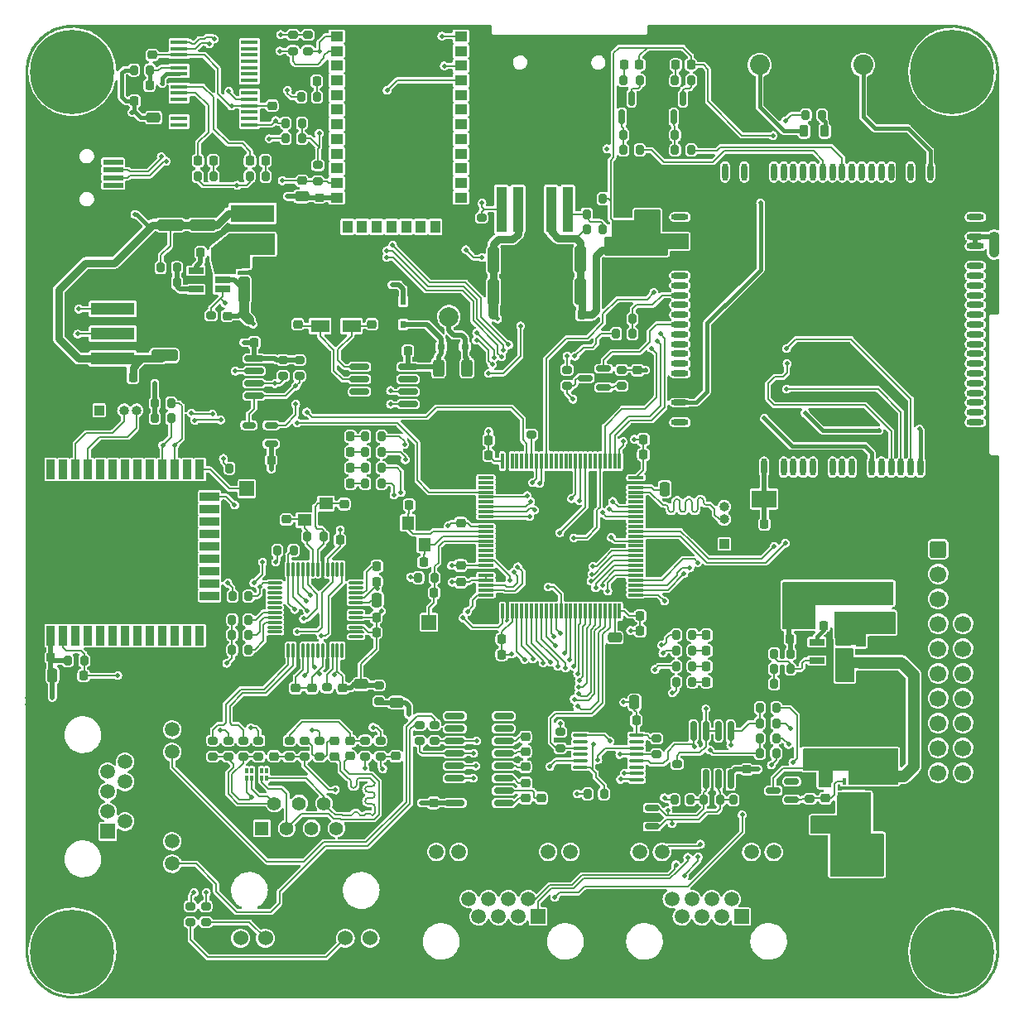
<source format=gtl>
G04 #@! TF.GenerationSoftware,KiCad,Pcbnew,(6.0.0)*
G04 #@! TF.CreationDate,2022-01-13T12:23:07+04:00*
G04 #@! TF.ProjectId,Gateway_STM32_ver_2_0,47617465-7761-4795-9f53-544d33325f76,rev?*
G04 #@! TF.SameCoordinates,Original*
G04 #@! TF.FileFunction,Copper,L1,Top*
G04 #@! TF.FilePolarity,Positive*
%FSLAX46Y46*%
G04 Gerber Fmt 4.6, Leading zero omitted, Abs format (unit mm)*
G04 Created by KiCad (PCBNEW (6.0.0)) date 2022-01-13 12:23:07*
%MOMM*%
%LPD*%
G01*
G04 APERTURE LIST*
G04 Aperture macros list*
%AMRoundRect*
0 Rectangle with rounded corners*
0 $1 Rounding radius*
0 $2 $3 $4 $5 $6 $7 $8 $9 X,Y pos of 4 corners*
0 Add a 4 corners polygon primitive as box body*
4,1,4,$2,$3,$4,$5,$6,$7,$8,$9,$2,$3,0*
0 Add four circle primitives for the rounded corners*
1,1,$1+$1,$2,$3*
1,1,$1+$1,$4,$5*
1,1,$1+$1,$6,$7*
1,1,$1+$1,$8,$9*
0 Add four rect primitives between the rounded corners*
20,1,$1+$1,$2,$3,$4,$5,0*
20,1,$1+$1,$4,$5,$6,$7,0*
20,1,$1+$1,$6,$7,$8,$9,0*
20,1,$1+$1,$8,$9,$2,$3,0*%
%AMFreePoly0*
4,1,17,1.395000,0.765000,0.855000,0.765000,0.855000,0.535000,1.395000,0.535000,1.395000,0.115000,0.855000,0.115000,0.855000,-0.115000,1.395000,-0.115000,1.395000,-0.535000,0.855000,-0.535000,0.855000,-0.765000,1.395000,-0.765000,1.395000,-1.185000,-0.855000,-1.185000,-0.855000,1.185000,1.395000,1.185000,1.395000,0.765000,1.395000,0.765000,$1*%
G04 Aperture macros list end*
G04 #@! TA.AperFunction,ComponentPad*
%ADD10C,0.900000*%
G04 #@! TD*
G04 #@! TA.AperFunction,ComponentPad*
%ADD11C,8.600000*%
G04 #@! TD*
G04 #@! TA.AperFunction,SMDPad,CuDef*
%ADD12RoundRect,0.200000X-0.200000X-0.275000X0.200000X-0.275000X0.200000X0.275000X-0.200000X0.275000X0*%
G04 #@! TD*
G04 #@! TA.AperFunction,SMDPad,CuDef*
%ADD13RoundRect,0.200000X-0.275000X0.200000X-0.275000X-0.200000X0.275000X-0.200000X0.275000X0.200000X0*%
G04 #@! TD*
G04 #@! TA.AperFunction,SMDPad,CuDef*
%ADD14RoundRect,0.200000X0.275000X-0.200000X0.275000X0.200000X-0.275000X0.200000X-0.275000X-0.200000X0*%
G04 #@! TD*
G04 #@! TA.AperFunction,SMDPad,CuDef*
%ADD15RoundRect,0.250000X-0.250000X-0.475000X0.250000X-0.475000X0.250000X0.475000X-0.250000X0.475000X0*%
G04 #@! TD*
G04 #@! TA.AperFunction,SMDPad,CuDef*
%ADD16RoundRect,0.225000X-0.225000X-0.250000X0.225000X-0.250000X0.225000X0.250000X-0.225000X0.250000X0*%
G04 #@! TD*
G04 #@! TA.AperFunction,SMDPad,CuDef*
%ADD17RoundRect,0.250000X-1.100000X0.325000X-1.100000X-0.325000X1.100000X-0.325000X1.100000X0.325000X0*%
G04 #@! TD*
G04 #@! TA.AperFunction,SMDPad,CuDef*
%ADD18RoundRect,0.250000X-0.475000X0.250000X-0.475000X-0.250000X0.475000X-0.250000X0.475000X0.250000X0*%
G04 #@! TD*
G04 #@! TA.AperFunction,SMDPad,CuDef*
%ADD19R,4.500000X1.300000*%
G04 #@! TD*
G04 #@! TA.AperFunction,SMDPad,CuDef*
%ADD20R,3.900000X1.800000*%
G04 #@! TD*
G04 #@! TA.AperFunction,SMDPad,CuDef*
%ADD21RoundRect,0.225000X-0.250000X0.225000X-0.250000X-0.225000X0.250000X-0.225000X0.250000X0.225000X0*%
G04 #@! TD*
G04 #@! TA.AperFunction,SMDPad,CuDef*
%ADD22RoundRect,0.225000X0.225000X0.250000X-0.225000X0.250000X-0.225000X-0.250000X0.225000X-0.250000X0*%
G04 #@! TD*
G04 #@! TA.AperFunction,SMDPad,CuDef*
%ADD23RoundRect,0.200000X0.200000X0.275000X-0.200000X0.275000X-0.200000X-0.275000X0.200000X-0.275000X0*%
G04 #@! TD*
G04 #@! TA.AperFunction,SMDPad,CuDef*
%ADD24RoundRect,0.225000X0.250000X-0.225000X0.250000X0.225000X-0.250000X0.225000X-0.250000X-0.225000X0*%
G04 #@! TD*
G04 #@! TA.AperFunction,SMDPad,CuDef*
%ADD25RoundRect,0.250000X1.100000X-0.325000X1.100000X0.325000X-1.100000X0.325000X-1.100000X-0.325000X0*%
G04 #@! TD*
G04 #@! TA.AperFunction,SMDPad,CuDef*
%ADD26RoundRect,0.250000X-0.325000X-1.100000X0.325000X-1.100000X0.325000X1.100000X-0.325000X1.100000X0*%
G04 #@! TD*
G04 #@! TA.AperFunction,SMDPad,CuDef*
%ADD27RoundRect,0.075000X0.075000X-0.662500X0.075000X0.662500X-0.075000X0.662500X-0.075000X-0.662500X0*%
G04 #@! TD*
G04 #@! TA.AperFunction,SMDPad,CuDef*
%ADD28RoundRect,0.075000X0.662500X-0.075000X0.662500X0.075000X-0.662500X0.075000X-0.662500X-0.075000X0*%
G04 #@! TD*
G04 #@! TA.AperFunction,ComponentPad*
%ADD29C,2.300000*%
G04 #@! TD*
G04 #@! TA.AperFunction,ComponentPad*
%ADD30C,1.500000*%
G04 #@! TD*
G04 #@! TA.AperFunction,ComponentPad*
%ADD31R,1.500000X1.500000*%
G04 #@! TD*
G04 #@! TA.AperFunction,ComponentPad*
%ADD32R,1.000000X1.000000*%
G04 #@! TD*
G04 #@! TA.AperFunction,ComponentPad*
%ADD33O,1.000000X1.000000*%
G04 #@! TD*
G04 #@! TA.AperFunction,SMDPad,CuDef*
%ADD34R,1.800000X2.500000*%
G04 #@! TD*
G04 #@! TA.AperFunction,SMDPad,CuDef*
%ADD35R,1.500000X1.500000*%
G04 #@! TD*
G04 #@! TA.AperFunction,SMDPad,CuDef*
%ADD36RoundRect,0.075000X-0.725000X-0.075000X0.725000X-0.075000X0.725000X0.075000X-0.725000X0.075000X0*%
G04 #@! TD*
G04 #@! TA.AperFunction,SMDPad,CuDef*
%ADD37RoundRect,0.075000X-0.075000X-0.725000X0.075000X-0.725000X0.075000X0.725000X-0.075000X0.725000X0*%
G04 #@! TD*
G04 #@! TA.AperFunction,ComponentPad*
%ADD38O,5.000000X2.500000*%
G04 #@! TD*
G04 #@! TA.AperFunction,ComponentPad*
%ADD39O,4.500000X2.250000*%
G04 #@! TD*
G04 #@! TA.AperFunction,ComponentPad*
%ADD40O,2.250000X4.500000*%
G04 #@! TD*
G04 #@! TA.AperFunction,SMDPad,CuDef*
%ADD41R,1.900000X1.300000*%
G04 #@! TD*
G04 #@! TA.AperFunction,SMDPad,CuDef*
%ADD42RoundRect,0.218750X-0.218750X-0.256250X0.218750X-0.256250X0.218750X0.256250X-0.218750X0.256250X0*%
G04 #@! TD*
G04 #@! TA.AperFunction,SMDPad,CuDef*
%ADD43RoundRect,0.250000X0.325000X1.100000X-0.325000X1.100000X-0.325000X-1.100000X0.325000X-1.100000X0*%
G04 #@! TD*
G04 #@! TA.AperFunction,ComponentPad*
%ADD44RoundRect,0.250000X-0.600000X-0.600000X0.600000X-0.600000X0.600000X0.600000X-0.600000X0.600000X0*%
G04 #@! TD*
G04 #@! TA.AperFunction,ComponentPad*
%ADD45C,1.700000*%
G04 #@! TD*
G04 #@! TA.AperFunction,SMDPad,CuDef*
%ADD46RoundRect,0.250000X0.250000X0.475000X-0.250000X0.475000X-0.250000X-0.475000X0.250000X-0.475000X0*%
G04 #@! TD*
G04 #@! TA.AperFunction,SMDPad,CuDef*
%ADD47R,4.500000X1.800000*%
G04 #@! TD*
G04 #@! TA.AperFunction,SMDPad,CuDef*
%ADD48RoundRect,0.150000X0.150000X-0.587500X0.150000X0.587500X-0.150000X0.587500X-0.150000X-0.587500X0*%
G04 #@! TD*
G04 #@! TA.AperFunction,ComponentPad*
%ADD49C,2.050000*%
G04 #@! TD*
G04 #@! TA.AperFunction,ComponentPad*
%ADD50C,2.250000*%
G04 #@! TD*
G04 #@! TA.AperFunction,SMDPad,CuDef*
%ADD51R,1.750000X0.450000*%
G04 #@! TD*
G04 #@! TA.AperFunction,SMDPad,CuDef*
%ADD52RoundRect,0.150000X0.587500X0.150000X-0.587500X0.150000X-0.587500X-0.150000X0.587500X-0.150000X0*%
G04 #@! TD*
G04 #@! TA.AperFunction,SMDPad,CuDef*
%ADD53R,1.560000X0.650000*%
G04 #@! TD*
G04 #@! TA.AperFunction,SMDPad,CuDef*
%ADD54RoundRect,0.150000X-0.512500X-0.150000X0.512500X-0.150000X0.512500X0.150000X-0.512500X0.150000X0*%
G04 #@! TD*
G04 #@! TA.AperFunction,ComponentPad*
%ADD55C,2.000000*%
G04 #@! TD*
G04 #@! TA.AperFunction,SMDPad,CuDef*
%ADD56RoundRect,0.100000X-0.637500X-0.100000X0.637500X-0.100000X0.637500X0.100000X-0.637500X0.100000X0*%
G04 #@! TD*
G04 #@! TA.AperFunction,SMDPad,CuDef*
%ADD57RoundRect,0.150000X0.850000X0.150000X-0.850000X0.150000X-0.850000X-0.150000X0.850000X-0.150000X0*%
G04 #@! TD*
G04 #@! TA.AperFunction,SMDPad,CuDef*
%ADD58R,0.800000X0.600000*%
G04 #@! TD*
G04 #@! TA.AperFunction,SMDPad,CuDef*
%ADD59R,1.200000X1.400000*%
G04 #@! TD*
G04 #@! TA.AperFunction,SMDPad,CuDef*
%ADD60R,1.100000X4.600000*%
G04 #@! TD*
G04 #@! TA.AperFunction,SMDPad,CuDef*
%ADD61R,10.800000X9.400000*%
G04 #@! TD*
G04 #@! TA.AperFunction,SMDPad,CuDef*
%ADD62R,1.400000X1.200000*%
G04 #@! TD*
G04 #@! TA.AperFunction,ComponentPad*
%ADD63C,2.445000*%
G04 #@! TD*
G04 #@! TA.AperFunction,ComponentPad*
%ADD64C,1.530000*%
G04 #@! TD*
G04 #@! TA.AperFunction,ComponentPad*
%ADD65C,1.398000*%
G04 #@! TD*
G04 #@! TA.AperFunction,ComponentPad*
%ADD66R,1.398000X1.398000*%
G04 #@! TD*
G04 #@! TA.AperFunction,SMDPad,CuDef*
%ADD67R,1.300000X1.000000*%
G04 #@! TD*
G04 #@! TA.AperFunction,SMDPad,CuDef*
%ADD68R,1.000000X1.300000*%
G04 #@! TD*
G04 #@! TA.AperFunction,SMDPad,CuDef*
%ADD69RoundRect,0.250000X0.475000X-0.250000X0.475000X0.250000X-0.475000X0.250000X-0.475000X-0.250000X0*%
G04 #@! TD*
G04 #@! TA.AperFunction,SMDPad,CuDef*
%ADD70RoundRect,0.218750X-0.218750X-0.381250X0.218750X-0.381250X0.218750X0.381250X-0.218750X0.381250X0*%
G04 #@! TD*
G04 #@! TA.AperFunction,SMDPad,CuDef*
%ADD71RoundRect,0.250000X-0.312500X-0.625000X0.312500X-0.625000X0.312500X0.625000X-0.312500X0.625000X0*%
G04 #@! TD*
G04 #@! TA.AperFunction,SMDPad,CuDef*
%ADD72RoundRect,0.218750X0.218750X0.256250X-0.218750X0.256250X-0.218750X-0.256250X0.218750X-0.256250X0*%
G04 #@! TD*
G04 #@! TA.AperFunction,SMDPad,CuDef*
%ADD73R,0.600000X0.800000*%
G04 #@! TD*
G04 #@! TA.AperFunction,SMDPad,CuDef*
%ADD74R,2.500000X1.800000*%
G04 #@! TD*
G04 #@! TA.AperFunction,SMDPad,CuDef*
%ADD75R,0.300000X0.550000*%
G04 #@! TD*
G04 #@! TA.AperFunction,SMDPad,CuDef*
%ADD76R,0.400000X0.550000*%
G04 #@! TD*
G04 #@! TA.AperFunction,SMDPad,CuDef*
%ADD77RoundRect,0.150000X-0.825000X-0.150000X0.825000X-0.150000X0.825000X0.150000X-0.825000X0.150000X0*%
G04 #@! TD*
G04 #@! TA.AperFunction,SMDPad,CuDef*
%ADD78R,1.700000X2.000000*%
G04 #@! TD*
G04 #@! TA.AperFunction,SMDPad,CuDef*
%ADD79R,2.000000X0.500000*%
G04 #@! TD*
G04 #@! TA.AperFunction,SMDPad,CuDef*
%ADD80FreePoly0,270.000000*%
G04 #@! TD*
G04 #@! TA.AperFunction,SMDPad,CuDef*
%ADD81R,0.420000X0.700000*%
G04 #@! TD*
G04 #@! TA.AperFunction,SMDPad,CuDef*
%ADD82O,1.800000X0.600000*%
G04 #@! TD*
G04 #@! TA.AperFunction,SMDPad,CuDef*
%ADD83O,0.600000X1.800000*%
G04 #@! TD*
G04 #@! TA.AperFunction,SMDPad,CuDef*
%ADD84RoundRect,0.150000X-0.150000X0.825000X-0.150000X-0.825000X0.150000X-0.825000X0.150000X0.825000X0*%
G04 #@! TD*
G04 #@! TA.AperFunction,SMDPad,CuDef*
%ADD85RoundRect,0.250000X0.425000X-0.450000X0.425000X0.450000X-0.425000X0.450000X-0.425000X-0.450000X0*%
G04 #@! TD*
G04 #@! TA.AperFunction,SMDPad,CuDef*
%ADD86R,0.900000X2.000000*%
G04 #@! TD*
G04 #@! TA.AperFunction,SMDPad,CuDef*
%ADD87R,2.000000X0.900000*%
G04 #@! TD*
G04 #@! TA.AperFunction,SMDPad,CuDef*
%ADD88R,5.000000X5.000000*%
G04 #@! TD*
G04 #@! TA.AperFunction,ViaPad*
%ADD89C,0.500000*%
G04 #@! TD*
G04 #@! TA.AperFunction,ViaPad*
%ADD90C,0.800000*%
G04 #@! TD*
G04 #@! TA.AperFunction,Conductor*
%ADD91C,0.200000*%
G04 #@! TD*
G04 #@! TA.AperFunction,Conductor*
%ADD92C,0.400000*%
G04 #@! TD*
G04 #@! TA.AperFunction,Conductor*
%ADD93C,0.500000*%
G04 #@! TD*
G04 #@! TA.AperFunction,Conductor*
%ADD94C,0.800000*%
G04 #@! TD*
G04 #@! TA.AperFunction,Conductor*
%ADD95C,1.000000*%
G04 #@! TD*
G04 #@! TA.AperFunction,Conductor*
%ADD96C,1.200000*%
G04 #@! TD*
G04 #@! TA.AperFunction,Conductor*
%ADD97C,0.155000*%
G04 #@! TD*
G04 APERTURE END LIST*
D10*
X45000000Y-161775000D03*
X47280419Y-162719581D03*
X41775000Y-165000000D03*
X42719581Y-167280419D03*
X48225000Y-165000000D03*
X45000000Y-168225000D03*
D11*
X45000000Y-165000000D03*
D10*
X47280419Y-167280419D03*
X42719581Y-162719581D03*
X138225000Y-165000000D03*
D11*
X135000000Y-165000000D03*
D10*
X132719581Y-162719581D03*
X135000000Y-168225000D03*
X132719581Y-167280419D03*
X131775000Y-165000000D03*
X135000000Y-161775000D03*
X137280419Y-162719581D03*
X137280419Y-167280419D03*
D12*
X106650000Y-75900000D03*
X108300000Y-75900000D03*
D13*
X104750000Y-143175000D03*
X104750000Y-144825000D03*
X59388540Y-143400000D03*
X59388540Y-145050000D03*
D14*
X60945832Y-145050000D03*
X60945832Y-143400000D03*
D15*
X76150000Y-129020000D03*
X78050000Y-129020000D03*
D16*
X51350000Y-78000000D03*
X52900000Y-78000000D03*
D17*
X127875000Y-141900000D03*
X127875000Y-144850000D03*
D18*
X68475000Y-87750000D03*
X68475000Y-89650000D03*
D13*
X70300000Y-143425000D03*
X70300000Y-145075000D03*
D19*
X49150000Y-104350000D03*
X49150000Y-101810000D03*
X49150000Y-99270000D03*
X49150000Y-96730000D03*
D20*
X42350000Y-93840000D03*
X42350000Y-107500000D03*
D21*
X92985000Y-147735000D03*
X92985000Y-149285000D03*
D22*
X97100000Y-99875000D03*
X95550000Y-99875000D03*
D23*
X63000000Y-131055000D03*
X61350000Y-131055000D03*
D16*
X87375000Y-133050000D03*
X88925000Y-133050000D03*
X79400000Y-125175000D03*
X80950000Y-125175000D03*
D23*
X99250000Y-87975000D03*
X97600000Y-87975000D03*
D13*
X59200000Y-99925000D03*
X59200000Y-101575000D03*
D24*
X72800000Y-120775000D03*
X72800000Y-119225000D03*
D22*
X77675000Y-127170000D03*
X76125000Y-127170000D03*
D16*
X63600000Y-102700000D03*
X65150000Y-102700000D03*
X121850000Y-131650000D03*
X123400000Y-131650000D03*
D14*
X57100000Y-162000000D03*
X57100000Y-160350000D03*
D18*
X74525000Y-137625000D03*
X74525000Y-139525000D03*
D25*
X58325000Y-90675000D03*
X58325000Y-87725000D03*
D26*
X88075000Y-97550000D03*
X91025000Y-97550000D03*
D23*
X114275000Y-149480000D03*
X112625000Y-149480000D03*
X108300000Y-83000000D03*
X106650000Y-83000000D03*
D22*
X77650000Y-130800000D03*
X76100000Y-130800000D03*
D27*
X67100000Y-134212500D03*
X67600000Y-134212500D03*
X68100000Y-134212500D03*
X68600000Y-134212500D03*
X69100000Y-134212500D03*
X69600000Y-134212500D03*
X70100000Y-134212500D03*
X70600000Y-134212500D03*
X71100000Y-134212500D03*
X71600000Y-134212500D03*
X72100000Y-134212500D03*
X72600000Y-134212500D03*
D28*
X74012500Y-132800000D03*
X74012500Y-132300000D03*
X74012500Y-131800000D03*
X74012500Y-131300000D03*
X74012500Y-130800000D03*
X74012500Y-130300000D03*
X74012500Y-129800000D03*
X74012500Y-129300000D03*
X74012500Y-128800000D03*
X74012500Y-128300000D03*
X74012500Y-127800000D03*
X74012500Y-127300000D03*
D27*
X72600000Y-125887500D03*
X72100000Y-125887500D03*
X71600000Y-125887500D03*
X71100000Y-125887500D03*
X70600000Y-125887500D03*
X70100000Y-125887500D03*
X69600000Y-125887500D03*
X69100000Y-125887500D03*
X68600000Y-125887500D03*
X68100000Y-125887500D03*
X67600000Y-125887500D03*
X67100000Y-125887500D03*
D28*
X65687500Y-127300000D03*
X65687500Y-127800000D03*
X65687500Y-128300000D03*
X65687500Y-128800000D03*
X65687500Y-129300000D03*
X65687500Y-129800000D03*
X65687500Y-130300000D03*
X65687500Y-130800000D03*
X65687500Y-131300000D03*
X65687500Y-131800000D03*
X65687500Y-132300000D03*
X65687500Y-132800000D03*
D24*
X75650000Y-100825000D03*
X75650000Y-99275000D03*
D29*
X49515000Y-141020000D03*
X49515000Y-157280000D03*
D30*
X55225000Y-142290000D03*
X55225000Y-144580000D03*
X55225000Y-153720000D03*
X55225000Y-156010000D03*
X50405000Y-145598000D03*
X48625000Y-146614000D03*
X50405000Y-147630000D03*
X48625000Y-148646000D03*
X50405000Y-149662000D03*
X48625000Y-150678000D03*
X50405000Y-151694000D03*
D31*
X48625000Y-152710000D03*
D22*
X52900000Y-76375000D03*
X51350000Y-76375000D03*
D32*
X47750000Y-109625000D03*
D33*
X49020000Y-109625000D03*
X50290000Y-109625000D03*
X51560000Y-109625000D03*
D13*
X69100000Y-71225000D03*
X69100000Y-72875000D03*
D34*
X104150000Y-90350000D03*
X104150000Y-86350000D03*
D13*
X86850000Y-89925000D03*
X86850000Y-91575000D03*
D23*
X102275000Y-101800000D03*
X100625000Y-101800000D03*
D13*
X91975000Y-110475000D03*
X91975000Y-112125000D03*
D12*
X115345000Y-141620000D03*
X116995000Y-141620000D03*
D35*
X62850000Y-117650000D03*
X62850000Y-125450000D03*
D13*
X80535000Y-141815000D03*
X80535000Y-143465000D03*
D36*
X87300000Y-116500000D03*
X87300000Y-117000000D03*
X87300000Y-117500000D03*
X87300000Y-118000000D03*
X87300000Y-118500000D03*
X87300000Y-119000000D03*
X87300000Y-119500000D03*
X87300000Y-120000000D03*
X87300000Y-120500000D03*
X87300000Y-121000000D03*
X87300000Y-121500000D03*
X87300000Y-122000000D03*
X87300000Y-122500000D03*
X87300000Y-123000000D03*
X87300000Y-123500000D03*
X87300000Y-124000000D03*
X87300000Y-124500000D03*
X87300000Y-125000000D03*
X87300000Y-125500000D03*
X87300000Y-126000000D03*
X87300000Y-126500000D03*
X87300000Y-127000000D03*
X87300000Y-127500000D03*
X87300000Y-128000000D03*
X87300000Y-128500000D03*
D37*
X88975000Y-130175000D03*
X89475000Y-130175000D03*
X89975000Y-130175000D03*
X90475000Y-130175000D03*
X90975000Y-130175000D03*
X91475000Y-130175000D03*
X91975000Y-130175000D03*
X92475000Y-130175000D03*
X92975000Y-130175000D03*
X93475000Y-130175000D03*
X93975000Y-130175000D03*
X94475000Y-130175000D03*
X94975000Y-130175000D03*
X95475000Y-130175000D03*
X95975000Y-130175000D03*
X96475000Y-130175000D03*
X96975000Y-130175000D03*
X97475000Y-130175000D03*
X97975000Y-130175000D03*
X98475000Y-130175000D03*
X98975000Y-130175000D03*
X99475000Y-130175000D03*
X99975000Y-130175000D03*
X100475000Y-130175000D03*
X100975000Y-130175000D03*
D36*
X102650000Y-128500000D03*
X102650000Y-128000000D03*
X102650000Y-127500000D03*
X102650000Y-127000000D03*
X102650000Y-126500000D03*
X102650000Y-126000000D03*
X102650000Y-125500000D03*
X102650000Y-125000000D03*
X102650000Y-124500000D03*
X102650000Y-124000000D03*
X102650000Y-123500000D03*
X102650000Y-123000000D03*
X102650000Y-122500000D03*
X102650000Y-122000000D03*
X102650000Y-121500000D03*
X102650000Y-121000000D03*
X102650000Y-120500000D03*
X102650000Y-120000000D03*
X102650000Y-119500000D03*
X102650000Y-119000000D03*
X102650000Y-118500000D03*
X102650000Y-118000000D03*
X102650000Y-117500000D03*
X102650000Y-117000000D03*
X102650000Y-116500000D03*
D37*
X100975000Y-114825000D03*
X100475000Y-114825000D03*
X99975000Y-114825000D03*
X99475000Y-114825000D03*
X98975000Y-114825000D03*
X98475000Y-114825000D03*
X97975000Y-114825000D03*
X97475000Y-114825000D03*
X96975000Y-114825000D03*
X96475000Y-114825000D03*
X95975000Y-114825000D03*
X95475000Y-114825000D03*
X94975000Y-114825000D03*
X94475000Y-114825000D03*
X93975000Y-114825000D03*
X93475000Y-114825000D03*
X92975000Y-114825000D03*
X92475000Y-114825000D03*
X91975000Y-114825000D03*
X91475000Y-114825000D03*
X90975000Y-114825000D03*
X90475000Y-114825000D03*
X89975000Y-114825000D03*
X89475000Y-114825000D03*
X88975000Y-114825000D03*
D16*
X115775000Y-121250000D03*
X117325000Y-121250000D03*
D38*
X125225000Y-155837500D03*
D39*
X125225000Y-161837500D03*
D40*
X129925000Y-158837500D03*
D23*
X68475000Y-80250000D03*
X66825000Y-80250000D03*
D16*
X65337500Y-114700000D03*
X66887500Y-114700000D03*
D22*
X73925000Y-122900000D03*
X72375000Y-122900000D03*
D41*
X73550000Y-101000000D03*
X73550000Y-95500000D03*
X70350000Y-95500000D03*
X70350000Y-101000000D03*
D42*
X71862500Y-112300000D03*
X73437500Y-112300000D03*
D22*
X104950000Y-112625000D03*
X103400000Y-112625000D03*
D16*
X87375000Y-134600000D03*
X88925000Y-134600000D03*
D42*
X71862500Y-113900000D03*
X73437500Y-113900000D03*
D13*
X71050000Y-137975000D03*
X71050000Y-139625000D03*
D21*
X65642708Y-143475000D03*
X65642708Y-145025000D03*
D43*
X96975000Y-97475000D03*
X94025000Y-97475000D03*
D24*
X81935000Y-149785000D03*
X81935000Y-148235000D03*
D12*
X106775000Y-137400000D03*
X108425000Y-137400000D03*
D42*
X106712500Y-74300000D03*
X108287500Y-74300000D03*
D44*
X133560000Y-123840000D03*
D45*
X136100000Y-123840000D03*
X133560000Y-126380000D03*
X136100000Y-126380000D03*
X133560000Y-128920000D03*
X136100000Y-128920000D03*
X133560000Y-131460000D03*
X136100000Y-131460000D03*
X133560000Y-134000000D03*
X136100000Y-134000000D03*
X133560000Y-136540000D03*
X136100000Y-136540000D03*
X133560000Y-139080000D03*
X136100000Y-139080000D03*
X133560000Y-141620000D03*
X136100000Y-141620000D03*
X133560000Y-144160000D03*
X136100000Y-144160000D03*
X133560000Y-146700000D03*
X136100000Y-146700000D03*
D21*
X91335000Y-141485000D03*
X91335000Y-143035000D03*
D46*
X42960000Y-136720000D03*
X41060000Y-136720000D03*
D14*
X120450000Y-149350000D03*
X120450000Y-147700000D03*
D21*
X102800000Y-105525000D03*
X102800000Y-107075000D03*
D22*
X77650000Y-132325000D03*
X76100000Y-132325000D03*
D21*
X66900000Y-119225000D03*
X66900000Y-120775000D03*
D22*
X82000000Y-128275000D03*
X80450000Y-128275000D03*
D12*
X115345000Y-140080000D03*
X116995000Y-140080000D03*
D47*
X126750000Y-131125000D03*
X126750000Y-128125000D03*
D12*
X115335000Y-144700000D03*
X116985000Y-144700000D03*
D21*
X84725000Y-119625000D03*
X84725000Y-121175000D03*
D48*
X101225000Y-79612500D03*
X103125000Y-79612500D03*
X102175000Y-77737500D03*
D49*
X125875000Y-74300000D03*
D50*
X128415000Y-71760000D03*
X123335000Y-76840000D03*
X128415000Y-76840000D03*
X123335000Y-71760000D03*
D14*
X106870000Y-147435000D03*
X106870000Y-145785000D03*
D12*
X106775000Y-135800000D03*
X108425000Y-135800000D03*
D21*
X84725000Y-123950000D03*
X84725000Y-125500000D03*
D23*
X63000000Y-134105000D03*
X61350000Y-134105000D03*
D51*
X55925000Y-80425000D03*
X55925000Y-79775000D03*
X55925000Y-79125000D03*
X55925000Y-78475000D03*
X55925000Y-77825000D03*
X55925000Y-77175000D03*
X55925000Y-76525000D03*
X55925000Y-75875000D03*
X55925000Y-75225000D03*
X55925000Y-74575000D03*
X55925000Y-73925000D03*
X55925000Y-73275000D03*
X55925000Y-72625000D03*
X55925000Y-71975000D03*
X63125000Y-71975000D03*
X63125000Y-72625000D03*
X63125000Y-73275000D03*
X63125000Y-73925000D03*
X63125000Y-74575000D03*
X63125000Y-75225000D03*
X63125000Y-75875000D03*
X63125000Y-76525000D03*
X63125000Y-77175000D03*
X63125000Y-77825000D03*
X63125000Y-78475000D03*
X63125000Y-79125000D03*
X63125000Y-79775000D03*
X63125000Y-80425000D03*
D12*
X106650000Y-81450000D03*
X108300000Y-81450000D03*
D24*
X68050000Y-100825000D03*
X68050000Y-99275000D03*
D17*
X124600000Y-141900000D03*
X124600000Y-144850000D03*
D23*
X118450000Y-136075000D03*
X116800000Y-136075000D03*
D52*
X104287500Y-152200000D03*
X104287500Y-150300000D03*
X102412500Y-151250000D03*
D14*
X76518752Y-145050000D03*
X76518752Y-143400000D03*
D48*
X106500000Y-79612500D03*
X108400000Y-79612500D03*
X107450000Y-77737500D03*
D22*
X77700000Y-125590000D03*
X76150000Y-125590000D03*
D32*
X111675000Y-123300000D03*
D33*
X111675000Y-122030000D03*
X111675000Y-120760000D03*
X111675000Y-119490000D03*
D14*
X76350000Y-139400000D03*
X76350000Y-137750000D03*
D52*
X99362500Y-107275000D03*
X99362500Y-105375000D03*
X97487500Y-106325000D03*
D42*
X68437500Y-75975000D03*
X70012500Y-75975000D03*
D17*
X121300000Y-141900000D03*
X121300000Y-144850000D03*
D23*
X76625000Y-115500000D03*
X74975000Y-115500000D03*
X70050000Y-77600000D03*
X68400000Y-77600000D03*
D13*
X62503124Y-143400000D03*
X62503124Y-145050000D03*
D53*
X57650000Y-95350000D03*
X57650000Y-96300000D03*
X57650000Y-97250000D03*
X60350000Y-97250000D03*
X60350000Y-96300000D03*
X60350000Y-95350000D03*
D54*
X63062500Y-111150000D03*
X63062500Y-112100000D03*
X63062500Y-113050000D03*
X65337500Y-113050000D03*
X65337500Y-112100000D03*
X65337500Y-111150000D03*
D55*
X83500000Y-100050000D03*
X83500000Y-95050000D03*
D56*
X96987500Y-142875000D03*
X96987500Y-143525000D03*
X96987500Y-144175000D03*
X96987500Y-144825000D03*
X96987500Y-145475000D03*
X96987500Y-146125000D03*
X96987500Y-146775000D03*
X96987500Y-147425000D03*
X102712500Y-147425000D03*
X102712500Y-146775000D03*
X102712500Y-146125000D03*
X102712500Y-145475000D03*
X102712500Y-144825000D03*
X102712500Y-144175000D03*
X102712500Y-143525000D03*
X102712500Y-142875000D03*
D12*
X101375000Y-75900000D03*
X103025000Y-75900000D03*
D14*
X95625000Y-107125000D03*
X95625000Y-105475000D03*
D57*
X89125000Y-149795000D03*
X89125000Y-148525000D03*
X89125000Y-147255000D03*
X89125000Y-145985000D03*
X89125000Y-144715000D03*
X89125000Y-143445000D03*
X89125000Y-142175000D03*
X89125000Y-140905000D03*
X84125000Y-140905000D03*
X84125000Y-142175000D03*
X84125000Y-143445000D03*
X84125000Y-144715000D03*
X84125000Y-145985000D03*
X84125000Y-147255000D03*
X84125000Y-148525000D03*
X84125000Y-149795000D03*
D13*
X94900000Y-142525000D03*
X94900000Y-144175000D03*
D25*
X119300000Y-128125000D03*
X119300000Y-125175000D03*
D58*
X82750000Y-103100000D03*
X85150000Y-103100000D03*
X125725000Y-133500000D03*
X128125000Y-133500000D03*
D15*
X102500000Y-139500000D03*
X104400000Y-139500000D03*
D29*
X80961250Y-160510000D03*
X97221250Y-160510000D03*
D30*
X82231250Y-154800000D03*
X84521250Y-154800000D03*
X93661250Y-154800000D03*
X95951250Y-154800000D03*
X85539250Y-159620000D03*
X86555250Y-161400000D03*
X87571250Y-159620000D03*
X88587250Y-161400000D03*
X89603250Y-159620000D03*
X90619250Y-161400000D03*
X91635250Y-159620000D03*
D31*
X92651250Y-161400000D03*
D23*
X103025000Y-83000000D03*
X101375000Y-83000000D03*
D59*
X79325000Y-121150000D03*
X79325000Y-123350000D03*
X81025000Y-123350000D03*
X81025000Y-121150000D03*
D22*
X118400000Y-133025000D03*
X116850000Y-133025000D03*
D16*
X86025000Y-114225000D03*
X87575000Y-114225000D03*
D13*
X82045000Y-141805000D03*
X82045000Y-143455000D03*
D24*
X71850000Y-145025000D03*
X71850000Y-143475000D03*
D12*
X53450000Y-110425000D03*
X55100000Y-110425000D03*
X63137500Y-85675000D03*
X64787500Y-85675000D03*
X54050000Y-95050000D03*
X55700000Y-95050000D03*
D22*
X104950000Y-114175000D03*
X103400000Y-114175000D03*
D60*
X95675000Y-89050000D03*
X93975000Y-89050000D03*
X92275000Y-89050000D03*
D61*
X92275000Y-79900000D03*
D60*
X90575000Y-89050000D03*
X88875000Y-89050000D03*
D24*
X73404168Y-145000000D03*
X73404168Y-143450000D03*
D49*
X115300000Y-74300000D03*
D50*
X117840000Y-71760000D03*
X112760000Y-71760000D03*
X117840000Y-76840000D03*
X112760000Y-76840000D03*
D14*
X67200000Y-145075000D03*
X67200000Y-143425000D03*
D24*
X91335000Y-146085000D03*
X91335000Y-144535000D03*
D23*
X63000000Y-132580000D03*
X61350000Y-132580000D03*
D13*
X66575000Y-104475000D03*
X66575000Y-106125000D03*
D23*
X111250000Y-149480000D03*
X109600000Y-149480000D03*
D25*
X122575000Y-128125000D03*
X122575000Y-125175000D03*
D23*
X82050000Y-126750000D03*
X80400000Y-126750000D03*
D62*
X70950000Y-119150000D03*
X68750000Y-119150000D03*
X68750000Y-120850000D03*
X70950000Y-120850000D03*
D16*
X86025000Y-112675000D03*
X87575000Y-112675000D03*
D43*
X96975000Y-94200000D03*
X94025000Y-94200000D03*
D12*
X101375000Y-81450000D03*
X103025000Y-81450000D03*
D24*
X72650000Y-139580000D03*
X72650000Y-138030000D03*
X139250000Y-91850000D03*
X139250000Y-90300000D03*
D25*
X104300000Y-96175000D03*
X104300000Y-93225000D03*
D17*
X126625000Y-135450000D03*
X126625000Y-138400000D03*
D22*
X121000000Y-152225000D03*
X119450000Y-152225000D03*
D15*
X105600000Y-117675000D03*
X107500000Y-117675000D03*
D21*
X122050000Y-147750000D03*
X122050000Y-149300000D03*
D12*
X51300000Y-74825000D03*
X52950000Y-74825000D03*
D10*
X42719581Y-77280419D03*
X47280419Y-72719581D03*
X42719581Y-72719581D03*
X48225000Y-75000000D03*
X45000000Y-78225000D03*
X45000000Y-71775000D03*
X41775000Y-75000000D03*
D11*
X45000000Y-75000000D03*
D10*
X47280419Y-77280419D03*
D16*
X41260000Y-134895000D03*
X42810000Y-134895000D03*
D42*
X71862500Y-115500000D03*
X73437500Y-115500000D03*
D23*
X55700000Y-96575000D03*
X54050000Y-96575000D03*
D47*
X63450000Y-92475000D03*
X63450000Y-89475000D03*
D63*
X76582500Y-155680000D03*
X61092500Y-155680000D03*
D64*
X75462500Y-163630000D03*
X72922500Y-163630000D03*
X64752500Y-163630000D03*
X62212500Y-163630000D03*
D65*
X73277500Y-149840000D03*
X72007500Y-152380000D03*
X70737500Y-149840000D03*
X69467500Y-152380000D03*
X68197500Y-149840000D03*
X66927500Y-152380000D03*
X65657500Y-149840000D03*
D66*
X64387500Y-152380000D03*
D22*
X104225000Y-141350000D03*
X102675000Y-141350000D03*
D58*
X62425000Y-94650000D03*
X64825000Y-94650000D03*
D21*
X124175000Y-136950000D03*
X124175000Y-138500000D03*
D67*
X84737500Y-71375000D03*
X84737500Y-72875000D03*
X84737500Y-74375000D03*
X84737500Y-75875000D03*
X84737500Y-77375000D03*
X84737500Y-78875000D03*
X84737500Y-80375000D03*
X84737500Y-81875000D03*
X84737500Y-83375000D03*
X84737500Y-84875000D03*
X84737500Y-86375000D03*
X84737500Y-87875000D03*
X84737500Y-89375000D03*
D68*
X83637500Y-90875000D03*
X82137500Y-90875000D03*
X80637500Y-90875000D03*
X79137500Y-90875000D03*
X77637500Y-90875000D03*
X76137500Y-90875000D03*
X74637500Y-90875000D03*
X73137500Y-90875000D03*
D67*
X72037500Y-89375000D03*
X72037500Y-87875000D03*
X72037500Y-86375000D03*
X72037500Y-84875000D03*
X72037500Y-83375000D03*
X72037500Y-81875000D03*
X72037500Y-80375000D03*
X72037500Y-78875000D03*
X72037500Y-77375000D03*
X72037500Y-75875000D03*
X72037500Y-74375000D03*
X72037500Y-72875000D03*
X72037500Y-71375000D03*
D14*
X58650000Y-162000000D03*
X58650000Y-160350000D03*
D23*
X76625000Y-112300000D03*
X74975000Y-112300000D03*
X63025000Y-128650000D03*
X61375000Y-128650000D03*
D10*
X132719581Y-77280419D03*
X137280419Y-72719581D03*
X138225000Y-75000000D03*
D11*
X135000000Y-75000000D03*
D10*
X131775000Y-75000000D03*
X135000000Y-78225000D03*
X135000000Y-71775000D03*
X137280419Y-77280419D03*
X132719581Y-72719581D03*
D69*
X78175000Y-139525000D03*
X78175000Y-137625000D03*
D24*
X67850000Y-139575000D03*
X67850000Y-138025000D03*
D26*
X62550000Y-97300000D03*
X65500000Y-97300000D03*
D23*
X118450000Y-134550000D03*
X116800000Y-134550000D03*
D21*
X60850000Y-99975000D03*
X60850000Y-101525000D03*
D14*
X101175000Y-107125000D03*
X101175000Y-105475000D03*
D23*
X46210000Y-135220000D03*
X44560000Y-135220000D03*
D18*
X53300000Y-79700000D03*
X53300000Y-81600000D03*
D12*
X53450000Y-108900000D03*
X55100000Y-108900000D03*
D35*
X81475000Y-131300000D03*
X81475000Y-139100000D03*
D12*
X97600000Y-89550000D03*
X99250000Y-89550000D03*
X106775000Y-132600000D03*
X108425000Y-132600000D03*
D52*
X118587500Y-149475000D03*
X118587500Y-147575000D03*
X116712500Y-148525000D03*
D23*
X76625000Y-113900000D03*
X74975000Y-113900000D03*
D42*
X71862500Y-117100000D03*
X73437500Y-117100000D03*
D13*
X67550000Y-71225000D03*
X67550000Y-72875000D03*
D70*
X119837500Y-81050000D03*
X121962500Y-81050000D03*
D71*
X82437500Y-105300000D03*
X85362500Y-105300000D03*
D25*
X55025000Y-90675000D03*
X55025000Y-87725000D03*
D72*
X111437500Y-134200000D03*
X109862500Y-134200000D03*
D73*
X78850000Y-100850000D03*
X78850000Y-98450000D03*
D12*
X100625000Y-100275000D03*
X102275000Y-100275000D03*
X116800000Y-137600000D03*
X118450000Y-137600000D03*
D72*
X111437500Y-132600000D03*
X109862500Y-132600000D03*
D12*
X106775000Y-134200000D03*
X108425000Y-134200000D03*
D18*
X100475000Y-132875000D03*
X100475000Y-134775000D03*
D74*
X115750000Y-118675000D03*
X119750000Y-118675000D03*
D75*
X62850000Y-147260000D03*
X63350000Y-147260000D03*
D76*
X63850000Y-147260000D03*
D75*
X64350000Y-147260000D03*
X64850000Y-147260000D03*
X64850000Y-146490000D03*
X64350000Y-146490000D03*
D76*
X63850000Y-146490000D03*
D75*
X63350000Y-146490000D03*
X62850000Y-146490000D03*
D21*
X68475000Y-84600000D03*
X68475000Y-86150000D03*
D77*
X74375000Y-105195000D03*
X74375000Y-106465000D03*
X74375000Y-107735000D03*
X74375000Y-109005000D03*
X79325000Y-109005000D03*
X79325000Y-107735000D03*
X79325000Y-106465000D03*
X79325000Y-105195000D03*
D42*
X57850000Y-84100000D03*
X59425000Y-84100000D03*
D16*
X58125000Y-93500000D03*
X59675000Y-93500000D03*
D23*
X76625000Y-117100000D03*
X74975000Y-117100000D03*
D78*
X43625000Y-81375000D03*
X43625000Y-90275000D03*
X49075000Y-90275000D03*
X49075000Y-81375000D03*
D79*
X49175000Y-87425000D03*
X49175000Y-86625000D03*
X49175000Y-85825000D03*
X49175000Y-85025000D03*
X49175000Y-84225000D03*
D12*
X61050000Y-115550000D03*
X62700000Y-115550000D03*
D42*
X63175000Y-84100000D03*
X64750000Y-84100000D03*
D21*
X91385000Y-147735000D03*
X91385000Y-149285000D03*
X113980000Y-146345000D03*
X113980000Y-147895000D03*
D12*
X97600000Y-91125000D03*
X99250000Y-91125000D03*
D22*
X104625000Y-130625000D03*
X103075000Y-130625000D03*
D80*
X124925000Y-149530000D03*
D81*
X123950000Y-147575000D03*
X124600000Y-147575000D03*
X125250000Y-147575000D03*
X125900000Y-147575000D03*
D22*
X104625000Y-132175000D03*
X103075000Y-132175000D03*
D24*
X70275000Y-89425000D03*
X70275000Y-87875000D03*
D82*
X107150000Y-89850000D03*
X107150000Y-110850000D03*
D83*
X111750000Y-85250000D03*
D82*
X137350000Y-110850000D03*
X137350000Y-89850000D03*
D83*
X132750000Y-85250000D03*
X132750000Y-115450000D03*
D82*
X107150000Y-109850000D03*
X107150000Y-108850000D03*
X107150000Y-107850000D03*
X107150000Y-106850000D03*
X107150000Y-105850000D03*
X107150000Y-104850000D03*
X107150000Y-103850000D03*
X107150000Y-102850000D03*
X107150000Y-101850000D03*
X107150000Y-100850000D03*
X107150000Y-99850000D03*
X107150000Y-98850000D03*
X107150000Y-97850000D03*
X107150000Y-96850000D03*
X107150000Y-95850000D03*
X107150000Y-94850000D03*
X107150000Y-93850000D03*
X107150000Y-92850000D03*
X107150000Y-91850000D03*
X107150000Y-90850000D03*
D83*
X112750000Y-85250000D03*
X113750000Y-85250000D03*
X114750000Y-85250000D03*
X115750000Y-85250000D03*
X116750000Y-85250000D03*
X117750000Y-85250000D03*
X118750000Y-85250000D03*
X119750000Y-85250000D03*
X120750000Y-85250000D03*
X121750000Y-85250000D03*
X122750000Y-85250000D03*
X123750000Y-85250000D03*
X124750000Y-85250000D03*
X125750000Y-85250000D03*
X126750000Y-85250000D03*
X127750000Y-85250000D03*
X128750000Y-85250000D03*
X129750000Y-85250000D03*
X130750000Y-85250000D03*
X131750000Y-85250000D03*
D82*
X137350000Y-90850000D03*
X137350000Y-91850000D03*
X137350000Y-92850000D03*
X137350000Y-93850000D03*
X137350000Y-94850000D03*
X137350000Y-95850000D03*
X137350000Y-96850000D03*
X137350000Y-97850000D03*
X137350000Y-98850000D03*
X137350000Y-99850000D03*
X137350000Y-100850000D03*
X137350000Y-101850000D03*
X137350000Y-102850000D03*
X137350000Y-103850000D03*
X137350000Y-104850000D03*
X137350000Y-105850000D03*
X137350000Y-106850000D03*
X137350000Y-107850000D03*
X137350000Y-108850000D03*
X137350000Y-109850000D03*
D83*
X131750000Y-115450000D03*
X130750000Y-115450000D03*
X129750000Y-115450000D03*
X128750000Y-115450000D03*
X127750000Y-115450000D03*
X126750000Y-115450000D03*
X125750000Y-115450000D03*
X124750000Y-115450000D03*
X123750000Y-115450000D03*
X122750000Y-115450000D03*
X121750000Y-115450000D03*
X120750000Y-115450000D03*
X119750000Y-115450000D03*
X118750000Y-115450000D03*
X117750000Y-115450000D03*
X116750000Y-115450000D03*
X115750000Y-115450000D03*
X114750000Y-115450000D03*
X113750000Y-115450000D03*
X112750000Y-115450000D03*
D23*
X67625000Y-123970000D03*
X65975000Y-123970000D03*
D26*
X88075000Y-94275000D03*
X91025000Y-94275000D03*
D77*
X58650000Y-104345000D03*
X58650000Y-105615000D03*
X58650000Y-106885000D03*
X58650000Y-108155000D03*
X63600000Y-108155000D03*
X63600000Y-106885000D03*
X63600000Y-105615000D03*
X63600000Y-104345000D03*
D22*
X81000000Y-119325000D03*
X79450000Y-119325000D03*
D72*
X111437500Y-137400000D03*
X109862500Y-137400000D03*
D53*
X121150000Y-133325000D03*
X121150000Y-134275000D03*
X121150000Y-135225000D03*
X123850000Y-135225000D03*
X123850000Y-134275000D03*
X123850000Y-133325000D03*
D29*
X118005000Y-160510000D03*
X101745000Y-160510000D03*
D30*
X103015000Y-154800000D03*
X105305000Y-154800000D03*
X114445000Y-154800000D03*
X116735000Y-154800000D03*
X106323000Y-159620000D03*
X107339000Y-161400000D03*
X108355000Y-159620000D03*
X109371000Y-161400000D03*
X110387000Y-159620000D03*
X111403000Y-161400000D03*
X112419000Y-159620000D03*
D31*
X113435000Y-161400000D03*
D22*
X79325000Y-103550000D03*
X77775000Y-103550000D03*
D13*
X70125000Y-84550000D03*
X70125000Y-86200000D03*
D84*
X112335000Y-142425000D03*
X111065000Y-142425000D03*
X109795000Y-142425000D03*
X108525000Y-142425000D03*
X108525000Y-147375000D03*
X109795000Y-147375000D03*
X111065000Y-147375000D03*
X112335000Y-147375000D03*
D14*
X68750000Y-145075000D03*
X68750000Y-143425000D03*
X64060416Y-145050000D03*
X64060416Y-143400000D03*
D23*
X68475000Y-81800000D03*
X66825000Y-81800000D03*
D14*
X74961460Y-145050000D03*
X74961460Y-143400000D03*
D42*
X101412500Y-74300000D03*
X102987500Y-74300000D03*
D43*
X118275000Y-130625000D03*
X115325000Y-130625000D03*
D22*
X51200000Y-106275000D03*
X49650000Y-106275000D03*
D16*
X44610000Y-136770000D03*
X46160000Y-136770000D03*
D23*
X108225000Y-149480000D03*
X106575000Y-149480000D03*
D25*
X54425000Y-104025000D03*
X54425000Y-101075000D03*
D12*
X57812500Y-85675000D03*
X59462500Y-85675000D03*
D72*
X111437500Y-135800000D03*
X109862500Y-135800000D03*
D24*
X65425000Y-78475000D03*
X65425000Y-76925000D03*
D12*
X97725000Y-148850000D03*
X99375000Y-148850000D03*
D24*
X69500000Y-139580000D03*
X69500000Y-138030000D03*
D85*
X101225000Y-90875000D03*
X101225000Y-88175000D03*
D86*
X41530000Y-132670000D03*
X42800000Y-132670000D03*
X44070000Y-132670000D03*
X45340000Y-132670000D03*
X46610000Y-132670000D03*
X47880000Y-132670000D03*
X49150000Y-132670000D03*
X50420000Y-132670000D03*
X51690000Y-132670000D03*
X52960000Y-132670000D03*
X54230000Y-132670000D03*
X55500000Y-132670000D03*
X56770000Y-132670000D03*
X58040000Y-132670000D03*
D87*
X59040000Y-129885000D03*
X59040000Y-128615000D03*
X59040000Y-127345000D03*
X59040000Y-126075000D03*
X59040000Y-124805000D03*
X59040000Y-123535000D03*
X59040000Y-122265000D03*
X59040000Y-120995000D03*
X59040000Y-119725000D03*
X59040000Y-118455000D03*
D86*
X58040000Y-115670000D03*
X56770000Y-115670000D03*
X55500000Y-115670000D03*
X54230000Y-115670000D03*
X52960000Y-115670000D03*
X51690000Y-115670000D03*
X50420000Y-115670000D03*
X49150000Y-115670000D03*
X47880000Y-115670000D03*
X46610000Y-115670000D03*
X45340000Y-115670000D03*
X44070000Y-115670000D03*
X42800000Y-115670000D03*
X41530000Y-115670000D03*
D88*
X49030000Y-125170000D03*
D21*
X84725000Y-127200000D03*
X84725000Y-128750000D03*
D12*
X115335000Y-143160000D03*
X116985000Y-143160000D03*
D25*
X101025000Y-96175000D03*
X101025000Y-93225000D03*
D23*
X121675000Y-79400000D03*
X120025000Y-79400000D03*
D24*
X53150000Y-73275000D03*
X53150000Y-71725000D03*
D13*
X68225000Y-104475000D03*
X68225000Y-106125000D03*
D21*
X78076044Y-143450000D03*
X78076044Y-145000000D03*
D23*
X70675000Y-122550000D03*
X69025000Y-122550000D03*
D89*
X47400000Y-80500000D03*
X46800000Y-80500000D03*
X46200000Y-80500000D03*
X45600000Y-80500000D03*
X45600000Y-81100000D03*
X46200000Y-81100000D03*
X46800000Y-81100000D03*
X47400000Y-81100000D03*
X68000000Y-140700000D03*
X77300000Y-140700000D03*
X75700000Y-140700000D03*
X71000000Y-140700000D03*
X72600000Y-140700000D03*
X74200000Y-140700000D03*
X75200000Y-80700000D03*
X75800000Y-80700000D03*
X76400000Y-80700000D03*
X77000000Y-80700000D03*
X77600000Y-80700000D03*
X78200000Y-80700000D03*
X78800000Y-80700000D03*
X79400000Y-80700000D03*
X80000000Y-80700000D03*
X80000000Y-81300000D03*
X79400000Y-81300000D03*
X78800000Y-81300000D03*
X78200000Y-81300000D03*
X77600000Y-81300000D03*
X77000000Y-81300000D03*
X76400000Y-81300000D03*
X75800000Y-81300000D03*
X75200000Y-81300000D03*
X65900000Y-85700000D03*
X65900000Y-85100000D03*
X66500000Y-85100000D03*
X66800000Y-84000000D03*
X67400000Y-84000000D03*
X86200000Y-74500000D03*
X86200000Y-73900000D03*
X86200000Y-73300000D03*
X87400000Y-72700000D03*
X86800000Y-72700000D03*
X86200000Y-72700000D03*
X86200000Y-72100000D03*
X86800000Y-72100000D03*
X87400000Y-72100000D03*
X87400000Y-71500000D03*
X86800000Y-71500000D03*
X86200000Y-71500000D03*
X82800000Y-71350000D03*
X86900000Y-94000000D03*
X85250989Y-93200000D03*
X90850000Y-101000000D03*
X87600000Y-105850000D03*
X96050000Y-118650000D03*
X83050000Y-74400000D03*
X86336444Y-102463556D03*
X87950000Y-104950000D03*
X96850000Y-118850000D03*
X137400000Y-148800000D03*
X86200000Y-157600000D03*
X116400000Y-127400000D03*
X129000000Y-83000000D03*
X53200000Y-99800000D03*
X111200000Y-117800000D03*
X58200000Y-75000000D03*
X106000000Y-121000000D03*
X101700000Y-99300000D03*
X108400000Y-139600000D03*
X127600000Y-118600000D03*
X92400000Y-139800000D03*
X81200000Y-132600000D03*
X124400000Y-110400000D03*
X85400000Y-110800000D03*
X93600000Y-151400000D03*
X110600000Y-101600000D03*
X138000000Y-154800000D03*
X136000000Y-81200000D03*
X120000000Y-157200000D03*
X126600000Y-83000000D03*
X88400000Y-108600000D03*
X126600000Y-76400000D03*
X67400000Y-116200000D03*
X112200000Y-126200000D03*
X64200000Y-167200000D03*
X120600000Y-154200000D03*
X82400000Y-153000000D03*
X128200000Y-118000000D03*
D90*
X77500000Y-148500000D03*
D89*
X110600000Y-102800000D03*
X134200000Y-150600000D03*
X56200000Y-99200000D03*
X105000000Y-80200000D03*
X64200000Y-168800000D03*
X77600000Y-100800000D03*
X55200000Y-160000000D03*
X126000000Y-83000000D03*
X94200000Y-151400000D03*
X53992346Y-135396699D03*
X76200000Y-120400000D03*
X109600000Y-71600000D03*
X41200000Y-96600000D03*
X116400000Y-152800000D03*
X49800000Y-70800000D03*
D90*
X99600000Y-81800000D03*
D89*
X67800000Y-167200000D03*
X67800000Y-168800000D03*
X58600000Y-113800000D03*
X111800000Y-81400000D03*
X136800000Y-156000000D03*
X110200000Y-71600000D03*
X127200000Y-82400000D03*
X127000000Y-121000000D03*
X89000000Y-108000000D03*
X96600000Y-151400000D03*
X104400000Y-80200000D03*
X77000000Y-99000000D03*
X54000000Y-159400000D03*
X52800000Y-136600000D03*
X58000000Y-113800000D03*
X113000000Y-117800000D03*
X93600000Y-139200000D03*
X93600000Y-139800000D03*
X135400000Y-81800000D03*
X71400000Y-168800000D03*
X87800000Y-108600000D03*
X128400000Y-82400000D03*
X52800000Y-137800000D03*
X90000000Y-139200000D03*
X114400000Y-123000000D03*
X99400000Y-154800000D03*
X125200000Y-76400000D03*
X85400000Y-110200000D03*
X83800000Y-132000000D03*
X125000000Y-110400000D03*
X83600000Y-152400000D03*
X114000000Y-79000000D03*
X131800000Y-81000000D03*
X64175000Y-148350000D03*
X136600000Y-81800000D03*
X109200000Y-107400000D03*
X52600000Y-93000000D03*
X92400000Y-124500000D03*
X114600000Y-94400000D03*
X57600000Y-74400000D03*
X52000000Y-95400000D03*
X53400000Y-159400000D03*
X126600000Y-79000000D03*
X90600000Y-138600000D03*
X92900000Y-105300000D03*
X54600000Y-161200000D03*
X67400000Y-116800000D03*
X85400000Y-153000000D03*
X64600000Y-73000000D03*
X84400000Y-131400000D03*
X137400000Y-148200000D03*
X50800000Y-163200000D03*
X58000000Y-112000000D03*
X52600000Y-94800000D03*
D90*
X99600000Y-79100000D03*
D89*
X83000000Y-137800000D03*
X41800000Y-113500000D03*
X114225000Y-103975000D03*
X91800000Y-138600000D03*
X81800000Y-153000000D03*
X68400000Y-167200000D03*
X125800000Y-119200000D03*
X133200000Y-156600000D03*
X129400000Y-118600000D03*
X84400000Y-132000000D03*
X88400000Y-108000000D03*
X40600000Y-100800000D03*
X41000000Y-139700000D03*
X49600000Y-92200000D03*
X91800000Y-139200000D03*
X136800000Y-148800000D03*
X58600000Y-113200000D03*
X123800000Y-110400000D03*
X42400000Y-113500000D03*
X66000000Y-168800000D03*
X52800000Y-138400000D03*
X86800000Y-157600000D03*
X111600000Y-126200000D03*
X109200000Y-103400000D03*
X94800000Y-151400000D03*
X89400000Y-139200000D03*
X125200000Y-77600000D03*
X40600000Y-99000000D03*
X110600000Y-107400000D03*
X104400000Y-79000000D03*
X137400000Y-149400000D03*
X115800000Y-127400000D03*
X83000000Y-132600000D03*
X109800000Y-79200000D03*
X133400000Y-82600000D03*
X65900000Y-146700000D03*
X129800000Y-81600000D03*
X92900000Y-96500000D03*
D90*
X73800000Y-152400000D03*
D89*
X116200000Y-95000000D03*
X64200000Y-119000000D03*
X109600000Y-72200000D03*
X64300000Y-137200000D03*
X58600000Y-112600000D03*
X126400000Y-121000000D03*
X41200000Y-103800000D03*
X110600000Y-102200000D03*
X135600000Y-156000000D03*
X72600000Y-168800000D03*
X115000000Y-123000000D03*
X76800000Y-121000000D03*
X115000000Y-122400000D03*
X51400000Y-94800000D03*
X120000000Y-158400000D03*
X136800000Y-155400000D03*
X127400000Y-81600000D03*
X130200000Y-80000000D03*
X56800000Y-113800000D03*
X127800000Y-82400000D03*
X64800000Y-167200000D03*
X73800000Y-168800000D03*
X43000000Y-113500000D03*
X112800000Y-127400000D03*
X99000000Y-152000000D03*
X88000000Y-156000000D03*
X42200000Y-139000000D03*
X54600000Y-160600000D03*
X121600000Y-121800000D03*
X82400000Y-152400000D03*
X116200000Y-93800000D03*
X90000000Y-138600000D03*
X129400000Y-119200000D03*
X64200000Y-121400000D03*
X117600000Y-81800000D03*
X70200000Y-168800000D03*
X98600000Y-110000000D03*
X65600000Y-139600000D03*
X128800000Y-119800000D03*
X136000000Y-82400000D03*
X58000000Y-111400000D03*
X115200000Y-126200000D03*
X68400000Y-113000000D03*
X95400000Y-152000000D03*
X41200000Y-103200000D03*
X80600000Y-132600000D03*
X109200000Y-101600000D03*
X114400000Y-123600000D03*
X105500000Y-123400000D03*
X100100000Y-97900000D03*
X67800000Y-111800000D03*
X126600000Y-75800000D03*
X83800000Y-131400000D03*
X63000000Y-168800000D03*
X55200000Y-161200000D03*
X115800000Y-126800000D03*
X115200000Y-152200000D03*
X72000000Y-167200000D03*
X53992346Y-136596699D03*
X46600000Y-91600000D03*
X109200000Y-104600000D03*
X63600000Y-167200000D03*
X66000000Y-167200000D03*
X80000000Y-132600000D03*
X134800000Y-150600000D03*
X54600000Y-159400000D03*
X55200000Y-137200000D03*
X73200000Y-168800000D03*
X110800000Y-139000000D03*
X54583592Y-136006553D03*
X128000000Y-81600000D03*
X115200000Y-96800000D03*
X126800000Y-81600000D03*
X99500000Y-97900000D03*
X64000000Y-88000000D03*
X136800000Y-156600000D03*
X56200000Y-99800000D03*
X69600000Y-167200000D03*
X114600000Y-152200000D03*
X126400000Y-120400000D03*
X47200000Y-92200000D03*
X131400000Y-80600000D03*
X93000000Y-139200000D03*
X69600000Y-168800000D03*
X41200000Y-105000000D03*
X70800000Y-167200000D03*
X91200000Y-139800000D03*
X68800000Y-95800000D03*
X137400000Y-155400000D03*
X81800000Y-132600000D03*
X83000000Y-152400000D03*
X65800000Y-88000000D03*
X65800000Y-87400000D03*
X79400000Y-93200000D03*
X115800000Y-151000000D03*
X66200000Y-116200000D03*
X86000000Y-131000000D03*
X53400000Y-137200000D03*
X99200000Y-108800000D03*
X50200000Y-92200000D03*
X53800000Y-99800000D03*
X84800000Y-153000000D03*
X117000000Y-126200000D03*
X54583592Y-137806553D03*
X92100000Y-95200000D03*
X92100000Y-97700000D03*
X130800000Y-82400000D03*
X112000000Y-140200000D03*
X132800000Y-148200000D03*
X55200000Y-135400000D03*
X114400000Y-122400000D03*
X63100000Y-139200000D03*
X82400000Y-132600000D03*
X60600000Y-83000000D03*
X92900000Y-92800000D03*
X82400000Y-137800000D03*
X87800000Y-130400000D03*
X49000000Y-92200000D03*
X66200000Y-139600000D03*
X65200000Y-73000000D03*
D90*
X99600000Y-80900000D03*
D89*
X90600000Y-139200000D03*
X135000000Y-156000000D03*
X40600000Y-103800000D03*
X68400000Y-113600000D03*
X89800000Y-156000000D03*
X120400000Y-122400000D03*
X91200000Y-138600000D03*
X50800000Y-162000000D03*
X86200000Y-132600000D03*
X109200000Y-104000000D03*
X98000000Y-109400000D03*
X47800000Y-92200000D03*
X107200000Y-121000000D03*
X111000000Y-98400000D03*
X59200000Y-113800000D03*
X85400000Y-152400000D03*
X58000000Y-113200000D03*
X121200000Y-153600000D03*
X53400000Y-135400000D03*
X65200000Y-87400000D03*
X135000000Y-155400000D03*
X121200000Y-154200000D03*
X41200000Y-96000000D03*
X127200000Y-79600000D03*
X54000000Y-160000000D03*
X101800000Y-131400000D03*
X129000000Y-82400000D03*
X134800000Y-150000000D03*
X115000000Y-124200000D03*
X106700000Y-124000000D03*
X66800000Y-121800000D03*
X96600000Y-152000000D03*
X128600000Y-81600000D03*
X100400000Y-138200000D03*
X57400000Y-113800000D03*
X94200000Y-139800000D03*
X51200000Y-70800000D03*
X116000000Y-87800000D03*
X110600000Y-105200000D03*
X124800000Y-83000000D03*
X129200000Y-81600000D03*
X41600000Y-139700000D03*
X122800000Y-121800000D03*
X96000000Y-152000000D03*
X53800000Y-99200000D03*
X70350000Y-127400000D03*
X72600000Y-167200000D03*
X116400000Y-126800000D03*
X112800000Y-79600000D03*
X128200000Y-119800000D03*
X53200000Y-99200000D03*
X70400000Y-107000000D03*
X139000000Y-81200000D03*
X63000000Y-119000000D03*
X94800000Y-124500000D03*
X131600000Y-83400000D03*
X92900000Y-105900000D03*
X125800000Y-118000000D03*
X112800000Y-99000000D03*
X107800000Y-121000000D03*
X114000000Y-95400000D03*
X137400000Y-156000000D03*
X41200000Y-100200000D03*
X50800000Y-162600000D03*
X126400000Y-118600000D03*
X105000000Y-78400000D03*
X70400000Y-106400000D03*
X40600000Y-105600000D03*
X110200000Y-72200000D03*
X127600000Y-118000000D03*
X53992346Y-137196699D03*
X64200000Y-123200000D03*
X53200000Y-164400000D03*
X115800000Y-126200000D03*
X92900000Y-94600000D03*
X99400000Y-155400000D03*
X55000000Y-99800000D03*
D90*
X99600000Y-76400000D03*
D89*
X83000000Y-153000000D03*
X138400000Y-82400000D03*
X66600000Y-168800000D03*
X109000000Y-139000000D03*
X59800000Y-113800000D03*
X136000000Y-81800000D03*
X112800000Y-126200000D03*
X64200000Y-122600000D03*
X111800000Y-82000000D03*
X123400000Y-123000000D03*
X58200000Y-74400000D03*
X41200000Y-99600000D03*
X112600000Y-140800000D03*
X112200000Y-99600000D03*
X90400000Y-157600000D03*
X134800000Y-149400000D03*
X47200000Y-91600000D03*
X115200000Y-127400000D03*
X92400000Y-139200000D03*
X136600000Y-82400000D03*
X121000000Y-121800000D03*
X125600000Y-80400000D03*
X60600000Y-83600000D03*
X99000000Y-152600000D03*
X81800000Y-93200000D03*
X110600000Y-103400000D03*
X136600000Y-81200000D03*
X106100000Y-123400000D03*
X41200000Y-97200000D03*
X136200000Y-154800000D03*
X110000000Y-108600000D03*
X92300000Y-104700000D03*
X114600000Y-107475000D03*
X116200000Y-89600000D03*
X115800000Y-152200000D03*
X66800000Y-139600000D03*
X101000000Y-138200000D03*
X100400000Y-139400000D03*
X115600000Y-96200000D03*
X129400000Y-119800000D03*
X110800000Y-140200000D03*
X64200000Y-120200000D03*
X64300000Y-136600000D03*
X122800000Y-122400000D03*
X61300000Y-136600000D03*
X65200000Y-73600000D03*
X77600000Y-100200000D03*
X79200000Y-151000000D03*
X55200000Y-136000000D03*
X120000000Y-157800000D03*
X66200000Y-140200000D03*
X64800000Y-79800000D03*
X97800000Y-151400000D03*
X41200000Y-95400000D03*
X120000000Y-156600000D03*
X65600000Y-116800000D03*
X68400000Y-168800000D03*
X54000000Y-161200000D03*
X114600000Y-90200000D03*
X65600000Y-121800000D03*
X114600000Y-89000000D03*
X114600000Y-87800000D03*
X65600000Y-118000000D03*
X89400000Y-138600000D03*
X101100000Y-99300000D03*
X99200000Y-109400000D03*
X80000000Y-93200000D03*
X137200000Y-82400000D03*
X100100000Y-97300000D03*
X114000000Y-97800000D03*
X53992346Y-135996699D03*
X50200000Y-163200000D03*
X62600000Y-139600000D03*
X95400000Y-152600000D03*
X89800000Y-157600000D03*
X103600000Y-129600000D03*
X88400000Y-106800000D03*
X116200000Y-89000000D03*
X93600000Y-152000000D03*
X116000000Y-77600000D03*
X132800000Y-149400000D03*
X134800000Y-81800000D03*
X55600000Y-99800000D03*
X135400000Y-149400000D03*
X88400000Y-107400000D03*
X126400000Y-119800000D03*
X113400000Y-126800000D03*
X77600000Y-99600000D03*
X79000000Y-152200000D03*
X54000000Y-161800000D03*
X118800000Y-81800000D03*
X40600000Y-105000000D03*
X120600000Y-153600000D03*
X46000000Y-92200000D03*
X122800000Y-123000000D03*
X73200000Y-167200000D03*
X133400000Y-83200000D03*
X94200000Y-152600000D03*
X125800000Y-119800000D03*
X128800000Y-121000000D03*
X110200000Y-72800000D03*
X92100000Y-98300000D03*
X88998899Y-106798899D03*
X53400000Y-136000000D03*
X91200000Y-139200000D03*
X92100000Y-97100000D03*
X109200000Y-105200000D03*
X121600000Y-123000000D03*
X67600000Y-94000000D03*
X89600000Y-108000000D03*
X58000000Y-112600000D03*
X58600000Y-112000000D03*
X52600000Y-95400000D03*
X50800000Y-164400000D03*
X120400000Y-121800000D03*
X89000000Y-108600000D03*
X54600000Y-161800000D03*
X90400000Y-156000000D03*
X59200000Y-113200000D03*
X114600000Y-77600000D03*
X99400000Y-154200000D03*
X73550000Y-134550000D03*
D90*
X99600000Y-77300000D03*
D89*
X78400000Y-151800000D03*
X53400000Y-136600000D03*
X90600000Y-139800000D03*
X62500000Y-137200000D03*
X40600000Y-100200000D03*
X51400000Y-163200000D03*
X87800000Y-131000000D03*
X66800000Y-116200000D03*
X135000000Y-154800000D03*
X127000000Y-118000000D03*
X40600000Y-96000000D03*
X126200000Y-81000000D03*
X116200000Y-94400000D03*
X130400000Y-81800000D03*
X138000000Y-155400000D03*
X40600000Y-113500000D03*
X125200000Y-79800000D03*
X137400000Y-150000000D03*
X93600000Y-138600000D03*
X84200000Y-110800000D03*
X90000000Y-139800000D03*
X87200000Y-130400000D03*
X51800000Y-70800000D03*
X114225000Y-102750000D03*
X71400000Y-167200000D03*
X84800000Y-110200000D03*
X42200000Y-139700000D03*
X87200000Y-131000000D03*
X129600000Y-80000000D03*
X115200000Y-151600000D03*
D90*
X99600000Y-80000000D03*
D89*
X54600000Y-160000000D03*
X114600000Y-87200000D03*
X40600000Y-112900000D03*
X92400000Y-138600000D03*
X63600000Y-119000000D03*
X94200000Y-124500000D03*
X93600000Y-152600000D03*
X112200000Y-97200000D03*
X72200000Y-107000000D03*
X111400000Y-140200000D03*
X106100000Y-124000000D03*
X110800000Y-139600000D03*
X116000000Y-95600000D03*
X81200000Y-93200000D03*
X77400000Y-121000000D03*
X40600000Y-97200000D03*
X98000000Y-110000000D03*
X94800000Y-152600000D03*
X99400000Y-153600000D03*
X81800000Y-137800000D03*
X69800000Y-107000000D03*
X134200000Y-148200000D03*
X68400000Y-112400000D03*
X114600000Y-90800000D03*
X53400000Y-161800000D03*
X101300000Y-97300000D03*
X109600000Y-139000000D03*
X132600000Y-81800000D03*
X79400000Y-151800000D03*
X40600000Y-96600000D03*
X134400000Y-156000000D03*
X135400000Y-148800000D03*
X69000000Y-167200000D03*
X109600000Y-72800000D03*
X67200000Y-168800000D03*
X137800000Y-81200000D03*
X126400000Y-118000000D03*
X66200000Y-117400000D03*
X52600000Y-93600000D03*
X130800000Y-80200000D03*
X119800000Y-123000000D03*
X129400000Y-120400000D03*
X114600000Y-88400000D03*
X99800000Y-138800000D03*
X97800000Y-152600000D03*
X133800000Y-154800000D03*
X114600000Y-93200000D03*
X53400000Y-137800000D03*
X88600000Y-157600000D03*
X94200000Y-139200000D03*
X87800000Y-107400000D03*
X123200000Y-110400000D03*
X68200000Y-95800000D03*
X54583592Y-138406553D03*
X88800000Y-138600000D03*
X116000000Y-75800000D03*
X136200000Y-155400000D03*
X40400000Y-139000000D03*
X125200000Y-75800000D03*
X41000000Y-139000000D03*
X68200000Y-95200000D03*
X128800000Y-119200000D03*
X121600000Y-121200000D03*
X65900000Y-146100000D03*
X65400000Y-167200000D03*
X126000000Y-82400000D03*
X135400000Y-148200000D03*
X110600000Y-106600000D03*
X62400000Y-167200000D03*
X91800000Y-139800000D03*
X51400000Y-163800000D03*
X135400000Y-150000000D03*
X127800000Y-83000000D03*
X98400000Y-152000000D03*
X112400000Y-81400000D03*
X84800000Y-110800000D03*
D90*
X99600000Y-75500000D03*
D89*
X99200000Y-110000000D03*
X55200000Y-137800000D03*
X105500000Y-124000000D03*
X137400000Y-156600000D03*
X54400000Y-99800000D03*
X109800000Y-80400000D03*
X125200000Y-78200000D03*
X136200000Y-156600000D03*
X63100000Y-136600000D03*
X53992346Y-138396699D03*
X63000000Y-167200000D03*
X114600000Y-95000000D03*
X55200000Y-136600000D03*
X40400000Y-139700000D03*
X99400000Y-156600000D03*
X85000000Y-132600000D03*
X119800000Y-122400000D03*
X127000000Y-119800000D03*
X81200000Y-92600000D03*
X110600000Y-104600000D03*
X135600000Y-154800000D03*
X40600000Y-98400000D03*
X71600000Y-106400000D03*
X87400000Y-156000000D03*
X99400000Y-156000000D03*
X131200000Y-82800000D03*
D90*
X74800000Y-152400000D03*
D89*
X80000000Y-92600000D03*
X126600000Y-77600000D03*
X66800000Y-140200000D03*
X40600000Y-104400000D03*
X115800000Y-152800000D03*
X68800000Y-95200000D03*
X135600000Y-155400000D03*
X92900000Y-94000000D03*
X53992346Y-137796699D03*
X110800000Y-140800000D03*
X125400000Y-82400000D03*
X53400000Y-160000000D03*
X136800000Y-150000000D03*
X126200000Y-110400000D03*
X66200000Y-116800000D03*
X86600000Y-130400000D03*
X63400000Y-87400000D03*
X63200000Y-82000000D03*
X77000000Y-100800000D03*
X111000000Y-100800000D03*
X97400000Y-108800000D03*
X89600000Y-108600000D03*
X111600000Y-126800000D03*
X66800000Y-139000000D03*
X40600000Y-97800000D03*
X64200000Y-122000000D03*
X40600000Y-95400000D03*
X126600000Y-77000000D03*
X116400000Y-152200000D03*
X66200000Y-139000000D03*
X114000000Y-126800000D03*
X125800000Y-120400000D03*
X68200000Y-94000000D03*
X128200000Y-118600000D03*
X114600000Y-127400000D03*
X62400000Y-168800000D03*
X77000000Y-100200000D03*
X97800000Y-152000000D03*
X86800000Y-156000000D03*
X110200000Y-139000000D03*
X137800000Y-81800000D03*
X41800000Y-112900000D03*
X124800000Y-82400000D03*
X63700000Y-136600000D03*
X80200000Y-151000000D03*
X101000000Y-138800000D03*
X87600000Y-138600000D03*
X113400000Y-79000000D03*
X112800000Y-79000000D03*
X116000000Y-78200000D03*
X92900000Y-98300000D03*
X126600000Y-78200000D03*
X61200000Y-168800000D03*
X60600000Y-84800000D03*
X122200000Y-123000000D03*
X112800000Y-126800000D03*
X77000000Y-98400000D03*
X41200000Y-105600000D03*
X100400000Y-138800000D03*
X87800000Y-106800000D03*
X63700000Y-137200000D03*
X41200000Y-102600000D03*
X127000000Y-118600000D03*
X84200000Y-152400000D03*
X68200000Y-94600000D03*
X64200000Y-119600000D03*
X109200000Y-102800000D03*
X127600000Y-121000000D03*
X62100000Y-140000000D03*
X110400000Y-79800000D03*
X133800000Y-156000000D03*
X40600000Y-102000000D03*
X87800000Y-108000000D03*
X66800000Y-138400000D03*
X73200000Y-136500000D03*
X51400000Y-95400000D03*
X64200000Y-120800000D03*
X54583592Y-135406553D03*
X111600000Y-127400000D03*
X105000000Y-79000000D03*
X61200000Y-83000000D03*
X78600000Y-152600000D03*
X46600000Y-92200000D03*
X133800000Y-156600000D03*
X41200000Y-112900000D03*
X97200000Y-152600000D03*
X68400000Y-111800000D03*
X64000000Y-87400000D03*
X111800000Y-117800000D03*
X70800000Y-168800000D03*
X50200000Y-162600000D03*
X110400000Y-108200000D03*
X98400000Y-151400000D03*
X79600000Y-150600000D03*
X104200000Y-129600000D03*
X96000000Y-151400000D03*
X133000000Y-82200000D03*
X56800000Y-112000000D03*
X114000000Y-126200000D03*
X125800000Y-121000000D03*
X114600000Y-93800000D03*
X114600000Y-126800000D03*
X77000000Y-99600000D03*
X76200000Y-121000000D03*
X83600000Y-110200000D03*
X85000000Y-132000000D03*
X86000000Y-110200000D03*
X51400000Y-162600000D03*
X85600000Y-132600000D03*
X54583592Y-136606553D03*
X112800000Y-96600000D03*
X128400000Y-80000000D03*
X50200000Y-161400000D03*
X114600000Y-152800000D03*
X92100000Y-94000000D03*
D90*
X99600000Y-79100000D03*
D89*
X112200000Y-126800000D03*
X80600000Y-137800000D03*
X116000000Y-86600000D03*
X112000000Y-140800000D03*
X125400000Y-83000000D03*
X92100000Y-96500000D03*
X99800000Y-138200000D03*
X54583592Y-137206553D03*
X79800000Y-151400000D03*
X52600000Y-94200000D03*
X89200000Y-157600000D03*
X120400000Y-123000000D03*
X64400000Y-82000000D03*
X93000000Y-152000000D03*
X134800000Y-148800000D03*
X65000000Y-140200000D03*
X111400000Y-139600000D03*
D90*
X67500000Y-148300000D03*
D89*
X57400000Y-113200000D03*
X127000000Y-120400000D03*
X126400000Y-119200000D03*
X92100000Y-95900000D03*
X64600000Y-88000000D03*
X81800000Y-152400000D03*
X127600000Y-119800000D03*
X139000000Y-81800000D03*
X134200000Y-150000000D03*
X65600000Y-117400000D03*
X67600000Y-95800000D03*
X88600000Y-156000000D03*
X53400000Y-138400000D03*
X123400000Y-122400000D03*
X125600000Y-110400000D03*
X63800000Y-82000000D03*
X52000000Y-163800000D03*
D90*
X77500000Y-149600000D03*
D89*
X53400000Y-160600000D03*
X97200000Y-151400000D03*
X122200000Y-121200000D03*
X104400000Y-78400000D03*
X129400000Y-121000000D03*
X134200000Y-148800000D03*
X98600000Y-108800000D03*
X68800000Y-94000000D03*
X93600000Y-124500000D03*
X71286444Y-123836444D03*
X129400000Y-118000000D03*
X116200000Y-90200000D03*
X116200000Y-93200000D03*
X93000000Y-138600000D03*
X77400000Y-120400000D03*
X113400000Y-127400000D03*
X134800000Y-148200000D03*
X51400000Y-164400000D03*
X120000000Y-154200000D03*
X114000000Y-127400000D03*
X105000000Y-79600000D03*
X61900000Y-137200000D03*
X110200000Y-71000000D03*
X114600000Y-86600000D03*
X92900000Y-93400000D03*
X83800000Y-132600000D03*
X67000000Y-95800000D03*
X128200000Y-121000000D03*
X89200000Y-156000000D03*
X121000000Y-121200000D03*
X133200000Y-154800000D03*
X110600000Y-106000000D03*
X92100000Y-92800000D03*
X98600000Y-109400000D03*
X122200000Y-122400000D03*
X83600000Y-110800000D03*
X61200000Y-84800000D03*
X111600000Y-97800000D03*
X64600000Y-73600000D03*
X61200000Y-84200000D03*
X132200000Y-81400000D03*
X128200000Y-119200000D03*
X93000000Y-152600000D03*
X40600000Y-99600000D03*
X125800000Y-118600000D03*
X89400000Y-139800000D03*
X127200000Y-83000000D03*
X66200000Y-121800000D03*
X113400000Y-96000000D03*
X61200000Y-83600000D03*
X99000000Y-151400000D03*
X113600000Y-117800000D03*
X135400000Y-82400000D03*
X109200000Y-106600000D03*
X111600000Y-100200000D03*
X67800000Y-113000000D03*
X115200000Y-152800000D03*
X80600000Y-92600000D03*
X41200000Y-100800000D03*
X88000000Y-157600000D03*
X57600000Y-75000000D03*
X52600000Y-99800000D03*
X60400000Y-113800000D03*
X86600000Y-129800000D03*
X72000000Y-168800000D03*
X93000000Y-151400000D03*
X76800000Y-120400000D03*
X127800000Y-80000000D03*
X92300000Y-105300000D03*
X65400000Y-168800000D03*
X90000000Y-110600000D03*
X41200000Y-102000000D03*
X128800000Y-118600000D03*
X52600000Y-99200000D03*
X92900000Y-95200000D03*
X71000000Y-106400000D03*
X99800000Y-108800000D03*
X127600000Y-119200000D03*
X67200000Y-167200000D03*
X115200000Y-126800000D03*
X50800000Y-95400000D03*
X71600000Y-107000000D03*
X94200000Y-152000000D03*
X66200000Y-118000000D03*
X100700000Y-97300000D03*
X64600000Y-87400000D03*
X64200000Y-123800000D03*
X97400000Y-109400000D03*
X114600000Y-75800000D03*
X55200000Y-160600000D03*
X88200000Y-138600000D03*
X65600000Y-140200000D03*
X50600000Y-70800000D03*
X110400000Y-99000000D03*
X109800000Y-79800000D03*
X52000000Y-94800000D03*
X77600000Y-101400000D03*
X135600000Y-156600000D03*
X86000000Y-110800000D03*
X127600000Y-120400000D03*
X117000000Y-127400000D03*
X125200000Y-77000000D03*
X105400000Y-121000000D03*
X114000000Y-79600000D03*
X55600000Y-99200000D03*
X43000000Y-112900000D03*
X114225000Y-103375000D03*
X135400000Y-81200000D03*
X134200000Y-149400000D03*
X62400000Y-119000000D03*
X71850000Y-132700000D03*
X55200000Y-138400000D03*
X121000000Y-122400000D03*
X52000000Y-94200000D03*
X134400000Y-155400000D03*
X63600000Y-168800000D03*
X116000000Y-87200000D03*
X52800000Y-137200000D03*
X84800000Y-152400000D03*
X115800000Y-151600000D03*
X67800000Y-112400000D03*
X120000000Y-154800000D03*
X52000000Y-163200000D03*
X138000000Y-156000000D03*
X77000000Y-101400000D03*
X139000000Y-82400000D03*
X116400000Y-151000000D03*
X42400000Y-112900000D03*
X67400000Y-121800000D03*
X52800000Y-136000000D03*
X92100000Y-94600000D03*
X113400000Y-98400000D03*
X114600000Y-76400000D03*
X138000000Y-156600000D03*
X109200000Y-106000000D03*
X114600000Y-89600000D03*
X133800000Y-155400000D03*
X41600000Y-139000000D03*
X136800000Y-154800000D03*
X64800000Y-168800000D03*
X92900000Y-97100000D03*
X135000000Y-156600000D03*
X55200000Y-159400000D03*
X87000000Y-138600000D03*
X60600000Y-84200000D03*
X104400000Y-79600000D03*
X61900000Y-136600000D03*
X109200000Y-102200000D03*
X134800000Y-82400000D03*
D90*
X99600000Y-78200000D03*
D89*
X78000000Y-120400000D03*
X112400000Y-117800000D03*
X69000000Y-168800000D03*
X138400000Y-81200000D03*
X52600000Y-163800000D03*
X77600000Y-99000000D03*
X59800000Y-113200000D03*
X128800000Y-118000000D03*
X50200000Y-163800000D03*
X128800000Y-120400000D03*
X96000000Y-152600000D03*
X120000000Y-155400000D03*
X56800000Y-112600000D03*
X77600000Y-98400000D03*
X112200000Y-127400000D03*
X86600000Y-131000000D03*
X40600000Y-103200000D03*
X66600000Y-167200000D03*
X56800000Y-111400000D03*
X68800000Y-94600000D03*
X55200000Y-161800000D03*
X137400000Y-154800000D03*
X70200000Y-167200000D03*
X50200000Y-164400000D03*
X93000000Y-139800000D03*
X57400000Y-112600000D03*
X114600000Y-126200000D03*
X92900000Y-95900000D03*
X134800000Y-81200000D03*
X137200000Y-81800000D03*
X65200000Y-88000000D03*
X94800000Y-152000000D03*
X57400000Y-111400000D03*
X120000000Y-153600000D03*
X50200000Y-162000000D03*
X81800000Y-92600000D03*
X55000000Y-99200000D03*
X121600000Y-122400000D03*
X52000000Y-164400000D03*
X57400000Y-112000000D03*
X132800000Y-148800000D03*
X129000000Y-80000000D03*
X138400000Y-81800000D03*
X98000000Y-108800000D03*
X81200000Y-137800000D03*
X114600000Y-97200000D03*
X53400000Y-161200000D03*
X133400000Y-83800000D03*
X67600000Y-95200000D03*
X56800000Y-113200000D03*
X116200000Y-90800000D03*
X93000000Y-124500000D03*
X136800000Y-149400000D03*
X64600000Y-71800000D03*
X109000000Y-139600000D03*
X52800000Y-135400000D03*
X87400000Y-157600000D03*
X110600000Y-104000000D03*
X114600000Y-78200000D03*
X96600000Y-152600000D03*
X78000000Y-152200000D03*
X118200000Y-81800000D03*
X108400000Y-139000000D03*
X97200000Y-152000000D03*
X134400000Y-154800000D03*
X87200000Y-129800000D03*
X114600000Y-77000000D03*
X71000000Y-107000000D03*
X137200000Y-81200000D03*
X59200000Y-112600000D03*
X125200000Y-79000000D03*
X106600000Y-121000000D03*
X62500000Y-136600000D03*
X116000000Y-76400000D03*
X92900000Y-97700000D03*
X52000000Y-93600000D03*
X46000000Y-91600000D03*
X116400000Y-151600000D03*
X137800000Y-82400000D03*
X61800000Y-168800000D03*
X92900000Y-104700000D03*
X99500000Y-97300000D03*
X79400000Y-92600000D03*
X80000000Y-137800000D03*
X64600000Y-72400000D03*
X66800000Y-116800000D03*
X104800000Y-129600000D03*
X50200000Y-95400000D03*
X54000000Y-160600000D03*
X122200000Y-121800000D03*
X51400000Y-94200000D03*
X120000000Y-159000000D03*
X112400000Y-82000000D03*
X113400000Y-79600000D03*
X134400000Y-156600000D03*
X111000000Y-98400000D03*
X115000000Y-123600000D03*
X95400000Y-151400000D03*
X111400000Y-140800000D03*
X41200000Y-113500000D03*
X116400000Y-126200000D03*
X117000000Y-126800000D03*
X113400000Y-126200000D03*
X122600000Y-110400000D03*
X94200000Y-138600000D03*
X92100000Y-93400000D03*
X84400000Y-132600000D03*
X50800000Y-163800000D03*
X67600000Y-94600000D03*
X114400000Y-124200000D03*
X41200000Y-97800000D03*
X41200000Y-98400000D03*
X54400000Y-99200000D03*
X80600000Y-93200000D03*
X40600000Y-102600000D03*
X136200000Y-156000000D03*
X73800000Y-167200000D03*
X84200000Y-153000000D03*
X121000000Y-123000000D03*
X63100000Y-137200000D03*
X41200000Y-101400000D03*
X133200000Y-156000000D03*
X85600000Y-157600000D03*
X65200000Y-72400000D03*
X120000000Y-159600000D03*
X111000000Y-80400000D03*
X136800000Y-148200000D03*
X116000000Y-77000000D03*
X133200000Y-155400000D03*
X84200000Y-110200000D03*
X41200000Y-99000000D03*
X63400000Y-88000000D03*
X109800000Y-99600000D03*
X110400000Y-80400000D03*
X41200000Y-104400000D03*
X112200000Y-99600000D03*
X128400000Y-83000000D03*
X83600000Y-153000000D03*
X98400000Y-152600000D03*
X50800000Y-94800000D03*
X65200000Y-71800000D03*
X120000000Y-156000000D03*
X61300000Y-137200000D03*
X126600000Y-82400000D03*
X109600000Y-71000000D03*
X78000000Y-121000000D03*
X48400000Y-92200000D03*
X128200000Y-120400000D03*
X89000000Y-107400000D03*
X61800000Y-167200000D03*
X98600000Y-110600000D03*
X52600000Y-164400000D03*
X99800000Y-109400000D03*
X106700000Y-123400000D03*
X78800000Y-151400000D03*
X127000000Y-119200000D03*
X40600000Y-101400000D03*
X61200000Y-167200000D03*
X115400000Y-88425000D03*
X128600000Y-147650000D03*
X62625000Y-99925000D03*
X128600000Y-146400000D03*
X129050000Y-135150000D03*
X127400000Y-147650000D03*
X88075000Y-99275000D03*
X128000000Y-147050000D03*
X128000000Y-147650000D03*
X88075000Y-99850000D03*
X127400000Y-146400000D03*
X63500000Y-100800000D03*
X128600000Y-147050000D03*
X128000000Y-146400000D03*
X129050000Y-135750000D03*
X128400000Y-135750000D03*
X128400000Y-135150000D03*
X127400000Y-147050000D03*
X88500000Y-100275000D03*
X63050000Y-100350000D03*
D90*
X102550000Y-92125000D03*
D89*
X139250000Y-93525000D03*
D90*
X103500000Y-92125000D03*
X104450000Y-92125000D03*
D89*
X116675000Y-81525000D03*
D90*
X105400000Y-92125000D03*
D89*
X117925000Y-80025000D03*
X139250000Y-92850000D03*
X120725000Y-130575000D03*
X87600000Y-111800000D03*
X65800000Y-125150000D03*
X101400000Y-139500000D03*
X99675000Y-82875000D03*
X83450000Y-121450000D03*
X120725000Y-129975000D03*
X79400000Y-140750000D03*
X102100000Y-132150000D03*
X42950000Y-139000000D03*
X120125000Y-131725000D03*
X115150000Y-146350000D03*
X95600000Y-104100000D03*
X63250000Y-142100000D03*
X60800000Y-135500000D03*
X120725000Y-131150000D03*
X120125000Y-131150000D03*
X67000000Y-87750000D03*
X62550000Y-102700000D03*
X79600000Y-126700000D03*
X72400000Y-121850000D03*
X89950000Y-134550000D03*
X119525000Y-129975000D03*
X119550000Y-131725000D03*
X80700000Y-149800000D03*
X94900000Y-141650000D03*
X77700000Y-96800000D03*
X119550000Y-130550000D03*
X119550000Y-131150000D03*
X120725000Y-131725000D03*
X75750000Y-142050000D03*
X96650000Y-148850000D03*
X65350000Y-115650000D03*
X102500000Y-112600000D03*
X60150000Y-142350000D03*
X53450000Y-106850000D03*
X120125000Y-129975000D03*
X60900000Y-127300000D03*
X66300000Y-71200000D03*
X120125000Y-130550000D03*
X70250000Y-81300000D03*
X105550000Y-149250000D03*
X83850000Y-127200000D03*
X83800000Y-125500000D03*
X118050000Y-107450000D03*
X118050000Y-103300000D03*
X118100000Y-104850000D03*
X51400000Y-89600000D03*
X51100000Y-79150000D03*
X54200000Y-76200000D03*
X119950000Y-109900000D03*
X131650000Y-111550000D03*
X127500000Y-111700000D03*
X103625000Y-105500000D03*
X115775000Y-110450000D03*
X61850000Y-86600000D03*
X61275730Y-78483178D03*
X71900000Y-148450000D03*
X76750000Y-146300000D03*
X101325000Y-112825000D03*
X86250000Y-146000000D03*
X98251233Y-125583635D03*
X98154167Y-126383297D03*
X98050000Y-127075000D03*
X98525000Y-127775000D03*
X96200000Y-108500000D03*
X116800000Y-123525000D03*
X96400000Y-104100000D03*
X117925000Y-123225000D03*
X99225500Y-127541234D03*
X94401056Y-133673944D03*
X94252112Y-132747888D03*
X94925000Y-132475000D03*
X65800000Y-80000000D03*
X90561428Y-125634287D03*
X90150000Y-126200000D03*
X65150000Y-81850000D03*
X61000000Y-77000000D03*
X93850000Y-146050000D03*
X86050000Y-144700000D03*
X98751461Y-145350000D03*
X86350000Y-143450000D03*
X99975500Y-143450000D03*
X112350000Y-143850000D03*
X110213303Y-144361333D03*
X108650000Y-144050000D03*
X93675000Y-127675000D03*
X105575000Y-129125000D03*
X99775000Y-128100000D03*
X107600000Y-157250000D03*
X109000000Y-155300000D03*
X118500000Y-142200000D03*
X94350000Y-159450000D03*
X118250000Y-143800000D03*
X113511444Y-151011444D03*
X118700000Y-145650000D03*
X109250000Y-154000000D03*
X116500000Y-145900000D03*
X59350000Y-110025000D03*
X57175000Y-109900000D03*
X45550000Y-101825000D03*
X94850000Y-122150000D03*
X45650000Y-99275000D03*
X57537471Y-110646679D03*
X60178562Y-110621438D03*
X96300000Y-122675000D03*
X60450000Y-114550000D03*
X61600000Y-119300000D03*
X70275000Y-72875000D03*
X100275000Y-118950000D03*
X77750000Y-92750000D03*
X89625000Y-102925000D03*
X66225000Y-72875000D03*
X77175000Y-93299500D03*
X89075000Y-103475000D03*
X99950000Y-119725000D03*
X77200000Y-76900000D03*
X67000000Y-76900000D03*
X67750000Y-130000000D03*
X91250000Y-135100000D03*
X64150000Y-127650000D03*
X95450000Y-136000000D03*
X69500000Y-142300000D03*
X68800000Y-136750000D03*
X74950000Y-146200000D03*
X69736444Y-135936444D03*
X98350000Y-143800000D03*
X96801057Y-137942898D03*
X96675000Y-139900000D03*
X101000000Y-144825000D03*
X58700000Y-158950000D03*
X68000000Y-132249500D03*
X57450000Y-158950000D03*
X70450000Y-132700000D03*
X63350000Y-149200000D03*
X86000000Y-147250000D03*
X67850000Y-107150000D03*
X92770912Y-117106200D03*
X77550000Y-107600000D03*
X65735000Y-106885000D03*
X67850000Y-109000000D03*
X92075000Y-117025000D03*
X77550000Y-109000000D03*
X61650000Y-105625000D03*
X68975000Y-109800000D03*
X96850344Y-137245134D03*
X109800000Y-140175000D03*
X78975000Y-113100000D03*
X91500000Y-118350000D03*
X91875000Y-118950000D03*
X79050000Y-114675000D03*
X92275000Y-119825000D03*
X78625000Y-118025000D03*
X91750000Y-120500000D03*
X77900000Y-118275000D03*
X96677901Y-136550000D03*
X106375000Y-138525000D03*
X96278381Y-135801066D03*
X104600000Y-136125000D03*
X105400000Y-134475000D03*
X95878861Y-135125000D03*
X95350000Y-134475000D03*
X105275000Y-133650000D03*
X106750000Y-156100000D03*
X106350000Y-151900000D03*
X105900000Y-150550000D03*
X107950000Y-155350000D03*
X59497488Y-71652512D03*
X54597488Y-84147488D03*
X54102512Y-83652512D03*
X59002512Y-72147488D03*
X105150000Y-101825000D03*
X104475000Y-97575000D03*
X104850000Y-102575000D03*
X104201056Y-103276056D03*
X86900000Y-88425000D03*
X86350000Y-101700000D03*
X100125000Y-122625000D03*
X88125000Y-104225000D03*
X77148137Y-93998486D03*
X99200000Y-120100000D03*
X88899451Y-104152116D03*
X66475000Y-86150000D03*
X101075000Y-147375000D03*
X96778032Y-138642022D03*
X96325000Y-139175000D03*
X101450000Y-146775000D03*
X76200000Y-127845500D03*
X71813556Y-136663556D03*
X76604277Y-130164009D03*
X70285944Y-136550000D03*
X68000000Y-110900000D03*
X60600000Y-98650000D03*
X69350000Y-128500000D03*
X92100000Y-135050000D03*
X93150000Y-135450000D03*
X68900000Y-129150000D03*
X69050000Y-130150000D03*
X93900000Y-135400000D03*
X68650000Y-130950000D03*
X94650000Y-135800000D03*
X49650000Y-136750000D03*
X63559857Y-127274454D03*
X89750000Y-127000000D03*
X64450000Y-125150000D03*
X85400000Y-130200000D03*
X55500000Y-113200000D03*
X84950000Y-130850000D03*
X54250000Y-113200000D03*
X108150000Y-125750000D03*
X107550000Y-126350000D03*
X108975000Y-125200000D03*
D91*
X84712500Y-71350000D02*
X84737500Y-71375000D01*
X82800000Y-71350000D02*
X84712500Y-71350000D01*
X86050989Y-94000000D02*
X85250989Y-93200000D01*
X86900000Y-94000000D02*
X86050989Y-94000000D01*
X90850000Y-104100000D02*
X90850000Y-101000000D01*
X89100000Y-105850000D02*
X90850000Y-104100000D01*
X87600000Y-105850000D02*
X89100000Y-105850000D01*
X96475000Y-118225000D02*
X96050000Y-118650000D01*
X96475000Y-114825000D02*
X96475000Y-118225000D01*
X84712500Y-74400000D02*
X84737500Y-74375000D01*
X83050000Y-74400000D02*
X84712500Y-74400000D01*
X86548550Y-102463556D02*
X86336444Y-102463556D01*
X87575489Y-103490495D02*
X86548550Y-102463556D01*
X87575489Y-103774511D02*
X87575489Y-103490495D01*
X87575489Y-103997384D02*
X87575489Y-103774511D01*
X87950000Y-104950000D02*
X87575489Y-104575489D01*
X87575489Y-104575489D02*
X87575489Y-103997384D01*
X96975000Y-118725000D02*
X96850000Y-118850000D01*
X96975000Y-114825000D02*
X96975000Y-118725000D01*
X70600000Y-124522888D02*
X71286444Y-123836444D01*
X70600000Y-125887500D02*
X70600000Y-124522888D01*
D92*
X132750000Y-85250000D02*
X132750000Y-83050000D01*
X127075000Y-80800000D02*
X125875000Y-79600000D01*
X130500000Y-80800000D02*
X127075000Y-80800000D01*
X125875000Y-79600000D02*
X125875000Y-74300000D01*
X132750000Y-83050000D02*
X130500000Y-80800000D01*
X115300000Y-78600000D02*
X115300000Y-74300000D01*
X119837500Y-81050000D02*
X117750000Y-81050000D01*
X109900000Y-100725000D02*
X113525000Y-97100000D01*
X107150000Y-108850000D02*
X108800000Y-108850000D01*
X113525000Y-97100000D02*
X115400000Y-95225000D01*
X108800000Y-108850000D02*
X109900000Y-107750000D01*
X115400000Y-95225000D02*
X115400000Y-88425000D01*
X117750000Y-81050000D02*
X115300000Y-78600000D01*
X109900000Y-107750000D02*
X109900000Y-100725000D01*
D91*
X117675000Y-146275000D02*
X120525000Y-146275000D01*
D93*
X60350000Y-96300000D02*
X61550000Y-96300000D01*
X60850000Y-99975000D02*
X61975000Y-99975000D01*
D94*
X90050000Y-92150000D02*
X88550000Y-92150000D01*
X88075000Y-94275000D02*
X88075000Y-97550000D01*
D95*
X63050000Y-100350000D02*
X62625000Y-99925000D01*
D94*
X90575000Y-91625000D02*
X90050000Y-92150000D01*
D96*
X131050000Y-136700000D02*
X129800000Y-135450000D01*
D91*
X120525000Y-146275000D02*
X121300000Y-145500000D01*
X116712500Y-147237500D02*
X117675000Y-146275000D01*
X116712500Y-148525000D02*
X116712500Y-147237500D01*
D94*
X88075000Y-92625000D02*
X88075000Y-94275000D01*
D96*
X128000000Y-147050000D02*
X130050000Y-147050000D01*
D95*
X88075000Y-99275000D02*
X88075000Y-97550000D01*
D91*
X121300000Y-145500000D02*
X121300000Y-144850000D01*
D95*
X62550000Y-99400000D02*
X62550000Y-97300000D01*
X88075000Y-99850000D02*
X88075000Y-99275000D01*
D93*
X61550000Y-96300000D02*
X62550000Y-97300000D01*
D95*
X62625000Y-99925000D02*
X62550000Y-99850000D01*
D94*
X90575000Y-89050000D02*
X90575000Y-91625000D01*
X88550000Y-92150000D02*
X88075000Y-92625000D01*
D96*
X130050000Y-147050000D02*
X131050000Y-146050000D01*
X129800000Y-135450000D02*
X126625000Y-135450000D01*
X131050000Y-146050000D02*
X131050000Y-136700000D01*
D93*
X61975000Y-99975000D02*
X62550000Y-99400000D01*
D95*
X62550000Y-99850000D02*
X62550000Y-99400000D01*
D91*
X108287500Y-74300000D02*
X109550000Y-74300000D01*
D94*
X98125000Y-99875000D02*
X98550000Y-99450000D01*
X98550000Y-99450000D02*
X98550000Y-93800000D01*
D91*
X100900000Y-72550000D02*
X103800000Y-72550000D01*
D94*
X96975000Y-94200000D02*
X96975000Y-97475000D01*
D91*
X97600000Y-91125000D02*
X97475000Y-91125000D01*
X103800000Y-72550000D02*
X107450000Y-72550000D01*
X110000000Y-74750000D02*
X110000000Y-76275000D01*
D94*
X93975000Y-89050000D02*
X93975000Y-91325000D01*
D91*
X100050000Y-88200000D02*
X100050000Y-84050000D01*
X102987500Y-73362500D02*
X103800000Y-72550000D01*
X113500000Y-81525000D02*
X116675000Y-81525000D01*
D94*
X97100000Y-99875000D02*
X98125000Y-99875000D01*
D91*
X100050000Y-84050000D02*
X100350000Y-83750000D01*
D94*
X97100000Y-99875000D02*
X97100000Y-97600000D01*
D91*
X107450000Y-72550000D02*
X108287500Y-73387500D01*
X109550000Y-74300000D02*
X110000000Y-74750000D01*
X118550000Y-79400000D02*
X120025000Y-79400000D01*
X100050000Y-90000000D02*
X100925000Y-90875000D01*
D95*
X139250000Y-92850000D02*
X139250000Y-91850000D01*
D94*
X96550000Y-92050000D02*
X96975000Y-92475000D01*
X93975000Y-91325000D02*
X94700000Y-92050000D01*
X97100000Y-97600000D02*
X96975000Y-97475000D01*
X94700000Y-92050000D02*
X96550000Y-92050000D01*
D91*
X100925000Y-90875000D02*
X101225000Y-90875000D01*
X110000000Y-78025000D02*
X113500000Y-81525000D01*
X97475000Y-91125000D02*
X96550000Y-92050000D01*
X99250000Y-87975000D02*
X99825000Y-87975000D01*
D94*
X96975000Y-92475000D02*
X96975000Y-94200000D01*
X99125000Y-93225000D02*
X101025000Y-93225000D01*
D91*
X100050000Y-88200000D02*
X100050000Y-90000000D01*
D93*
X137350000Y-92850000D02*
X137350000Y-91850000D01*
D91*
X102987500Y-74300000D02*
X102987500Y-73362500D01*
X100350000Y-73100000D02*
X100900000Y-72550000D01*
X97325000Y-91125000D02*
X97600000Y-91125000D01*
X99825000Y-87975000D02*
X100050000Y-88200000D01*
X108287500Y-73387500D02*
X108287500Y-74300000D01*
X100350000Y-83750000D02*
X100350000Y-73100000D01*
D95*
X139250000Y-93525000D02*
X139250000Y-92850000D01*
D91*
X110000000Y-76275000D02*
X110000000Y-78025000D01*
D94*
X98550000Y-93800000D02*
X99125000Y-93225000D01*
D93*
X137350000Y-91850000D02*
X139250000Y-91850000D01*
D91*
X117925000Y-80025000D02*
X118550000Y-79400000D01*
D92*
X121150000Y-132775000D02*
X121850000Y-132075000D01*
X121850000Y-132075000D02*
X121850000Y-131650000D01*
X121150000Y-133325000D02*
X121150000Y-132775000D01*
D93*
X57650000Y-94950000D02*
X57650000Y-95350000D01*
X58125000Y-93500000D02*
X58125000Y-94475000D01*
X58125000Y-94475000D02*
X57650000Y-94950000D01*
D91*
X122050000Y-149300000D02*
X120500000Y-149300000D01*
X119675000Y-149350000D02*
X120450000Y-149350000D01*
X123950000Y-147575000D02*
X123225000Y-147575000D01*
X118587500Y-149475000D02*
X119550000Y-149475000D01*
X120500000Y-149300000D02*
X120450000Y-149350000D01*
X122950000Y-148975000D02*
X122625000Y-149300000D01*
X122950000Y-147850000D02*
X122950000Y-148975000D01*
X119550000Y-149475000D02*
X119675000Y-149350000D01*
X122625000Y-149300000D02*
X122050000Y-149300000D01*
X123225000Y-147575000D02*
X122950000Y-147850000D01*
X101475000Y-130175000D02*
X101925000Y-130625000D01*
D93*
X115145000Y-146345000D02*
X115150000Y-146350000D01*
D91*
X87575000Y-112675000D02*
X87575000Y-111825000D01*
X103075000Y-132175000D02*
X102125000Y-132175000D01*
X70125000Y-84550000D02*
X70125000Y-82875000D01*
D93*
X68600000Y-87875000D02*
X68475000Y-87750000D01*
X78175000Y-139525000D02*
X79075000Y-139525000D01*
D91*
X64060416Y-143400000D02*
X64060416Y-142410416D01*
D93*
X81935000Y-149785000D02*
X80715000Y-149785000D01*
D91*
X76518752Y-143400000D02*
X76518752Y-142468752D01*
X88175000Y-114825000D02*
X87575000Y-114225000D01*
X102500000Y-139500000D02*
X101400000Y-139500000D01*
X88925000Y-134600000D02*
X89900000Y-134600000D01*
X61375000Y-128650000D02*
X61375000Y-127775000D01*
X71100000Y-125887500D02*
X71100000Y-124800000D01*
D93*
X63600000Y-104345000D02*
X65695000Y-104345000D01*
D91*
X105780000Y-149480000D02*
X105550000Y-149250000D01*
X88975000Y-114825000D02*
X88175000Y-114825000D01*
D93*
X84125000Y-149795000D02*
X81945000Y-149795000D01*
D91*
X89975000Y-130175000D02*
X89975000Y-131225000D01*
X103400000Y-112625000D02*
X102525000Y-112625000D01*
X102500000Y-139500000D02*
X102500000Y-140300000D01*
X61350000Y-131055000D02*
X61350000Y-132580000D01*
D93*
X76500000Y-139550000D02*
X76350000Y-139400000D01*
X78450000Y-96800000D02*
X77700000Y-96800000D01*
D91*
X97725000Y-148850000D02*
X96650000Y-148850000D01*
D93*
X42800000Y-134885000D02*
X42810000Y-134895000D01*
X118275000Y-132900000D02*
X118400000Y-133025000D01*
D91*
X87300000Y-126500000D02*
X87300000Y-127000000D01*
D93*
X65337500Y-114700000D02*
X65337500Y-115637500D01*
D91*
X85750000Y-121500000D02*
X85425000Y-121175000D01*
X85425000Y-121175000D02*
X84725000Y-121175000D01*
D93*
X118275000Y-130625000D02*
X118275000Y-132900000D01*
X44560000Y-135220000D02*
X43135000Y-135220000D01*
D91*
X87300000Y-127000000D02*
X85800000Y-127000000D01*
D93*
X112335000Y-146815000D02*
X112805000Y-146345000D01*
D91*
X84725000Y-125500000D02*
X83800000Y-125500000D01*
X68475000Y-80250000D02*
X68475000Y-81800000D01*
X85600000Y-127200000D02*
X84725000Y-127200000D01*
X83725000Y-121175000D02*
X83450000Y-121450000D01*
X79650000Y-126750000D02*
X79600000Y-126700000D01*
X102500000Y-140300000D02*
X102700000Y-140500000D01*
D93*
X42960000Y-138990000D02*
X42950000Y-139000000D01*
D91*
X66325000Y-71225000D02*
X66300000Y-71200000D01*
X102700000Y-141325000D02*
X102675000Y-141350000D01*
X63750000Y-142100000D02*
X63250000Y-142100000D01*
D93*
X65695000Y-104345000D02*
X65850000Y-104500000D01*
D91*
X84725000Y-127200000D02*
X83850000Y-127200000D01*
D93*
X42800000Y-136560000D02*
X42960000Y-136720000D01*
X78850000Y-97200000D02*
X78450000Y-96800000D01*
D91*
X70125000Y-82875000D02*
X70275000Y-82725000D01*
D93*
X79400000Y-139850000D02*
X79400000Y-140750000D01*
D91*
X61350000Y-134105000D02*
X61350000Y-132580000D01*
D93*
X68475000Y-87750000D02*
X67000000Y-87750000D01*
D91*
X67550000Y-71225000D02*
X66325000Y-71225000D01*
X71100000Y-124800000D02*
X72375000Y-123525000D01*
X102712500Y-142875000D02*
X102712500Y-141387500D01*
D93*
X65850000Y-104500000D02*
X66550000Y-104500000D01*
D91*
X60945832Y-142695832D02*
X60600000Y-142350000D01*
X104075000Y-143175000D02*
X104750000Y-143175000D01*
X95625000Y-105475000D02*
X95625000Y-104125000D01*
X87575000Y-112675000D02*
X87575000Y-114225000D01*
X87300000Y-121500000D02*
X85750000Y-121500000D01*
X69100000Y-71225000D02*
X67550000Y-71225000D01*
X60600000Y-142350000D02*
X60150000Y-142350000D01*
X102125000Y-132175000D02*
X102100000Y-132150000D01*
D93*
X80715000Y-149785000D02*
X80700000Y-149800000D01*
X112805000Y-146345000D02*
X113980000Y-146345000D01*
X42810000Y-134895000D02*
X42800000Y-134905000D01*
D91*
X65975000Y-123970000D02*
X65975000Y-124975000D01*
D93*
X79075000Y-139525000D02*
X79400000Y-139850000D01*
X42960000Y-136720000D02*
X42960000Y-138990000D01*
D91*
X76518752Y-142468752D02*
X76100000Y-142050000D01*
D93*
X78150000Y-139550000D02*
X76500000Y-139550000D01*
D91*
X80400000Y-126750000D02*
X79650000Y-126750000D01*
D93*
X113980000Y-146345000D02*
X115145000Y-146345000D01*
D91*
X70275000Y-82725000D02*
X69350000Y-81800000D01*
X70275000Y-82725000D02*
X70275000Y-81325000D01*
X100975000Y-130175000D02*
X101475000Y-130175000D01*
X61350000Y-134105000D02*
X61350000Y-134950000D01*
X103400000Y-115750000D02*
X102650000Y-116500000D01*
X101925000Y-130625000D02*
X103075000Y-130625000D01*
X88925000Y-132275000D02*
X88925000Y-133050000D01*
D93*
X81945000Y-149795000D02*
X81935000Y-149785000D01*
X78175000Y-139525000D02*
X78150000Y-139550000D01*
D91*
X64060416Y-142410416D02*
X63750000Y-142100000D01*
X61375000Y-127775000D02*
X60900000Y-127300000D01*
D93*
X118450000Y-134550000D02*
X118450000Y-133075000D01*
X65337500Y-113050000D02*
X65337500Y-114700000D01*
D91*
X70275000Y-81325000D02*
X70250000Y-81300000D01*
X88925000Y-133050000D02*
X88925000Y-134600000D01*
D93*
X78850000Y-98450000D02*
X78850000Y-97200000D01*
X72037500Y-87875000D02*
X70275000Y-87875000D01*
D91*
X61350000Y-134950000D02*
X60800000Y-135500000D01*
D93*
X42800000Y-132670000D02*
X42800000Y-134885000D01*
X43135000Y-135220000D02*
X42810000Y-134895000D01*
D91*
X72375000Y-121875000D02*
X72400000Y-121850000D01*
X103400000Y-112625000D02*
X103400000Y-114175000D01*
D93*
X65337500Y-115637500D02*
X65350000Y-115650000D01*
X42800000Y-134905000D02*
X42800000Y-136560000D01*
D91*
X85800000Y-127000000D02*
X85600000Y-127200000D01*
X87300000Y-125500000D02*
X84725000Y-125500000D01*
X89975000Y-131225000D02*
X88925000Y-132275000D01*
X94900000Y-142525000D02*
X94900000Y-141650000D01*
X102712500Y-142875000D02*
X103775000Y-142875000D01*
X69350000Y-81800000D02*
X68475000Y-81800000D01*
D93*
X53450000Y-110425000D02*
X53450000Y-108900000D01*
D91*
X103075000Y-130625000D02*
X103075000Y-132175000D01*
X84725000Y-121175000D02*
X83725000Y-121175000D01*
X89900000Y-134600000D02*
X89950000Y-134550000D01*
X102700000Y-140500000D02*
X102700000Y-141325000D01*
X95625000Y-104125000D02*
X95600000Y-104100000D01*
D93*
X118450000Y-133075000D02*
X118400000Y-133025000D01*
X63600000Y-102700000D02*
X63600000Y-104345000D01*
D91*
X102525000Y-112625000D02*
X102500000Y-112600000D01*
X65975000Y-124975000D02*
X65800000Y-125150000D01*
X102712500Y-141387500D02*
X102675000Y-141350000D01*
D93*
X53450000Y-108900000D02*
X53450000Y-106850000D01*
D91*
X76100000Y-142050000D02*
X75750000Y-142050000D01*
D93*
X112335000Y-147375000D02*
X112335000Y-146815000D01*
D91*
X87575000Y-111825000D02*
X87600000Y-111800000D01*
D93*
X63600000Y-102700000D02*
X62550000Y-102700000D01*
D91*
X103400000Y-114175000D02*
X103400000Y-115750000D01*
D93*
X66575000Y-104475000D02*
X68225000Y-104475000D01*
D91*
X106575000Y-149480000D02*
X105780000Y-149480000D01*
X72375000Y-122900000D02*
X72375000Y-121875000D01*
X103775000Y-142875000D02*
X104075000Y-143175000D01*
D93*
X70275000Y-87875000D02*
X68600000Y-87875000D01*
D91*
X72375000Y-123525000D02*
X72375000Y-122900000D01*
D93*
X66550000Y-104500000D02*
X66575000Y-104475000D01*
D91*
X60945832Y-143400000D02*
X60945832Y-142695832D01*
X129750000Y-109800000D02*
X127400000Y-107450000D01*
X127400000Y-107450000D02*
X118050000Y-107450000D01*
X129750000Y-115450000D02*
X129750000Y-109800000D01*
D93*
X115775000Y-121250000D02*
X115775000Y-118700000D01*
X115750000Y-115450000D02*
X115750000Y-118675000D01*
X115775000Y-118700000D02*
X115750000Y-118675000D01*
D91*
X118050000Y-103300000D02*
X119000000Y-102350000D01*
X130750000Y-108450000D02*
X130750000Y-115450000D01*
X124650000Y-102350000D02*
X130750000Y-108450000D01*
X119000000Y-102350000D02*
X124650000Y-102350000D01*
X118100000Y-105800000D02*
X118100000Y-104850000D01*
X128750000Y-115450000D02*
X128750000Y-111750000D01*
X117700000Y-106200000D02*
X118100000Y-105800000D01*
X128750000Y-111750000D02*
X126100000Y-109100000D01*
X126100000Y-109100000D02*
X116800000Y-109100000D01*
X116150000Y-108450000D02*
X116150000Y-106900000D01*
X116800000Y-109100000D02*
X116150000Y-108450000D01*
X116850000Y-106200000D02*
X117700000Y-106200000D01*
X116150000Y-106900000D02*
X116850000Y-106200000D01*
D92*
X52925000Y-90925000D02*
X51600000Y-89600000D01*
D91*
X54050000Y-93750000D02*
X55025000Y-92775000D01*
D92*
X51200000Y-79050000D02*
X51350000Y-79050000D01*
D94*
X45650000Y-104350000D02*
X49150000Y-104350000D01*
D92*
X54625000Y-75225000D02*
X54200000Y-75650000D01*
D94*
X46350000Y-94550000D02*
X43600000Y-97300000D01*
X49300000Y-94550000D02*
X46350000Y-94550000D01*
X43600000Y-97300000D02*
X43600000Y-102300000D01*
X59775000Y-90675000D02*
X60975000Y-89475000D01*
D92*
X51600000Y-89600000D02*
X51400000Y-89600000D01*
X54200000Y-75650000D02*
X54200000Y-76200000D01*
D94*
X43600000Y-102300000D02*
X45650000Y-104350000D01*
X58325000Y-90675000D02*
X59775000Y-90675000D01*
D91*
X55025000Y-92775000D02*
X55025000Y-90675000D01*
D92*
X50450000Y-78000000D02*
X50050000Y-77600000D01*
D94*
X55000000Y-90650000D02*
X53200000Y-90650000D01*
X51200000Y-106275000D02*
X51200000Y-105250000D01*
X49150000Y-104350000D02*
X52100000Y-104350000D01*
X51200000Y-105250000D02*
X52100000Y-104350000D01*
X54100000Y-104350000D02*
X54425000Y-104025000D01*
X60975000Y-89475000D02*
X63450000Y-89475000D01*
X52925000Y-90925000D02*
X49300000Y-94550000D01*
D92*
X51350000Y-78000000D02*
X50450000Y-78000000D01*
X52000000Y-79700000D02*
X51350000Y-79050000D01*
X53300000Y-79700000D02*
X52000000Y-79700000D01*
X50050000Y-75150000D02*
X50375000Y-74825000D01*
X50050000Y-77600000D02*
X50050000Y-75150000D01*
X51350000Y-79050000D02*
X51350000Y-78000000D01*
D94*
X53200000Y-90650000D02*
X52925000Y-90925000D01*
D92*
X51100000Y-79150000D02*
X51200000Y-79050000D01*
D94*
X55025000Y-90675000D02*
X58325000Y-90675000D01*
D92*
X50375000Y-74825000D02*
X51300000Y-74825000D01*
D94*
X52100000Y-104350000D02*
X54100000Y-104350000D01*
D91*
X54050000Y-95050000D02*
X54050000Y-93750000D01*
D92*
X55925000Y-75225000D02*
X54625000Y-75225000D01*
D94*
X55025000Y-90675000D02*
X55000000Y-90650000D01*
D92*
X131750000Y-111650000D02*
X131650000Y-111550000D01*
X127500000Y-111700000D02*
X121750000Y-111700000D01*
X121750000Y-111700000D02*
X119950000Y-109900000D01*
X131750000Y-115450000D02*
X131750000Y-111650000D01*
D91*
X81650000Y-122250000D02*
X79850000Y-122250000D01*
X87300000Y-122000000D02*
X81900000Y-122000000D01*
X79325000Y-120275000D02*
X79325000Y-121150000D01*
X79850000Y-122250000D02*
X79325000Y-121725000D01*
X79325000Y-121725000D02*
X79325000Y-121150000D01*
X79450000Y-120150000D02*
X79325000Y-120275000D01*
X81900000Y-122000000D02*
X81650000Y-122250000D01*
X79450000Y-119325000D02*
X79450000Y-120150000D01*
D92*
X122550000Y-113275000D02*
X118600000Y-113275000D01*
X126075000Y-113300000D02*
X126050000Y-113275000D01*
X118600000Y-113275000D02*
X115775000Y-110450000D01*
D91*
X102750000Y-105475000D02*
X102800000Y-105525000D01*
X101175000Y-105475000D02*
X102750000Y-105475000D01*
D92*
X103600000Y-105525000D02*
X102800000Y-105525000D01*
X126750000Y-113975000D02*
X126075000Y-113300000D01*
X103625000Y-105500000D02*
X103600000Y-105525000D01*
X126050000Y-113275000D02*
X122550000Y-113275000D01*
X126750000Y-115450000D02*
X126750000Y-113975000D01*
D91*
X82900000Y-122500000D02*
X82050000Y-123350000D01*
X80950000Y-124400000D02*
X81025000Y-124325000D01*
X81025000Y-124325000D02*
X81025000Y-123350000D01*
X80950000Y-125175000D02*
X80950000Y-124400000D01*
X87300000Y-122500000D02*
X82900000Y-122500000D01*
X82050000Y-123350000D02*
X81025000Y-123350000D01*
X100475000Y-130175000D02*
X100475000Y-132875000D01*
X58475000Y-73275000D02*
X59900000Y-74700000D01*
X62800000Y-86600000D02*
X61850000Y-86600000D01*
X61125000Y-78475000D02*
X63125000Y-78475000D01*
X59900000Y-77250000D02*
X61125000Y-78475000D01*
X63137500Y-85675000D02*
X63137500Y-86262500D01*
X63125000Y-78475000D02*
X65425000Y-78475000D01*
X63137500Y-86262500D02*
X62800000Y-86600000D01*
X55925000Y-73275000D02*
X53150000Y-73275000D01*
X57812500Y-85675000D02*
X57812500Y-86012500D01*
X57812500Y-86012500D02*
X58400000Y-86600000D01*
X58400000Y-86600000D02*
X61850000Y-86600000D01*
X55925000Y-73275000D02*
X58475000Y-73275000D01*
X59900000Y-74700000D02*
X59900000Y-77250000D01*
X104450000Y-117750000D02*
X105525000Y-117750000D01*
X102650000Y-117500000D02*
X104200000Y-117500000D01*
X104200000Y-117500000D02*
X104450000Y-117750000D01*
X105525000Y-117750000D02*
X105600000Y-117675000D01*
X82000000Y-128275000D02*
X82000000Y-129300000D01*
X87300000Y-123000000D02*
X83000000Y-123000000D01*
X82000000Y-129300000D02*
X81475000Y-129825000D01*
X82050000Y-125600000D02*
X82050000Y-126750000D01*
X81475000Y-129825000D02*
X81475000Y-131300000D01*
X82450000Y-125200000D02*
X82050000Y-125600000D01*
X83000000Y-123000000D02*
X82450000Y-123550000D01*
X82050000Y-128225000D02*
X82000000Y-128275000D01*
X82050000Y-126750000D02*
X82050000Y-128225000D01*
X82450000Y-123550000D02*
X82450000Y-125200000D01*
X70500000Y-121750000D02*
X70675000Y-121925000D01*
X70150000Y-119150000D02*
X69850000Y-119450000D01*
X72725000Y-119150000D02*
X72800000Y-119225000D01*
X70675000Y-123325000D02*
X70675000Y-122550000D01*
X69850000Y-119450000D02*
X69850000Y-121550000D01*
X70950000Y-119150000D02*
X72725000Y-119150000D01*
X70675000Y-121925000D02*
X70675000Y-122550000D01*
X70950000Y-119150000D02*
X70150000Y-119150000D01*
X70100000Y-125887500D02*
X70100000Y-123900000D01*
X70050000Y-121750000D02*
X70500000Y-121750000D01*
X70100000Y-123900000D02*
X70675000Y-123325000D01*
X69850000Y-121550000D02*
X70050000Y-121750000D01*
X69025000Y-121975000D02*
X69025000Y-122550000D01*
X68750000Y-120850000D02*
X68750000Y-121700000D01*
X69025000Y-123325000D02*
X69025000Y-122550000D01*
X69600000Y-125887500D02*
X69600000Y-123900000D01*
X68750000Y-121700000D02*
X69025000Y-121975000D01*
X68675000Y-120775000D02*
X68750000Y-120850000D01*
X69600000Y-123900000D02*
X69025000Y-123325000D01*
X66900000Y-120775000D02*
X68675000Y-120775000D01*
X101412500Y-75862500D02*
X101375000Y-75900000D01*
X101412500Y-74300000D02*
X101412500Y-75862500D01*
X72845000Y-105195000D02*
X72150000Y-104500000D01*
X72150000Y-104500000D02*
X72150000Y-103400000D01*
X72150000Y-103400000D02*
X73550000Y-102000000D01*
X73550000Y-102000000D02*
X73550000Y-101000000D01*
X75650000Y-100825000D02*
X75475000Y-101000000D01*
X75475000Y-101000000D02*
X73550000Y-101000000D01*
X74375000Y-105195000D02*
X72845000Y-105195000D01*
X72615000Y-106465000D02*
X71750480Y-105600480D01*
X71750480Y-103450480D02*
X70350000Y-102050000D01*
X68225000Y-101000000D02*
X70350000Y-101000000D01*
X70350000Y-102050000D02*
X70350000Y-101000000D01*
X74375000Y-106465000D02*
X72615000Y-106465000D01*
X71750480Y-105600480D02*
X71750480Y-103450480D01*
X68050000Y-100825000D02*
X68225000Y-101000000D01*
D93*
X85362500Y-105300000D02*
X85362500Y-104362500D01*
X83975000Y-101925000D02*
X83500000Y-101450000D01*
X83975000Y-101925000D02*
X84825000Y-101925000D01*
X83500000Y-101450000D02*
X83500000Y-100050000D01*
X85200000Y-103150000D02*
X85150000Y-103100000D01*
X85200000Y-104200000D02*
X85200000Y-103150000D01*
X85362500Y-104362500D02*
X85200000Y-104200000D01*
X84825000Y-101925000D02*
X85150000Y-102250000D01*
X85150000Y-102250000D02*
X85150000Y-103100000D01*
X78850000Y-100850000D02*
X81300000Y-100850000D01*
X82332500Y-105195000D02*
X82437500Y-105300000D01*
X79325000Y-103550000D02*
X79325000Y-105195000D01*
X82437500Y-105300000D02*
X82437500Y-104112500D01*
X79325000Y-105195000D02*
X82332500Y-105195000D01*
X82750000Y-102300000D02*
X82750000Y-103100000D01*
X82750000Y-103100000D02*
X82750000Y-103800000D01*
X82437500Y-104112500D02*
X82750000Y-103800000D01*
X81300000Y-100850000D02*
X82750000Y-102300000D01*
D91*
X74012500Y-128300000D02*
X74800000Y-128300000D01*
X75100000Y-128000000D02*
X75100000Y-126200000D01*
X74800000Y-128300000D02*
X75100000Y-128000000D01*
X75710000Y-125590000D02*
X76150000Y-125590000D01*
X75100000Y-126200000D02*
X75710000Y-125590000D01*
X75350000Y-129300000D02*
X74012500Y-129300000D01*
X75630000Y-129020000D02*
X75350000Y-129300000D01*
X76150000Y-129020000D02*
X75630000Y-129020000D01*
X71200000Y-148450000D02*
X71900000Y-148450000D01*
X68750000Y-145075000D02*
X68750000Y-146000000D01*
X68750000Y-146000000D02*
X71200000Y-148450000D01*
X65642708Y-145025000D02*
X67150000Y-145025000D01*
X67150000Y-145025000D02*
X67200000Y-145075000D01*
X67200000Y-145075000D02*
X68750000Y-145075000D01*
X53025000Y-74900000D02*
X52950000Y-74825000D01*
X55925000Y-74575000D02*
X54125000Y-74575000D01*
X53800000Y-74900000D02*
X53025000Y-74900000D01*
X54125000Y-74575000D02*
X53800000Y-74900000D01*
D92*
X52950000Y-76325000D02*
X52900000Y-76375000D01*
X52950000Y-74825000D02*
X52950000Y-76325000D01*
D91*
X70012500Y-77562500D02*
X70050000Y-77600000D01*
X70012500Y-75975000D02*
X70012500Y-77562500D01*
X90155000Y-147255000D02*
X90635000Y-147735000D01*
X89125000Y-147255000D02*
X90155000Y-147255000D01*
X90635000Y-147735000D02*
X91385000Y-147735000D01*
X89125000Y-149795000D02*
X90205000Y-149795000D01*
X90715000Y-149285000D02*
X91385000Y-149285000D01*
X90205000Y-149795000D02*
X90715000Y-149285000D01*
X76518752Y-146068752D02*
X76750000Y-146300000D01*
X76518752Y-145050000D02*
X76518752Y-146068752D01*
X78026044Y-145050000D02*
X78076044Y-145000000D01*
X76518752Y-145050000D02*
X78026044Y-145050000D01*
X90500000Y-146150000D02*
X91270000Y-146150000D01*
X89125000Y-145985000D02*
X90335000Y-145985000D01*
X91270000Y-146150000D02*
X91335000Y-146085000D01*
X90335000Y-145985000D02*
X90500000Y-146150000D01*
X90550000Y-144550000D02*
X91320000Y-144550000D01*
X91320000Y-144550000D02*
X91335000Y-144535000D01*
X90385000Y-144715000D02*
X90550000Y-144550000D01*
X89125000Y-144715000D02*
X90385000Y-144715000D01*
X92075000Y-148525000D02*
X92200000Y-148650000D01*
X92300000Y-149300000D02*
X92970000Y-149300000D01*
X92200000Y-149200000D02*
X92300000Y-149300000D01*
X92200000Y-148650000D02*
X92200000Y-149200000D01*
X92970000Y-149300000D02*
X92985000Y-149285000D01*
X89125000Y-148525000D02*
X92075000Y-148525000D01*
X90355000Y-143445000D02*
X90765000Y-143035000D01*
X90765000Y-143035000D02*
X91335000Y-143035000D01*
X89125000Y-143445000D02*
X90355000Y-143445000D01*
X106712500Y-74300000D02*
X106712500Y-75837500D01*
X106712500Y-75837500D02*
X106650000Y-75900000D01*
X73437500Y-112300000D02*
X74975000Y-112300000D01*
X73437500Y-113900000D02*
X74975000Y-113900000D01*
X58900000Y-81200000D02*
X57850000Y-82250000D01*
X58900000Y-78450000D02*
X58900000Y-81200000D01*
X57625000Y-77175000D02*
X58900000Y-78450000D01*
X57850000Y-82250000D02*
X57850000Y-84100000D01*
X55925000Y-77175000D02*
X57625000Y-77175000D01*
X59425000Y-85637500D02*
X59462500Y-85675000D01*
X59425000Y-84100000D02*
X59425000Y-85637500D01*
X63175000Y-83125000D02*
X63175000Y-84100000D01*
X62400000Y-82350000D02*
X63175000Y-83125000D01*
X58375000Y-76525000D02*
X59450000Y-77600000D01*
X59450000Y-77600000D02*
X59450000Y-80850000D01*
X59450000Y-80850000D02*
X60950000Y-82350000D01*
X60950000Y-82350000D02*
X62400000Y-82350000D01*
X55925000Y-76525000D02*
X58375000Y-76525000D01*
X64750000Y-85637500D02*
X64787500Y-85675000D01*
X64750000Y-84100000D02*
X64750000Y-85637500D01*
X45340000Y-115670000D02*
X45340000Y-113060000D01*
X49100000Y-111950000D02*
X50290000Y-110760000D01*
X50290000Y-110760000D02*
X50290000Y-109625000D01*
X45340000Y-113060000D02*
X46450000Y-111950000D01*
X46450000Y-111950000D02*
X49100000Y-111950000D01*
X47800000Y-112350000D02*
X50650000Y-112350000D01*
X51560000Y-111440000D02*
X51560000Y-109625000D01*
X46610000Y-115670000D02*
X46610000Y-113540000D01*
X50650000Y-112350000D02*
X51560000Y-111440000D01*
X46610000Y-113540000D02*
X47800000Y-112350000D01*
X108046344Y-118707311D02*
X108053656Y-118707311D01*
X106550000Y-119742689D02*
X106550000Y-119600000D01*
X106550000Y-119600000D02*
X106550000Y-119003655D01*
X106846344Y-118707311D02*
X106853656Y-118707311D01*
X110700000Y-119750000D02*
X110700000Y-120300000D01*
X108350000Y-119300000D02*
X108350000Y-119742689D01*
X107750000Y-119300000D02*
X107750000Y-119003655D01*
X102650000Y-118000000D02*
X104100000Y-118000000D01*
X110250000Y-119300000D02*
X110700000Y-119750000D01*
X105950000Y-119600000D02*
X105950000Y-119742689D01*
X104100000Y-118000000D02*
X105400000Y-119300000D01*
X110700000Y-120300000D02*
X111160000Y-120760000D01*
X108350000Y-119003655D02*
X108350000Y-119300000D01*
X105400000Y-119300000D02*
X105650000Y-119300000D01*
X107750000Y-119742689D02*
X107750000Y-119300000D01*
X109550000Y-118857311D02*
X109550000Y-119000000D01*
X107150000Y-119003655D02*
X107150000Y-119300000D01*
X109850000Y-119300000D02*
X110250000Y-119300000D01*
X107150000Y-119300000D02*
X107150000Y-119742689D01*
X108950000Y-119300000D02*
X108950000Y-118857311D01*
X108950000Y-119742689D02*
X108950000Y-119300000D01*
X111160000Y-120760000D02*
X111675000Y-120760000D01*
X109250000Y-118557311D02*
G75*
G03*
X108950000Y-118857311I0J-300000D01*
G01*
X107750000Y-119742689D02*
G75*
G02*
X107450000Y-120042689I-300000J0D01*
G01*
X106550000Y-119742689D02*
G75*
G02*
X106250000Y-120042689I-300000J0D01*
G01*
X108950000Y-119742689D02*
G75*
G02*
X108650000Y-120042689I-300000J0D01*
G01*
X106250000Y-120042689D02*
G75*
G02*
X105950000Y-119742689I0J300000D01*
G01*
X109550000Y-118857311D02*
G75*
G03*
X109250000Y-118557311I-300000J0D01*
G01*
X109850000Y-119300000D02*
G75*
G02*
X109550000Y-119000000I0J300000D01*
G01*
X106846344Y-118707311D02*
G75*
G03*
X106550000Y-119003655I-1J-296343D01*
G01*
X105950000Y-119600000D02*
G75*
G03*
X105650000Y-119300000I-300000J0D01*
G01*
X107150000Y-119003655D02*
G75*
G03*
X106853656Y-118707311I-296343J1D01*
G01*
X108650000Y-120042689D02*
G75*
G02*
X108350000Y-119742689I0J300000D01*
G01*
X108350000Y-119003655D02*
G75*
G03*
X108053656Y-118707311I-296343J1D01*
G01*
X107450000Y-120042689D02*
G75*
G02*
X107150000Y-119742689I0J300000D01*
G01*
X108046344Y-118707311D02*
G75*
G03*
X107750000Y-119003655I-1J-296343D01*
G01*
X71002500Y-165550000D02*
X72922500Y-163630000D01*
X57100000Y-162000000D02*
X57100000Y-163800000D01*
X57100000Y-163800000D02*
X58850000Y-165550000D01*
X58850000Y-165550000D02*
X71002500Y-165550000D01*
X101325000Y-112825000D02*
X101325000Y-113225000D01*
X101325000Y-113225000D02*
X100950000Y-113600000D01*
X100975000Y-113625000D02*
X100975000Y-114825000D01*
X100950000Y-113600000D02*
X100975000Y-113625000D01*
X81700000Y-140900000D02*
X80268573Y-140900000D01*
X70684513Y-153800481D02*
X68684994Y-155800000D01*
X82045000Y-141245000D02*
X81700000Y-140900000D01*
X64900000Y-155800000D02*
X55225000Y-146125000D01*
X80268573Y-140900000D02*
X79150480Y-142018093D01*
X75034514Y-153800480D02*
X70684513Y-153800481D01*
X79150480Y-149684514D02*
X75034514Y-153800480D01*
X68684994Y-155800000D02*
X64900000Y-155800000D01*
X82045000Y-141805000D02*
X82045000Y-141245000D01*
X79150480Y-142018093D02*
X79150480Y-149684514D01*
X55225000Y-146125000D02*
X55225000Y-144580000D01*
X66200000Y-158850000D02*
X66200000Y-160050000D01*
X75200000Y-154200000D02*
X70850000Y-154200000D01*
X80520000Y-141800000D02*
X80000000Y-141800000D01*
X65300000Y-160950000D02*
X61800000Y-160950000D01*
X57660000Y-156010000D02*
X55225000Y-156010000D01*
X59700000Y-158850000D02*
X59700000Y-158050000D01*
X70850000Y-154200000D02*
X66200000Y-158850000D01*
X61800000Y-160950000D02*
X59700000Y-158850000D01*
X66200000Y-160050000D02*
X65300000Y-160950000D01*
X80000000Y-141800000D02*
X79550000Y-142250000D01*
X79550000Y-142250000D02*
X79550000Y-149850000D01*
X79550000Y-149850000D02*
X75200000Y-154200000D01*
X80535000Y-141815000D02*
X80520000Y-141800000D01*
X59700000Y-158050000D02*
X57660000Y-156010000D01*
X86250000Y-146000000D02*
X84140000Y-146000000D01*
X84140000Y-146000000D02*
X84125000Y-145985000D01*
X102650000Y-124000000D02*
X100199970Y-124000000D01*
X100199970Y-124000000D02*
X99249985Y-124949985D01*
X99249985Y-124949985D02*
X98616335Y-125583635D01*
X98616335Y-125583635D02*
X98251233Y-125583635D01*
X99344988Y-125419988D02*
X98381679Y-126383297D01*
X102650000Y-124500000D02*
X100264976Y-124500000D01*
X98381679Y-126383297D02*
X98154167Y-126383297D01*
X100264976Y-124500000D02*
X99344988Y-125419988D01*
X100329982Y-125000000D02*
X98839991Y-126489991D01*
X98839991Y-126489991D02*
X98254982Y-127075000D01*
X102650000Y-125000000D02*
X100329982Y-125000000D01*
X98254982Y-127075000D02*
X98050000Y-127075000D01*
X102650000Y-125500000D02*
X100394988Y-125500000D01*
X100394988Y-125500000D02*
X98525000Y-127369988D01*
X98525000Y-127369988D02*
X98525000Y-127775000D01*
D92*
X121975000Y-80125000D02*
X121975000Y-81037500D01*
X121675000Y-79400000D02*
X121675000Y-79825000D01*
X121975000Y-81037500D02*
X121962500Y-81050000D01*
X121675000Y-79825000D02*
X121975000Y-80125000D01*
D91*
X102175000Y-77737500D02*
X102175000Y-76825000D01*
X102850000Y-76700000D02*
X103025000Y-76525000D01*
X102175000Y-76825000D02*
X102300000Y-76700000D01*
X103025000Y-76525000D02*
X103025000Y-75900000D01*
X102300000Y-76700000D02*
X102850000Y-76700000D01*
X101225000Y-80625000D02*
X101375000Y-80775000D01*
X101375000Y-81450000D02*
X101375000Y-83000000D01*
X101375000Y-80775000D02*
X101375000Y-81450000D01*
X101225000Y-79612500D02*
X101225000Y-80625000D01*
X96650000Y-106325000D02*
X96450000Y-106525000D01*
X96275000Y-107125000D02*
X95625000Y-107125000D01*
X95600000Y-107900000D02*
X95600000Y-107150000D01*
X107240006Y-122000000D02*
X108220003Y-122979997D01*
X115524520Y-124800480D02*
X116800000Y-123525000D01*
X96450000Y-106525000D02*
X96450000Y-106950000D01*
X96450000Y-106950000D02*
X96275000Y-107125000D01*
X96200000Y-108500000D02*
X95600000Y-107900000D01*
X110040486Y-124800480D02*
X111750000Y-124800480D01*
X111750000Y-124800480D02*
X115524520Y-124800480D01*
X95600000Y-107150000D02*
X95625000Y-107125000D01*
X102650000Y-122000000D02*
X107240006Y-122000000D01*
X97487500Y-106325000D02*
X96650000Y-106325000D01*
X108220003Y-122979997D02*
X110040486Y-124800480D01*
X107150000Y-100850000D02*
X104750000Y-100850000D01*
X104050000Y-101550000D02*
X104050000Y-102650000D01*
X104050000Y-102650000D02*
X103025000Y-103675000D01*
X100150000Y-103675000D02*
X99350000Y-104475000D01*
X104750000Y-100850000D02*
X104050000Y-101550000D01*
X103025000Y-103675000D02*
X100150000Y-103675000D01*
X99350000Y-105362500D02*
X99362500Y-105375000D01*
X99350000Y-104475000D02*
X99350000Y-105362500D01*
X100325000Y-107275000D02*
X100475000Y-107125000D01*
X99362500Y-107275000D02*
X100325000Y-107275000D01*
X100475000Y-107125000D02*
X101175000Y-107125000D01*
X107450000Y-76900000D02*
X107650000Y-76700000D01*
X108150000Y-76700000D02*
X108300000Y-76550000D01*
X107650000Y-76700000D02*
X108150000Y-76700000D01*
X108300000Y-76550000D02*
X108300000Y-75900000D01*
X107450000Y-77737500D02*
X107450000Y-76900000D01*
X106650000Y-80600000D02*
X106650000Y-81450000D01*
X106500000Y-80450000D02*
X106650000Y-80600000D01*
X106500000Y-79612500D02*
X106500000Y-80450000D01*
X106650000Y-81450000D02*
X106650000Y-83000000D01*
X115950000Y-125200000D02*
X117925000Y-123225000D01*
X98200000Y-103200000D02*
X98600000Y-102800000D01*
X107175000Y-122500000D02*
X109875000Y-125200000D01*
X97300000Y-103200000D02*
X98200000Y-103200000D01*
X99100000Y-101800000D02*
X100625000Y-101800000D01*
X98600000Y-102300000D02*
X99100000Y-101800000D01*
X96400000Y-104100000D02*
X97300000Y-103200000D01*
X115350000Y-125200000D02*
X115950000Y-125200000D01*
X102650000Y-122500000D02*
X107175000Y-122500000D01*
X109875000Y-125200000D02*
X115350000Y-125200000D01*
X98600000Y-102800000D02*
X98600000Y-102300000D01*
X102300000Y-100250000D02*
X102300000Y-99250000D01*
X102275000Y-100275000D02*
X102275000Y-101800000D01*
X104350000Y-98850000D02*
X105350000Y-97850000D01*
X105350000Y-97850000D02*
X107150000Y-97850000D01*
X102275000Y-100275000D02*
X102300000Y-100250000D01*
X102700000Y-98850000D02*
X104350000Y-98850000D01*
X102300000Y-99250000D02*
X102700000Y-98850000D01*
X121750000Y-85250000D02*
X121750000Y-84050000D01*
X110500000Y-84250000D02*
X105500000Y-84250000D01*
X120800000Y-83100000D02*
X111650000Y-83100000D01*
X111650000Y-83100000D02*
X110500000Y-84250000D01*
X121750000Y-84050000D02*
X120800000Y-83100000D01*
X104250000Y-83000000D02*
X103025000Y-83000000D01*
X105500000Y-84250000D02*
X104250000Y-83000000D01*
X100459994Y-126000000D02*
X99225500Y-127234494D01*
X99225500Y-127234494D02*
X99225500Y-127541234D01*
X102650000Y-126000000D02*
X100459994Y-126000000D01*
X122600000Y-82700000D02*
X111300000Y-82700000D01*
X110907503Y-83092497D02*
X108392497Y-83092497D01*
X123750000Y-83850000D02*
X122600000Y-82700000D01*
X111300000Y-82700000D02*
X110907503Y-83092497D01*
X123750000Y-85250000D02*
X123750000Y-83850000D01*
X108392497Y-83092497D02*
X108300000Y-83000000D01*
X93475000Y-130175000D02*
X93475000Y-132747888D01*
X93475000Y-132747888D02*
X94401056Y-133673944D01*
X93975000Y-132470776D02*
X94252112Y-132747888D01*
X93975000Y-130175000D02*
X93975000Y-132470776D01*
X94475000Y-132025000D02*
X94925000Y-132475000D01*
X94475000Y-130175000D02*
X94475000Y-132025000D01*
X66050000Y-80250000D02*
X65800000Y-80000000D01*
X89150000Y-128000000D02*
X89249519Y-128099519D01*
X66825000Y-80250000D02*
X66050000Y-80250000D01*
X65375000Y-80425000D02*
X65800000Y-80000000D01*
X90850000Y-127515006D02*
X90884994Y-127515006D01*
X90265487Y-128099519D02*
X90850000Y-127515006D01*
X89249519Y-128099519D02*
X90265487Y-128099519D01*
X91050000Y-126300000D02*
X91050000Y-126122859D01*
X91050000Y-126122859D02*
X90561428Y-125634287D01*
X91050000Y-127350000D02*
X91050000Y-126300000D01*
X87300000Y-128000000D02*
X89150000Y-128000000D01*
X63125000Y-80425000D02*
X65375000Y-80425000D01*
X90884994Y-127515006D02*
X91050000Y-127350000D01*
X61725000Y-77825000D02*
X63125000Y-77825000D01*
X65200000Y-81800000D02*
X65150000Y-81850000D01*
X87300000Y-127500000D02*
X89250000Y-127500000D01*
X90100000Y-127700000D02*
X90500000Y-127300000D01*
X66825000Y-81800000D02*
X65200000Y-81800000D01*
X63086444Y-77786444D02*
X63125000Y-77825000D01*
X90500000Y-127300000D02*
X90500000Y-126550000D01*
X61000000Y-77000000D02*
X61000000Y-77100000D01*
X89250000Y-127500000D02*
X89450000Y-127700000D01*
X89450000Y-127700000D02*
X90100000Y-127700000D01*
X61000000Y-77100000D02*
X61725000Y-77825000D01*
X90500000Y-126550000D02*
X90150000Y-126200000D01*
X80765000Y-144715000D02*
X84125000Y-144715000D01*
X96987500Y-145475000D02*
X94425000Y-145475000D01*
X80550000Y-144500000D02*
X80765000Y-144715000D01*
X84140000Y-144700000D02*
X84125000Y-144715000D01*
X86050000Y-144700000D02*
X84140000Y-144700000D01*
X94425000Y-145475000D02*
X93850000Y-146050000D01*
X80550000Y-143480000D02*
X80550000Y-144500000D01*
X80535000Y-143465000D02*
X80550000Y-143480000D01*
X84125000Y-143445000D02*
X82055000Y-143445000D01*
X84130000Y-143450000D02*
X84125000Y-143445000D01*
X82055000Y-143445000D02*
X82045000Y-143455000D01*
X86350000Y-143450000D02*
X84130000Y-143450000D01*
X98751461Y-145350000D02*
X98751461Y-144948539D01*
X99525000Y-144175000D02*
X102712500Y-144175000D01*
X98751461Y-144948539D02*
X99525000Y-144175000D01*
X115345000Y-140080000D02*
X115345000Y-141620000D01*
X112350000Y-143850000D02*
X112350000Y-142440000D01*
X114230000Y-141620000D02*
X115345000Y-141620000D01*
X99400500Y-142875000D02*
X96987500Y-142875000D01*
X112335000Y-142425000D02*
X113425000Y-142425000D01*
X99975500Y-143450000D02*
X99400500Y-142875000D01*
X113425000Y-142425000D02*
X114230000Y-141620000D01*
X112350000Y-142440000D02*
X112335000Y-142425000D01*
X115335000Y-143160000D02*
X115335000Y-144700000D01*
X110551970Y-144700000D02*
X110213303Y-144361333D01*
X108550000Y-142450000D02*
X108525000Y-142425000D01*
X115335000Y-144700000D02*
X110551970Y-144700000D01*
X108550000Y-143950000D02*
X108550000Y-142450000D01*
X104150000Y-145750000D02*
X105450000Y-145750000D01*
X103875000Y-145475000D02*
X104150000Y-145750000D01*
X105450000Y-145750000D02*
X105900000Y-145300000D01*
X105900000Y-144500000D02*
X106600000Y-143800000D01*
X108400000Y-143800000D02*
X108650000Y-144050000D01*
X102712500Y-145475000D02*
X103875000Y-145475000D01*
X105900000Y-145300000D02*
X105900000Y-144500000D01*
X106600000Y-143800000D02*
X108400000Y-143800000D01*
X108650000Y-144050000D02*
X108550000Y-143950000D01*
X94975000Y-130175000D02*
X94975000Y-128425000D01*
X94975000Y-128425000D02*
X94225000Y-127675000D01*
X94225000Y-127675000D02*
X93675000Y-127675000D01*
X104950000Y-128500000D02*
X105575000Y-129125000D01*
X102650000Y-128500000D02*
X104950000Y-128500000D01*
X99775000Y-127250000D02*
X99775000Y-128100000D01*
X100525000Y-126500000D02*
X99775000Y-127250000D01*
X102650000Y-126500000D02*
X100525000Y-126500000D01*
X63122500Y-162000000D02*
X64752500Y-163630000D01*
X58650000Y-162000000D02*
X63122500Y-162000000D01*
X109000000Y-155750000D02*
X107600000Y-157150000D01*
X109000000Y-155300000D02*
X109000000Y-155750000D01*
X107600000Y-157150000D02*
X107600000Y-157250000D01*
X116995000Y-141620000D02*
X117920000Y-141620000D01*
X117920000Y-141620000D02*
X118500000Y-142200000D01*
X97400000Y-158300000D02*
X96750000Y-158950000D01*
X107950000Y-158300000D02*
X103100000Y-158300000D01*
X116985000Y-143160000D02*
X117610000Y-143160000D01*
X117610000Y-143160000D02*
X118250000Y-143800000D01*
X113511444Y-151011444D02*
X113511444Y-152738556D01*
X113511444Y-152738556D02*
X107950000Y-158300000D01*
X94850000Y-158950000D02*
X94350000Y-159450000D01*
X96750000Y-158950000D02*
X94850000Y-158950000D01*
X103100000Y-158300000D02*
X97400000Y-158300000D01*
X118380000Y-140080000D02*
X119100000Y-140800000D01*
X119100000Y-145250000D02*
X118700000Y-145650000D01*
X119100000Y-140800000D02*
X119100000Y-145250000D01*
X116995000Y-140080000D02*
X118380000Y-140080000D01*
X116985000Y-145415000D02*
X116500000Y-145900000D01*
X105905000Y-154200000D02*
X105305000Y-154800000D01*
X116985000Y-144700000D02*
X116985000Y-145415000D01*
X109250000Y-154000000D02*
X109050000Y-154200000D01*
X109050000Y-154200000D02*
X105905000Y-154200000D01*
X57300000Y-110025000D02*
X57175000Y-109900000D01*
X59350000Y-110025000D02*
X57300000Y-110025000D01*
X97475000Y-114825000D02*
X97475000Y-119525000D01*
X97475000Y-119525000D02*
X94850000Y-122150000D01*
X45550000Y-101825000D02*
X45565000Y-101810000D01*
X45565000Y-101810000D02*
X49150000Y-101810000D01*
X98773936Y-119748937D02*
X98650489Y-119872384D01*
X98650489Y-119872384D02*
X98650489Y-121624511D01*
X98975000Y-114825000D02*
X98975000Y-119547873D01*
X57562712Y-110621438D02*
X57537471Y-110646679D01*
X60178562Y-110621438D02*
X57562712Y-110621438D01*
X98650489Y-121624511D02*
X97600000Y-122675000D01*
X98975000Y-119547873D02*
X98773936Y-119748937D01*
X97600000Y-122675000D02*
X96300000Y-122675000D01*
X45655000Y-99270000D02*
X49150000Y-99270000D01*
X45650000Y-99275000D02*
X45655000Y-99270000D01*
X97600000Y-89550000D02*
X96175000Y-89550000D01*
X98000000Y-90350000D02*
X97600000Y-89950000D01*
X96175000Y-89550000D02*
X95675000Y-89050000D01*
X99250000Y-90550000D02*
X99050000Y-90350000D01*
X99250000Y-91125000D02*
X99250000Y-90550000D01*
X97600000Y-89950000D02*
X97600000Y-89550000D01*
X99050000Y-90350000D02*
X98000000Y-90350000D01*
X121150000Y-135225000D02*
X119925000Y-135225000D01*
X116800000Y-134550000D02*
X116800000Y-134893573D01*
X119650000Y-135500000D02*
X119650000Y-135950000D01*
X118174520Y-135324520D02*
X118450000Y-135600000D01*
X119925000Y-135225000D02*
X119650000Y-135500000D01*
X119650000Y-135950000D02*
X119500000Y-136100000D01*
X117230947Y-135324520D02*
X118174520Y-135324520D01*
X118475000Y-136100000D02*
X118450000Y-136075000D01*
X119500000Y-136100000D02*
X118475000Y-136100000D01*
X118450000Y-135600000D02*
X118450000Y-136075000D01*
X116800000Y-134893573D02*
X117230947Y-135324520D01*
X116800000Y-136075000D02*
X116800000Y-137600000D01*
D93*
X57650000Y-97250000D02*
X56000000Y-97250000D01*
X55700000Y-96950000D02*
X55700000Y-96575000D01*
X56000000Y-97250000D02*
X55700000Y-96950000D01*
X55700000Y-95050000D02*
X55700000Y-96575000D01*
X55825000Y-96450000D02*
X55700000Y-96575000D01*
D91*
X59040000Y-118455000D02*
X60755000Y-118455000D01*
X60450000Y-114550000D02*
X60450000Y-114950000D01*
X60450000Y-114950000D02*
X61050000Y-115550000D01*
X60755000Y-118455000D02*
X61600000Y-119300000D01*
X86800000Y-98625000D02*
X86800000Y-98125000D01*
X85225000Y-96550000D02*
X83225000Y-96550000D01*
X89625000Y-102925000D02*
X86800000Y-100100000D01*
X102650000Y-119500000D02*
X100825000Y-119500000D01*
X86800000Y-100100000D02*
X86800000Y-98625000D01*
X100825000Y-119500000D02*
X100275000Y-118950000D01*
X70275000Y-72875000D02*
X69100000Y-72875000D01*
X70875000Y-71375000D02*
X70275000Y-71975000D01*
X81550000Y-96550000D02*
X77750000Y-92750000D01*
X81850000Y-96550000D02*
X81550000Y-96550000D01*
X70275000Y-71975000D02*
X70275000Y-72875000D01*
X86800000Y-98125000D02*
X85225000Y-96550000D01*
X83225000Y-96550000D02*
X81850000Y-96550000D01*
X72037500Y-71375000D02*
X70875000Y-71375000D01*
X86400480Y-100265486D02*
X86400480Y-98290486D01*
X80592497Y-96157503D02*
X77734494Y-93299500D01*
X100225000Y-120000000D02*
X99950000Y-119725000D01*
X77734494Y-93299500D02*
X77175000Y-93299500D01*
X102650000Y-120000000D02*
X100225000Y-120000000D01*
X83850000Y-96949520D02*
X81384513Y-96949519D01*
X71250000Y-72875000D02*
X72037500Y-72875000D01*
X67550000Y-72875000D02*
X67550000Y-73925000D01*
X67550000Y-73925000D02*
X67850000Y-74225000D01*
X89075000Y-102940006D02*
X86400480Y-100265486D01*
X70125000Y-74225000D02*
X70750000Y-73600000D01*
X67850000Y-74225000D02*
X70125000Y-74225000D01*
X85059514Y-96949520D02*
X83850000Y-96949520D01*
X66225000Y-72875000D02*
X67550000Y-72875000D01*
X89075000Y-103475000D02*
X89075000Y-102940006D01*
X81384513Y-96949519D02*
X80592497Y-96157503D01*
X70750000Y-73375000D02*
X71250000Y-72875000D01*
X70750000Y-73600000D02*
X70750000Y-73375000D01*
X86400480Y-98290486D02*
X85059514Y-96949520D01*
X91975000Y-114825000D02*
X91975000Y-112125000D01*
X78225000Y-75875000D02*
X77200000Y-76900000D01*
X67000000Y-77200000D02*
X67400000Y-77600000D01*
X84737500Y-75875000D02*
X78225000Y-75875000D01*
X67000000Y-76900000D02*
X67000000Y-77200000D01*
X67400000Y-77600000D02*
X68400000Y-77600000D01*
X67100000Y-125887500D02*
X67100000Y-124400000D01*
X67750000Y-130000000D02*
X67100000Y-129350000D01*
X67100000Y-124400000D02*
X67530000Y-123970000D01*
X67100000Y-129350000D02*
X67100000Y-125887500D01*
X90475000Y-134325000D02*
X91250000Y-135100000D01*
X67530000Y-123970000D02*
X67625000Y-123970000D01*
X90475000Y-130175000D02*
X90475000Y-134325000D01*
X92975000Y-133025000D02*
X95450000Y-135500000D01*
X95450000Y-135500000D02*
X95450000Y-136000000D01*
X65687500Y-127300000D02*
X64500000Y-127300000D01*
X64500000Y-127300000D02*
X64150000Y-127650000D01*
X63900000Y-128650000D02*
X63025000Y-128650000D01*
X64150000Y-127650000D02*
X64150000Y-128400000D01*
X92975000Y-130175000D02*
X92975000Y-133025000D01*
X64150000Y-128400000D02*
X63900000Y-128650000D01*
X64800000Y-131300000D02*
X64549520Y-131550480D01*
X64549520Y-133200480D02*
X63645000Y-134105000D01*
X65687500Y-131300000D02*
X64800000Y-131300000D01*
X63645000Y-134105000D02*
X63000000Y-134105000D01*
X64549520Y-131550480D02*
X64549520Y-133200480D01*
X65687500Y-130800000D02*
X64600000Y-130800000D01*
X64150000Y-132300000D02*
X63870000Y-132580000D01*
X64150000Y-131250000D02*
X64150000Y-132300000D01*
X63870000Y-132580000D02*
X63000000Y-132580000D01*
X64600000Y-130800000D02*
X64150000Y-131250000D01*
X63779994Y-131055000D02*
X63000000Y-131055000D01*
X64534994Y-130300000D02*
X63779994Y-131055000D01*
X65687500Y-130300000D02*
X64534994Y-130300000D01*
X60450000Y-141800000D02*
X59900000Y-141800000D01*
X59900000Y-141800000D02*
X59388540Y-142311460D01*
X62250000Y-138150000D02*
X60700000Y-139700000D01*
X60700000Y-141550000D02*
X60450000Y-141800000D01*
X67100000Y-134212500D02*
X67100000Y-135650000D01*
X59388540Y-142311460D02*
X59388540Y-143400000D01*
X60700000Y-139700000D02*
X60700000Y-141550000D01*
X64600000Y-138150000D02*
X62250000Y-138150000D01*
X67100000Y-135650000D02*
X64600000Y-138150000D01*
X61350000Y-141800000D02*
X61950000Y-141800000D01*
X61099520Y-139865486D02*
X61099520Y-141549520D01*
X64800480Y-138549520D02*
X62415486Y-138549520D01*
X67600000Y-134212500D02*
X67600000Y-135750000D01*
X61950000Y-141800000D02*
X62503124Y-142353124D01*
X62415486Y-138549520D02*
X61099520Y-139865486D01*
X62503124Y-142353124D02*
X62503124Y-143400000D01*
X61099520Y-141549520D02*
X61350000Y-141800000D01*
X67600000Y-135750000D02*
X64800480Y-138549520D01*
X70300000Y-142550000D02*
X70300000Y-143425000D01*
X69500000Y-142300000D02*
X70050000Y-142300000D01*
X70050000Y-142300000D02*
X70300000Y-142550000D01*
X69100000Y-136450000D02*
X68800000Y-136750000D01*
X69100000Y-134212500D02*
X69100000Y-136450000D01*
X69600000Y-135800000D02*
X69736444Y-135936444D01*
X69600000Y-134212500D02*
X69600000Y-135800000D01*
X74950000Y-146200000D02*
X74950000Y-145061460D01*
X74950000Y-145061460D02*
X74961460Y-145050000D01*
X96987500Y-146125000D02*
X97950000Y-146125000D01*
X97950000Y-146125000D02*
X98425000Y-146600000D01*
X98525000Y-146700000D02*
X98525000Y-147175000D01*
X97975000Y-130175000D02*
X97975000Y-131539976D01*
X97975000Y-131539976D02*
X97626921Y-131888055D01*
X99375000Y-148025000D02*
X99375000Y-148850000D01*
X98425000Y-146600000D02*
X98525000Y-146700000D01*
X98201950Y-143948050D02*
X98201950Y-146376950D01*
X98525000Y-147175000D02*
X99375000Y-148025000D01*
X98350000Y-143800000D02*
X98201950Y-143948050D01*
X97626921Y-131888055D02*
X97626921Y-133125000D01*
X98201950Y-146376950D02*
X98425000Y-146600000D01*
X97626921Y-137523079D02*
X97207102Y-137942898D01*
X97207102Y-137942898D02*
X96801057Y-137942898D01*
X97626921Y-133125000D02*
X97626921Y-137523079D01*
X101000000Y-144825000D02*
X102712500Y-144825000D01*
X97959514Y-140250480D02*
X97350000Y-140250480D01*
X97025480Y-140250480D02*
X96675000Y-139900000D01*
X98825480Y-133100000D02*
X98825480Y-139384514D01*
X102712500Y-144825000D02*
X104750000Y-144825000D01*
X97350000Y-140250480D02*
X97025480Y-140250480D01*
X98825480Y-139384514D02*
X98304997Y-139904997D01*
X99475000Y-131734994D02*
X98825480Y-132384514D01*
X99475000Y-130175000D02*
X99475000Y-131734994D01*
X98304997Y-139904997D02*
X97959514Y-140250480D01*
X98825480Y-132384514D02*
X98825480Y-133100000D01*
X94450000Y-140650000D02*
X93925000Y-141175000D01*
X96987500Y-144175000D02*
X94900000Y-144175000D01*
X99225000Y-132550000D02*
X99225000Y-139550000D01*
X99975000Y-130175000D02*
X99975000Y-131800000D01*
X93925000Y-141175000D02*
X93925000Y-143575000D01*
X98125000Y-140650000D02*
X94450000Y-140650000D01*
X99225000Y-139550000D02*
X98125000Y-140650000D01*
X93925000Y-143575000D02*
X94525000Y-144175000D01*
X99975000Y-131800000D02*
X99225000Y-132550000D01*
X94525000Y-144175000D02*
X94900000Y-144175000D01*
X71600000Y-136100000D02*
X71050000Y-136650000D01*
X71600000Y-134212500D02*
X71600000Y-136100000D01*
X71050000Y-136650000D02*
X71050000Y-137975000D01*
X71600000Y-125887500D02*
X71600000Y-127200000D01*
X58700000Y-160300000D02*
X58650000Y-160350000D01*
X58700000Y-158950000D02*
X58700000Y-160300000D01*
X70550000Y-131800000D02*
X70100500Y-132249500D01*
X71600000Y-127200000D02*
X70550000Y-128250000D01*
X70100500Y-132249500D02*
X68000000Y-132249500D01*
X70550000Y-128250000D02*
X70550000Y-131800000D01*
X57150000Y-159250000D02*
X57150000Y-160300000D01*
X57450000Y-158950000D02*
X57150000Y-159250000D01*
X71200000Y-132400000D02*
X70900000Y-132700000D01*
X57150000Y-160300000D02*
X57100000Y-160350000D01*
X71200000Y-128650000D02*
X71200000Y-132400000D01*
X72600000Y-125887500D02*
X72600000Y-127250000D01*
X70900000Y-132700000D02*
X70450000Y-132700000D01*
X72600000Y-127250000D02*
X71200000Y-128650000D01*
X61050000Y-117650000D02*
X62850000Y-117650000D01*
X59070000Y-115670000D02*
X61050000Y-117650000D01*
X58040000Y-115670000D02*
X59070000Y-115670000D01*
X62503124Y-145050000D02*
X62503124Y-145696876D01*
X62850000Y-147260000D02*
X62850000Y-148700000D01*
X62503124Y-145696876D02*
X61345352Y-146854648D01*
X61345352Y-148730346D02*
X62055486Y-149440480D01*
X63109520Y-149440480D02*
X63350000Y-149200000D01*
X62503124Y-145050000D02*
X64060416Y-145050000D01*
X61345352Y-146854648D02*
X61345352Y-148730346D01*
X62055486Y-149440480D02*
X62850000Y-149440480D01*
X62850000Y-148700000D02*
X63350000Y-149200000D01*
X62850000Y-149440480D02*
X63109520Y-149440480D01*
X64100000Y-149100000D02*
X64917500Y-149100000D01*
X60945832Y-148895832D02*
X61890000Y-149840000D01*
X60945832Y-145050000D02*
X60945832Y-145295832D01*
X61500000Y-146134994D02*
X60945833Y-146689161D01*
X60945832Y-145295832D02*
X61500000Y-145850000D01*
X61500000Y-145850000D02*
X61500000Y-146134994D01*
X63350000Y-148350000D02*
X64100000Y-149100000D01*
X59388540Y-145050000D02*
X60945832Y-145050000D01*
X60945832Y-147254168D02*
X60945832Y-148895832D01*
X60945833Y-146689161D02*
X60945832Y-147254168D01*
X61890000Y-149840000D02*
X65657500Y-149840000D01*
X64917500Y-149100000D02*
X65657500Y-149840000D01*
X63350000Y-147260000D02*
X63350000Y-148350000D01*
X72489609Y-151450000D02*
X72421098Y-151381489D01*
X72814584Y-145589584D02*
X72814584Y-146331740D01*
X71211561Y-150903808D02*
X68403692Y-150903808D01*
X72814584Y-146331740D02*
X73332844Y-146850000D01*
X65050000Y-148350000D02*
X66400000Y-148350000D01*
X73332844Y-146850000D02*
X75582844Y-146850000D01*
X64350000Y-147260000D02*
X64350000Y-147650000D01*
X66927500Y-148877500D02*
X66927500Y-152380000D01*
X68403692Y-150903808D02*
X66927500Y-152380000D01*
X76350000Y-150932844D02*
X75832844Y-151450000D01*
X66400000Y-148350000D02*
X66927500Y-148877500D01*
X71689242Y-151381489D02*
X71211561Y-150903808D01*
X73404168Y-145000000D02*
X72814584Y-145589584D01*
X64350000Y-147650000D02*
X65050000Y-148350000D01*
X72421098Y-151381489D02*
X71689242Y-151381489D01*
X76350000Y-147617156D02*
X76350000Y-150932844D01*
X75832844Y-151450000D02*
X72489609Y-151450000D01*
X75582844Y-146850000D02*
X76350000Y-147617156D01*
X74417156Y-147250000D02*
X75417156Y-147250000D01*
X75417156Y-147250000D02*
X75950000Y-147782844D01*
X74117156Y-150700000D02*
X73867156Y-150700000D01*
X64850000Y-147260000D02*
X68910000Y-147260000D01*
X72655281Y-151050000D02*
X72586779Y-150981498D01*
X72586779Y-150981498D02*
X71854939Y-150981498D01*
X75650000Y-149282844D02*
X75250000Y-149282844D01*
X72414584Y-145589584D02*
X72414584Y-146497428D01*
X71850000Y-145025000D02*
X72414584Y-145589584D01*
X70737500Y-149087500D02*
X70737500Y-149840000D01*
X71494405Y-150620964D02*
X71494405Y-150596905D01*
X75467156Y-150850000D02*
X75067156Y-150850000D01*
X75650000Y-148082844D02*
X75250000Y-148082844D01*
X68910000Y-147260000D02*
X70737500Y-149087500D01*
X74867156Y-151050000D02*
X74467156Y-151050000D01*
X75950000Y-150232844D02*
X75950000Y-150767156D01*
X75250000Y-149882844D02*
X75650000Y-149882844D01*
X75250000Y-148682844D02*
X75650000Y-148682844D01*
X73267156Y-151050000D02*
X72655281Y-151050000D01*
X72414584Y-146497428D02*
X73167156Y-147250000D01*
X73517156Y-151050000D02*
X73267156Y-151050000D01*
X74067156Y-147950000D02*
X74067156Y-147550000D01*
X73467156Y-147550000D02*
X73467156Y-147950000D01*
X71494405Y-150596905D02*
X70737500Y-149840000D01*
X74367156Y-147250000D02*
X74417156Y-147250000D01*
X75950000Y-150182844D02*
X75950000Y-150232844D01*
X75950000Y-150767156D02*
X75667156Y-151050000D01*
X71854939Y-150981498D02*
X71494405Y-150620964D01*
X74950000Y-148382844D02*
G75*
G02*
X75250000Y-148082844I300000J0D01*
G01*
X75250000Y-148682844D02*
G75*
G02*
X74950000Y-148382844I0J300000D01*
G01*
X75950000Y-150182844D02*
G75*
G03*
X75650000Y-149882844I-300000J0D01*
G01*
X75650000Y-149282844D02*
G75*
G03*
X75950000Y-148982844I0J300000D01*
G01*
X73692156Y-150875000D02*
G75*
G02*
X73867156Y-150700000I174999J1D01*
G01*
X75950000Y-148982844D02*
G75*
G03*
X75650000Y-148682844I-300000J0D01*
G01*
X73517156Y-151050000D02*
G75*
G03*
X73692156Y-150875000I1J174999D01*
G01*
X75567156Y-150950000D02*
G75*
G03*
X75667156Y-151050000I99999J-1D01*
G01*
X74950000Y-149582844D02*
G75*
G02*
X75250000Y-149282844I300000J0D01*
G01*
X75250000Y-149882844D02*
G75*
G02*
X74950000Y-149582844I0J300000D01*
G01*
X74967156Y-150950000D02*
G75*
G02*
X75067156Y-150850000I99999J1D01*
G01*
X73767156Y-148250000D02*
G75*
G02*
X73467156Y-147950000I0J300000D01*
G01*
X74292156Y-150875000D02*
G75*
G03*
X74467156Y-151050000I174999J-1D01*
G01*
X74067156Y-147950000D02*
G75*
G02*
X73767156Y-148250000I-300000J0D01*
G01*
X73467156Y-147550000D02*
G75*
G03*
X73167156Y-147250000I-300000J0D01*
G01*
X75467156Y-150850000D02*
G75*
G02*
X75567156Y-150950000I1J-99999D01*
G01*
X74367156Y-147250000D02*
G75*
G03*
X74067156Y-147550000I0J-300000D01*
G01*
X74117156Y-150700000D02*
G75*
G02*
X74292156Y-150875000I1J-174999D01*
G01*
X74867156Y-151050000D02*
G75*
G03*
X74967156Y-150950000I1J99999D01*
G01*
X75650000Y-148082844D02*
G75*
G03*
X75950000Y-147782844I0J300000D01*
G01*
X86000000Y-147250000D02*
X84130000Y-147250000D01*
X84130000Y-147250000D02*
X84125000Y-147255000D01*
X68225000Y-106775000D02*
X68225000Y-106125000D01*
X66845000Y-108155000D02*
X67850000Y-107150000D01*
X63600000Y-108155000D02*
X66845000Y-108155000D01*
X67850000Y-107150000D02*
X68225000Y-106775000D01*
X92975000Y-114825000D02*
X92975000Y-116902112D01*
X63600000Y-109450000D02*
X63600000Y-108155000D01*
X77685000Y-107735000D02*
X77550000Y-107600000D01*
X63062500Y-109987500D02*
X63600000Y-109450000D01*
X92975000Y-116902112D02*
X92770912Y-117106200D01*
X63062500Y-111150000D02*
X63062500Y-109987500D01*
X79325000Y-107735000D02*
X77685000Y-107735000D01*
X66800000Y-111150000D02*
X67850000Y-110100000D01*
X66575000Y-106525000D02*
X66575000Y-106125000D01*
X67850000Y-110100000D02*
X67850000Y-109000000D01*
X65337500Y-111150000D02*
X66800000Y-111150000D01*
X79325000Y-109005000D02*
X77555000Y-109005000D01*
X92475000Y-116625000D02*
X92075000Y-117025000D01*
X77555000Y-109005000D02*
X77550000Y-109000000D01*
X65735000Y-106885000D02*
X66215000Y-106885000D01*
X66215000Y-106885000D02*
X66575000Y-106525000D01*
X92475000Y-114825000D02*
X92475000Y-116625000D01*
X63600000Y-106885000D02*
X65735000Y-106885000D01*
X63590000Y-105625000D02*
X63600000Y-105615000D01*
X89925000Y-109350000D02*
X82225000Y-109350000D01*
X82225000Y-109350000D02*
X81250000Y-110325000D01*
X61650000Y-105625000D02*
X63590000Y-105625000D01*
X69500000Y-110325000D02*
X68975000Y-109800000D01*
X91075000Y-110500000D02*
X89925000Y-109350000D01*
X91475000Y-113025000D02*
X91075000Y-112625000D01*
X81250000Y-110325000D02*
X69500000Y-110325000D01*
X91075000Y-112625000D02*
X91075000Y-110500000D01*
X91475000Y-114825000D02*
X91475000Y-113025000D01*
X73437500Y-115500000D02*
X74975000Y-115500000D01*
X73437500Y-117100000D02*
X74975000Y-117100000D01*
X108425000Y-137400000D02*
X109862500Y-137400000D01*
X108425000Y-135800000D02*
X109862500Y-135800000D01*
X108425000Y-134200000D02*
X109862500Y-134200000D01*
X108425000Y-132600000D02*
X109862500Y-132600000D01*
X97227401Y-135425000D02*
X97227401Y-136868077D01*
X97475000Y-130175000D02*
X97475000Y-131474970D01*
X109800000Y-140175000D02*
X109800000Y-142420000D01*
X106870000Y-145785000D02*
X106870000Y-144930000D01*
X97475000Y-131474970D02*
X97227401Y-131722569D01*
X97227401Y-131722569D02*
X97227401Y-135425000D01*
X109800000Y-142420000D02*
X109795000Y-142425000D01*
X109150000Y-144650000D02*
X109795000Y-144005000D01*
X107150000Y-144650000D02*
X109150000Y-144650000D01*
X97227401Y-136868077D02*
X96850344Y-137245134D01*
X106870000Y-144930000D02*
X107150000Y-144650000D01*
X109795000Y-142425000D02*
X111065000Y-142425000D01*
X109795000Y-144005000D02*
X109795000Y-142425000D01*
X78975000Y-113100000D02*
X78975000Y-112825000D01*
X78450000Y-112300000D02*
X76625000Y-112300000D01*
X78975000Y-112825000D02*
X78450000Y-112300000D01*
X87300000Y-118500000D02*
X91350000Y-118500000D01*
X91350000Y-118500000D02*
X91500000Y-118350000D01*
X87300000Y-119500000D02*
X91325000Y-119500000D01*
X91325000Y-119500000D02*
X91407867Y-119500000D01*
X91875000Y-119032867D02*
X91875000Y-118950000D01*
X78550000Y-113900000D02*
X76625000Y-113900000D01*
X79050000Y-114400000D02*
X78550000Y-113900000D01*
X91407867Y-119500000D02*
X91875000Y-119032867D01*
X79050000Y-114675000D02*
X79050000Y-114400000D01*
X87300000Y-120000000D02*
X90749520Y-120000000D01*
X78625000Y-118025000D02*
X78625000Y-115900000D01*
X78225000Y-115500000D02*
X76625000Y-115500000D01*
X91800000Y-119672873D02*
X91822873Y-119650000D01*
X91472873Y-120000000D02*
X91800000Y-119672873D01*
X90749520Y-120000000D02*
X91075000Y-120000000D01*
X92100000Y-119650000D02*
X92275000Y-119825000D01*
X78625000Y-115900000D02*
X78225000Y-115500000D01*
X91822873Y-119650000D02*
X92100000Y-119650000D01*
X91075000Y-120000000D02*
X91425000Y-120000000D01*
X91425000Y-120000000D02*
X91472873Y-120000000D01*
X77625000Y-117100000D02*
X76625000Y-117100000D01*
X77900000Y-117375000D02*
X77625000Y-117100000D01*
X87300000Y-120500000D02*
X91750000Y-120500000D01*
X77900000Y-118275000D02*
X77900000Y-117375000D01*
X96827882Y-131557082D02*
X96827881Y-131557083D01*
X96975000Y-130175000D02*
X96975000Y-131409964D01*
X106775000Y-138300000D02*
X106775000Y-137400000D01*
X106375000Y-138525000D02*
X106550000Y-138525000D01*
X96975000Y-131409964D02*
X96827882Y-131557082D01*
X106550000Y-138525000D02*
X106775000Y-138300000D01*
X96827881Y-131557083D02*
X96827881Y-135425000D01*
X96827881Y-136400020D02*
X96677901Y-136550000D01*
X96827881Y-135425000D02*
X96827881Y-136400020D01*
X104600000Y-136125000D02*
X104950000Y-135775000D01*
X96475000Y-131250000D02*
X96428361Y-131296639D01*
X96428361Y-131296639D02*
X96428361Y-132550000D01*
X96428361Y-135651086D02*
X96278381Y-135801066D01*
X104950000Y-135775000D02*
X106750000Y-135775000D01*
X96428361Y-132550000D02*
X96428361Y-135651086D01*
X96475000Y-130175000D02*
X96475000Y-131250000D01*
X106750000Y-135775000D02*
X106775000Y-135800000D01*
X105675000Y-134200000D02*
X106775000Y-134200000D01*
X95975000Y-130175000D02*
X95975000Y-135028861D01*
X95975000Y-135028861D02*
X95878861Y-135125000D01*
X105400000Y-134475000D02*
X105675000Y-134200000D01*
X95475000Y-134350000D02*
X95350000Y-134475000D01*
X95475000Y-130175000D02*
X95475000Y-134350000D01*
X106125000Y-132600000D02*
X106775000Y-132600000D01*
X105275000Y-133650000D02*
X105525000Y-133650000D01*
X105775000Y-133400000D02*
X105775000Y-132950000D01*
X105775000Y-132950000D02*
X106125000Y-132600000D01*
X105525000Y-133650000D02*
X105775000Y-133400000D01*
X109865006Y-150700000D02*
X110950000Y-150700000D01*
D97*
X105976476Y-157172500D02*
X106574488Y-156574488D01*
D91*
X106200000Y-151500000D02*
X109065006Y-151500000D01*
X104287500Y-152200000D02*
X105050000Y-152200000D01*
X111150000Y-150450000D02*
X111250000Y-150350000D01*
X105050000Y-152200000D02*
X105750000Y-151500000D01*
X111250000Y-148650000D02*
X111250000Y-149480000D01*
D97*
X106574488Y-156275512D02*
X106750000Y-156100000D01*
D91*
X111250000Y-149480000D02*
X112625000Y-149480000D01*
D97*
X96126476Y-158172500D02*
X97126476Y-157172500D01*
D91*
X111250000Y-150350000D02*
X111250000Y-149480000D01*
X110950000Y-150700000D02*
X111150000Y-150500000D01*
X111065000Y-147375000D02*
X111065000Y-148465000D01*
D97*
X91635250Y-159620000D02*
X92400227Y-159620000D01*
D91*
X109065006Y-151500000D02*
X109865006Y-150700000D01*
X111065000Y-148465000D02*
X111250000Y-148650000D01*
D97*
X106350000Y-151900000D02*
X106350000Y-151650000D01*
X106350000Y-151650000D02*
X106200000Y-151500000D01*
X97126476Y-157172500D02*
X105976476Y-157172500D01*
X92400227Y-159620000D02*
X93847727Y-158172500D01*
X93847727Y-158172500D02*
X96126476Y-158172500D01*
D91*
X111150000Y-150500000D02*
X111150000Y-150450000D01*
D97*
X106574488Y-156574488D02*
X106574488Y-156275512D01*
D91*
X105750000Y-151500000D02*
X106200000Y-151500000D01*
X109600000Y-148700000D02*
X109600000Y-149480000D01*
D97*
X97273524Y-157527500D02*
X106123524Y-157527500D01*
X96273524Y-158527500D02*
X97273524Y-157527500D01*
D91*
X105900000Y-151100000D02*
X108900000Y-151100000D01*
X109795000Y-147375000D02*
X109795000Y-148505000D01*
D97*
X106825512Y-156825512D02*
X107950000Y-155701024D01*
X105900000Y-150550000D02*
X105900000Y-151100000D01*
X93994773Y-158527500D02*
X96273524Y-158527500D01*
D91*
X109600000Y-150400000D02*
X109600000Y-149480000D01*
D97*
X107950000Y-155701024D02*
X107950000Y-155350000D01*
D91*
X104287500Y-150300000D02*
X105000000Y-150300000D01*
X109795000Y-148505000D02*
X109600000Y-148700000D01*
X109600000Y-149480000D02*
X108225000Y-149480000D01*
D97*
X92651250Y-159871023D02*
X93994773Y-158527500D01*
D91*
X105000000Y-150300000D02*
X105800000Y-151100000D01*
D97*
X106123524Y-157527500D02*
X106825512Y-156825512D01*
X92651250Y-161400000D02*
X92651250Y-159871023D01*
D91*
X105800000Y-151100000D02*
X105900000Y-151100000D01*
X108900000Y-151100000D02*
X109600000Y-150400000D01*
X57999822Y-71652512D02*
X57486307Y-72166027D01*
X50875001Y-85625000D02*
X52907844Y-85625000D01*
X57486307Y-72166027D02*
X57216027Y-72166027D01*
X52907844Y-85625000D02*
X54385355Y-84147488D01*
X49175000Y-85825000D02*
X50675001Y-85825000D01*
X59497488Y-71652512D02*
X59496795Y-71652512D01*
X50675001Y-85825000D02*
X50875001Y-85625000D01*
X59292260Y-71447977D02*
X58712764Y-71447977D01*
X59496795Y-71652512D02*
X59292260Y-71447977D01*
X57216027Y-72166027D02*
X57000000Y-71950000D01*
X55950000Y-71950000D02*
X55925000Y-71975000D01*
X58508229Y-71652512D02*
X57999822Y-71652512D01*
X54385355Y-84147488D02*
X54597488Y-84147488D01*
X57000000Y-71950000D02*
X55950000Y-71950000D01*
X58712764Y-71447977D02*
X58508229Y-71652512D01*
X52742156Y-85225000D02*
X54102512Y-83864645D01*
X59002512Y-72147488D02*
X58907536Y-72052512D01*
X50675001Y-85025000D02*
X50875001Y-85225000D01*
X54102512Y-83864645D02*
X54102512Y-83652512D01*
X57593022Y-72625000D02*
X55925000Y-72625000D01*
X49175000Y-85025000D02*
X50675001Y-85025000D01*
X58907536Y-72052512D02*
X58165510Y-72052512D01*
X58165510Y-72052512D02*
X57593022Y-72625000D01*
X50875001Y-85225000D02*
X52742156Y-85225000D01*
X70875000Y-145075000D02*
X70300000Y-145075000D01*
X70300000Y-145075000D02*
X69825000Y-145075000D01*
X69025000Y-143425000D02*
X68750000Y-143425000D01*
X71175000Y-143475000D02*
X71075480Y-143574520D01*
X69550000Y-143950000D02*
X69025000Y-143425000D01*
X71850000Y-143475000D02*
X71175000Y-143475000D01*
X69825000Y-145075000D02*
X69550000Y-144800000D01*
X69550000Y-144800000D02*
X69550000Y-143950000D01*
X71075480Y-143574520D02*
X71075480Y-144874520D01*
X71075480Y-144874520D02*
X70875000Y-145075000D01*
X72250000Y-141500000D02*
X73404168Y-142654168D01*
X68550000Y-141500000D02*
X72250000Y-141500000D01*
X67200000Y-142850000D02*
X68550000Y-141500000D01*
X74911460Y-143450000D02*
X74961460Y-143400000D01*
X73404168Y-142654168D02*
X73404168Y-143450000D01*
X73404168Y-143450000D02*
X74911460Y-143450000D01*
X67200000Y-143425000D02*
X67200000Y-142850000D01*
X105575000Y-102250000D02*
X105150000Y-101825000D01*
X100475000Y-114825000D02*
X100475000Y-112975000D01*
X100475000Y-112975000D02*
X100475000Y-112175000D01*
X100475000Y-112175000D02*
X102000000Y-110650000D01*
X103050000Y-110650000D02*
X104275000Y-110650000D01*
X102000000Y-110650000D02*
X103050000Y-110650000D01*
X104275000Y-110650000D02*
X105575000Y-109350000D01*
X105575000Y-109350000D02*
X105575000Y-102250000D01*
X104475000Y-97575000D02*
X103775000Y-98275000D01*
X103775000Y-98275000D02*
X100750000Y-98275000D01*
X95550000Y-102275000D02*
X93475000Y-104350000D01*
X99250000Y-99775000D02*
X99250000Y-100725000D01*
X100750000Y-98275000D02*
X99250000Y-99775000D01*
X99250000Y-100725000D02*
X97700000Y-102275000D01*
X93475000Y-104350000D02*
X93475000Y-114825000D01*
X97700000Y-102275000D02*
X95550000Y-102275000D01*
X99975000Y-112100000D02*
X101824520Y-110250480D01*
X105175480Y-108650000D02*
X105175480Y-102900480D01*
X104109514Y-110250480D02*
X105175480Y-109184514D01*
X102700000Y-110250480D02*
X104109514Y-110250480D01*
X105175480Y-109184514D02*
X105175480Y-108650000D01*
X101824520Y-110250480D02*
X102700000Y-110250480D01*
X99975000Y-114825000D02*
X99975000Y-112100000D01*
X105175480Y-102900480D02*
X104850000Y-102575000D01*
X103550000Y-109475000D02*
X104400000Y-108625000D01*
X102500000Y-109475000D02*
X103425000Y-109475000D01*
X104750000Y-103825000D02*
X104201056Y-103276056D01*
X99475000Y-114825000D02*
X99475000Y-111225000D01*
X104750000Y-106875000D02*
X104750000Y-103825000D01*
X99475000Y-111225000D02*
X101225000Y-109475000D01*
X101225000Y-109475000D02*
X102500000Y-109475000D01*
X104750000Y-108275000D02*
X104750000Y-106875000D01*
X104400000Y-108625000D02*
X104750000Y-108275000D01*
X103425000Y-109475000D02*
X103550000Y-109475000D01*
X86350000Y-101700000D02*
X88125000Y-103475000D01*
X87100000Y-89050000D02*
X86900000Y-88850000D01*
X86850000Y-89300000D02*
X86850000Y-89925000D01*
X88125000Y-103475000D02*
X88125000Y-104225000D01*
X86900000Y-88850000D02*
X86900000Y-88425000D01*
X88875000Y-89050000D02*
X87100000Y-89050000D01*
X100500000Y-123000000D02*
X102650000Y-123000000D01*
X100125000Y-122625000D02*
X100500000Y-123000000D01*
X87100000Y-89050000D02*
X86850000Y-89300000D01*
X77823486Y-93998486D02*
X77148137Y-93998486D01*
X88899451Y-104152116D02*
X88525000Y-103777665D01*
X86000960Y-99750000D02*
X86000960Y-98725000D01*
X68525000Y-86200000D02*
X68475000Y-86150000D01*
X66475000Y-86150000D02*
X68475000Y-86150000D01*
X72037500Y-86375000D02*
X71187500Y-86375000D01*
X86000960Y-100430972D02*
X86000960Y-99750000D01*
X84894028Y-97349040D02*
X83725000Y-97349040D01*
X71187500Y-86375000D02*
X71049520Y-86237020D01*
X99600000Y-120500000D02*
X99200000Y-120100000D01*
X102650000Y-120500000D02*
X99600000Y-120500000D01*
X86000960Y-98725000D02*
X86000960Y-98455972D01*
X88525000Y-103777665D02*
X88525000Y-102955012D01*
X83725000Y-97349040D02*
X81219026Y-97349038D01*
X81219026Y-97349038D02*
X81174038Y-97349038D01*
X80425000Y-96600000D02*
X77823486Y-93998486D01*
X70162020Y-86237020D02*
X70125000Y-86200000D01*
X71049520Y-86237020D02*
X70162020Y-86237020D01*
X88525000Y-102955012D02*
X86000960Y-100430972D01*
X86000960Y-98455972D02*
X84894028Y-97349040D01*
X81174038Y-97349038D02*
X80425000Y-96600000D01*
X70125000Y-86200000D02*
X68525000Y-86200000D01*
X97025000Y-138888990D02*
X96778032Y-138642022D01*
X98475000Y-130175000D02*
X98475000Y-131604982D01*
X97609514Y-138900480D02*
X97025000Y-138900480D01*
X98026441Y-133250000D02*
X98026441Y-138483553D01*
X97025000Y-138900480D02*
X97025000Y-138888990D01*
X98026441Y-138483553D02*
X97609514Y-138900480D01*
X98026441Y-132053541D02*
X98026441Y-133250000D01*
X102662500Y-147375000D02*
X102712500Y-147425000D01*
X98475000Y-131604982D02*
X98026441Y-132053541D01*
X101075000Y-147375000D02*
X102662500Y-147375000D01*
X98425961Y-132219027D02*
X98425961Y-132450000D01*
X101450000Y-146775000D02*
X102712500Y-146775000D01*
X97775000Y-139300000D02*
X96925000Y-139300000D01*
X96450000Y-139300000D02*
X96325000Y-139175000D01*
X96925000Y-139300000D02*
X96450000Y-139300000D01*
X98975000Y-130175000D02*
X98975000Y-131669988D01*
X98425961Y-138649039D02*
X97775000Y-139300000D01*
X98975000Y-131669988D02*
X98425961Y-132219027D01*
X98425961Y-132450000D02*
X98425961Y-138649039D01*
X67850000Y-138025000D02*
X69495000Y-138025000D01*
X76100000Y-130668286D02*
X76604277Y-130164009D01*
X76200000Y-127845500D02*
X76200000Y-127245000D01*
X70125000Y-136325000D02*
X70285944Y-136485944D01*
X74012500Y-131800000D02*
X74779651Y-131800000D01*
X70125000Y-136325000D02*
X69500000Y-136950000D01*
D93*
X76350000Y-137750000D02*
X74650000Y-137750000D01*
D91*
X70285944Y-136485944D02*
X70285944Y-136550000D01*
X74525000Y-137625000D02*
X73925000Y-137625000D01*
X71813556Y-136663556D02*
X71813556Y-136586444D01*
X74779651Y-131800000D02*
X75304651Y-132325000D01*
X72100000Y-136300000D02*
X72650000Y-136850000D01*
X74500000Y-137600000D02*
X74500000Y-135600000D01*
X70600000Y-134212500D02*
X70600000Y-135850000D01*
X72650000Y-136850000D02*
X72650000Y-138030000D01*
X69495000Y-138025000D02*
X69500000Y-138030000D01*
X74550000Y-137600000D02*
X74525000Y-137625000D01*
X68600000Y-134212500D02*
X68600000Y-136150000D01*
X69500000Y-136950000D02*
X69500000Y-138030000D01*
X74525000Y-137625000D02*
X74500000Y-137600000D01*
X76200000Y-127245000D02*
X76125000Y-127170000D01*
X75304651Y-132325000D02*
X76100000Y-132325000D01*
X74012500Y-130800000D02*
X76100000Y-130800000D01*
X68600000Y-136150000D02*
X67850000Y-136900000D01*
X76100000Y-134000000D02*
X76100000Y-132325000D01*
D93*
X74525000Y-137625000D02*
X73875000Y-137625000D01*
D91*
X67850000Y-136900000D02*
X67850000Y-138025000D01*
X76100000Y-130800000D02*
X76100000Y-132325000D01*
X76100000Y-130800000D02*
X76100000Y-130668286D01*
X71813556Y-136586444D02*
X72100000Y-136300000D01*
X74012500Y-128800000D02*
X74867862Y-128800000D01*
D93*
X73470000Y-138030000D02*
X72650000Y-138030000D01*
X74650000Y-137750000D02*
X74525000Y-137625000D01*
D91*
X72100000Y-134212500D02*
X72100000Y-136300000D01*
D93*
X73875000Y-137625000D02*
X73470000Y-138030000D01*
D91*
X70600000Y-135850000D02*
X70125000Y-136325000D01*
X74867862Y-128800000D02*
X76125000Y-127542862D01*
X76125000Y-127542862D02*
X76125000Y-127170000D01*
X74500000Y-135600000D02*
X76100000Y-134000000D01*
X59200000Y-99925000D02*
X59200000Y-99150000D01*
X80300000Y-116200000D02*
X80300000Y-112950000D01*
X60600000Y-98650000D02*
X60200000Y-98250000D01*
X60200000Y-98250000D02*
X60200000Y-98150000D01*
X78250000Y-110900000D02*
X68000000Y-110900000D01*
X81500000Y-118000000D02*
X80300000Y-116800000D01*
X60200000Y-98150000D02*
X60350000Y-98000000D01*
X80300000Y-116800000D02*
X80300000Y-116200000D01*
X59200000Y-99150000D02*
X60200000Y-98150000D01*
X87300000Y-118000000D02*
X81500000Y-118000000D01*
X80300000Y-112950000D02*
X78250000Y-110900000D01*
X60350000Y-98000000D02*
X60350000Y-97250000D01*
X90975000Y-133725000D02*
X90975000Y-130175000D01*
X69350000Y-128500000D02*
X68600000Y-127750000D01*
X92100000Y-135050000D02*
X92100000Y-134850000D01*
X92100000Y-134850000D02*
X90975000Y-133725000D01*
X68600000Y-127750000D02*
X68600000Y-125887500D01*
X68100000Y-128350000D02*
X68100000Y-125887500D01*
X91475000Y-133575000D02*
X91475000Y-130175000D01*
X68900000Y-129150000D02*
X68100000Y-128350000D01*
X93150000Y-135450000D02*
X93150000Y-135250000D01*
X93150000Y-135250000D02*
X91475000Y-133575000D01*
X93900000Y-135400000D02*
X91975000Y-133475000D01*
X69050000Y-130150000D02*
X67600000Y-128700000D01*
X91975000Y-133475000D02*
X91975000Y-130175000D01*
X67600000Y-128700000D02*
X67600000Y-125887500D01*
X94050000Y-134750000D02*
X94650000Y-135350000D01*
X69100000Y-127472873D02*
X69100000Y-125887500D01*
X70050000Y-128422873D02*
X69100000Y-127472873D01*
X94650000Y-135350000D02*
X94650000Y-135800000D01*
X70050000Y-129927127D02*
X70050000Y-128422873D01*
X68650000Y-130950000D02*
X69027127Y-130950000D01*
X92475000Y-133175000D02*
X94050000Y-134750000D01*
X92475000Y-130175000D02*
X92475000Y-133175000D01*
X69027127Y-130950000D02*
X70050000Y-129927127D01*
X44400000Y-134200000D02*
X45900000Y-134200000D01*
X89750000Y-126620349D02*
X89750000Y-127000000D01*
X46210000Y-134510000D02*
X46210000Y-135220000D01*
X46210000Y-136720000D02*
X46160000Y-136770000D01*
X49650000Y-136750000D02*
X49630000Y-136770000D01*
X64450000Y-126384311D02*
X64450000Y-125150000D01*
X44070000Y-133870000D02*
X44400000Y-134200000D01*
X46210000Y-135220000D02*
X46210000Y-136720000D01*
X63559857Y-127274454D02*
X64450000Y-126384311D01*
X44070000Y-132670000D02*
X44070000Y-133870000D01*
X88129651Y-125000000D02*
X89750000Y-126620349D01*
X45900000Y-134200000D02*
X46210000Y-134510000D01*
X49630000Y-136770000D02*
X46160000Y-136770000D01*
X87300000Y-125000000D02*
X88129651Y-125000000D01*
X86000000Y-128950000D02*
X85950000Y-129000000D01*
X56200000Y-112500000D02*
X55500000Y-113200000D01*
X85950000Y-129000000D02*
X85950000Y-129500000D01*
X55100000Y-108900000D02*
X55925000Y-108900000D01*
X56200000Y-109175000D02*
X56200000Y-112500000D01*
X85950000Y-129650000D02*
X85400000Y-130200000D01*
X55500000Y-113200000D02*
X55500000Y-115670000D01*
X85950000Y-129500000D02*
X85950000Y-129650000D01*
X86450000Y-128500000D02*
X86000000Y-128950000D01*
X55925000Y-108900000D02*
X56200000Y-109175000D01*
X87300000Y-128500000D02*
X86450000Y-128500000D01*
X85925000Y-131825000D02*
X84950000Y-130850000D01*
X54230000Y-113220000D02*
X54230000Y-115670000D01*
X88975000Y-131425000D02*
X88575000Y-131825000D01*
X88575000Y-131825000D02*
X85925000Y-131825000D01*
X88975000Y-130175000D02*
X88975000Y-131300000D01*
X55100000Y-110425000D02*
X55100000Y-112350000D01*
X54250000Y-113200000D02*
X54230000Y-113220000D01*
X88975000Y-131300000D02*
X88975000Y-131425000D01*
X55100000Y-112350000D02*
X54250000Y-113200000D01*
X106850000Y-126272873D02*
X107372873Y-125750000D01*
X106850000Y-126275000D02*
X106850000Y-126272873D01*
X105834994Y-127500000D02*
X106850000Y-126484994D01*
X107372873Y-125750000D02*
X108150000Y-125750000D01*
X102650000Y-127500000D02*
X105834994Y-127500000D01*
X106850000Y-126484994D02*
X106850000Y-126275000D01*
X105900000Y-128000000D02*
X107550000Y-126350000D01*
X102650000Y-128000000D02*
X105900000Y-128000000D01*
X105300000Y-127000000D02*
X107450000Y-124850000D01*
X108625000Y-124850000D02*
X108975000Y-125200000D01*
X107450000Y-124850000D02*
X108625000Y-124850000D01*
X102650000Y-127000000D02*
X105300000Y-127000000D01*
G04 #@! TA.AperFunction,Conductor*
G36*
X87842121Y-70220002D02*
G01*
X87888614Y-70273658D01*
X87900000Y-70326000D01*
X87900000Y-70994123D01*
X87899979Y-71018447D01*
X87899955Y-71045449D01*
X87906098Y-71058242D01*
X87907227Y-71063210D01*
X87909785Y-71070535D01*
X87911994Y-71075125D01*
X87915150Y-71088962D01*
X87923994Y-71100061D01*
X87926364Y-71104985D01*
X87929916Y-71110647D01*
X87933312Y-71114916D01*
X87939453Y-71127705D01*
X87950536Y-71136568D01*
X87953707Y-71140554D01*
X87959191Y-71146048D01*
X87963173Y-71149227D01*
X87972015Y-71160323D01*
X87984793Y-71166486D01*
X87989064Y-71169896D01*
X87994714Y-71173454D01*
X87999634Y-71175832D01*
X88010715Y-71184694D01*
X88024543Y-71187874D01*
X88029124Y-71190088D01*
X88036449Y-71192661D01*
X88041420Y-71193799D01*
X88054202Y-71199965D01*
X88077213Y-71199985D01*
X88077211Y-71201997D01*
X88077277Y-71202012D01*
X88077277Y-71200000D01*
X88094123Y-71200000D01*
X88145449Y-71200045D01*
X88145445Y-71204850D01*
X88145543Y-71204856D01*
X88145543Y-71200000D01*
X103594123Y-71200000D01*
X103631258Y-71200033D01*
X103631260Y-71200033D01*
X103645449Y-71200045D01*
X103658242Y-71193902D01*
X103663210Y-71192773D01*
X103670535Y-71190215D01*
X103675125Y-71188006D01*
X103688962Y-71184850D01*
X103700061Y-71176006D01*
X103704985Y-71173636D01*
X103710647Y-71170084D01*
X103714916Y-71166688D01*
X103727705Y-71160547D01*
X103736568Y-71149464D01*
X103740554Y-71146293D01*
X103746048Y-71140809D01*
X103749227Y-71136827D01*
X103760323Y-71127985D01*
X103766486Y-71115207D01*
X103769896Y-71110936D01*
X103773454Y-71105286D01*
X103775832Y-71100366D01*
X103784694Y-71089285D01*
X103787874Y-71075457D01*
X103790088Y-71070876D01*
X103792661Y-71063551D01*
X103793799Y-71058580D01*
X103799965Y-71045798D01*
X103799985Y-71022787D01*
X103801997Y-71022789D01*
X103802012Y-71022723D01*
X103800000Y-71022723D01*
X103800000Y-71005567D01*
X103800045Y-70954551D01*
X103804842Y-70954555D01*
X103804848Y-70954457D01*
X103800000Y-70954457D01*
X103800000Y-70326000D01*
X103820002Y-70257879D01*
X103873658Y-70211386D01*
X103926000Y-70200000D01*
X134962976Y-70200000D01*
X134980182Y-70201953D01*
X134985813Y-70201963D01*
X134999642Y-70205143D01*
X135013483Y-70202011D01*
X135027669Y-70202036D01*
X135027669Y-70202266D01*
X135035603Y-70201555D01*
X135412851Y-70218025D01*
X135423802Y-70218983D01*
X135828062Y-70272206D01*
X135838886Y-70274115D01*
X136236959Y-70362365D01*
X136247576Y-70365210D01*
X136636454Y-70487822D01*
X136646767Y-70491575D01*
X137023500Y-70647624D01*
X137033445Y-70652262D01*
X137395117Y-70840536D01*
X137404635Y-70846031D01*
X137487989Y-70899133D01*
X137748530Y-71065116D01*
X137757534Y-71071421D01*
X138081015Y-71319637D01*
X138089435Y-71326702D01*
X138173095Y-71403362D01*
X138386111Y-71598554D01*
X138390057Y-71602170D01*
X138397826Y-71609939D01*
X138563634Y-71790887D01*
X138673298Y-71910565D01*
X138680363Y-71918985D01*
X138928579Y-72242466D01*
X138934884Y-72251470D01*
X138997135Y-72349184D01*
X139142126Y-72576774D01*
X139153968Y-72595363D01*
X139159463Y-72604882D01*
X139345486Y-72962227D01*
X139347734Y-72966546D01*
X139352376Y-72976500D01*
X139503627Y-73341649D01*
X139508422Y-73353225D01*
X139512178Y-73363546D01*
X139616950Y-73695842D01*
X139634790Y-73752423D01*
X139637635Y-73763040D01*
X139644554Y-73794249D01*
X139725885Y-74161114D01*
X139727794Y-74171938D01*
X139781017Y-74576198D01*
X139781975Y-74587149D01*
X139798420Y-74963826D01*
X139797708Y-74971624D01*
X139798061Y-74971625D01*
X139798036Y-74985815D01*
X139794857Y-74999642D01*
X139797988Y-75013481D01*
X139797980Y-75018370D01*
X139800000Y-75036448D01*
X139800000Y-91097708D01*
X139779998Y-91165829D01*
X139726342Y-91212322D01*
X139656068Y-91222426D01*
X139639661Y-91218611D01*
X139633126Y-91215281D01*
X139533488Y-91199500D01*
X139533539Y-91199177D01*
X139506231Y-91192998D01*
X139502881Y-91191224D01*
X139338441Y-91149919D01*
X139330843Y-91149879D01*
X139330841Y-91149879D01*
X139253668Y-91149475D01*
X139168895Y-91149031D01*
X139161508Y-91150805D01*
X139161504Y-91150805D01*
X139011421Y-91186838D01*
X139004032Y-91188612D01*
X138997281Y-91192096D01*
X138995451Y-91192777D01*
X138966461Y-91199176D01*
X138966512Y-91199500D01*
X138876665Y-91213730D01*
X138876663Y-91213731D01*
X138866874Y-91215281D01*
X138746780Y-91276472D01*
X138660657Y-91362595D01*
X138598345Y-91396621D01*
X138571562Y-91399500D01*
X138196344Y-91399500D01*
X138142795Y-91387555D01*
X138123924Y-91378695D01*
X138097837Y-91366447D01*
X137988991Y-91349500D01*
X136714060Y-91349500D01*
X136672661Y-91355429D01*
X136616968Y-91363404D01*
X136616965Y-91363405D01*
X136608082Y-91364677D01*
X136599914Y-91368391D01*
X136599913Y-91368391D01*
X136583583Y-91375816D01*
X136477572Y-91424016D01*
X136463189Y-91436409D01*
X136375763Y-91511740D01*
X136375760Y-91511743D01*
X136368963Y-91517600D01*
X136290985Y-91637905D01*
X136249907Y-91775261D01*
X136249852Y-91784237D01*
X136249852Y-91784238D01*
X136249753Y-91800499D01*
X136249031Y-91918624D01*
X136288428Y-92056471D01*
X136364930Y-92177720D01*
X136371658Y-92183662D01*
X136371659Y-92183663D01*
X136453454Y-92255901D01*
X136491273Y-92315987D01*
X136490603Y-92386980D01*
X136452295Y-92445796D01*
X136375763Y-92511740D01*
X136375760Y-92511743D01*
X136368963Y-92517600D01*
X136290985Y-92637905D01*
X136249907Y-92775261D01*
X136249852Y-92784237D01*
X136249852Y-92784238D01*
X136249606Y-92824500D01*
X136249031Y-92918624D01*
X136288428Y-93056471D01*
X136364930Y-93177720D01*
X136472388Y-93272623D01*
X136602163Y-93333553D01*
X136711009Y-93350500D01*
X137985940Y-93350500D01*
X138040455Y-93342693D01*
X138083032Y-93336596D01*
X138083035Y-93336595D01*
X138091918Y-93335323D01*
X138222428Y-93275984D01*
X138331037Y-93182400D01*
X138331779Y-93181255D01*
X138388403Y-93145130D01*
X138459399Y-93145365D01*
X138518998Y-93183947D01*
X138548276Y-93248625D01*
X138549500Y-93266143D01*
X138549500Y-93567516D01*
X138564724Y-93693320D01*
X138624655Y-93851923D01*
X138628956Y-93858181D01*
X138704513Y-93968116D01*
X138720688Y-93991651D01*
X138726358Y-93996703D01*
X138726359Y-93996704D01*
X138841608Y-94099388D01*
X138841612Y-94099390D01*
X138847279Y-94104440D01*
X138853988Y-94107992D01*
X138853989Y-94107993D01*
X138893854Y-94129100D01*
X138997119Y-94183776D01*
X139161559Y-94225081D01*
X139169157Y-94225121D01*
X139169159Y-94225121D01*
X139246332Y-94225525D01*
X139331105Y-94225969D01*
X139338492Y-94224195D01*
X139338496Y-94224195D01*
X139488583Y-94188161D01*
X139495968Y-94186388D01*
X139502712Y-94182907D01*
X139502715Y-94182906D01*
X139572930Y-94146665D01*
X139616211Y-94124326D01*
X139685917Y-94110857D01*
X139751841Y-94137212D01*
X139793050Y-94195024D01*
X139800000Y-94236292D01*
X139800000Y-99674000D01*
X139779998Y-99742121D01*
X139726342Y-99788614D01*
X139674000Y-99800000D01*
X139005877Y-99800000D01*
X138968742Y-99799967D01*
X138968740Y-99799967D01*
X138954551Y-99799955D01*
X138941758Y-99806098D01*
X138936790Y-99807227D01*
X138929465Y-99809785D01*
X138924875Y-99811994D01*
X138911038Y-99815150D01*
X138899939Y-99823994D01*
X138895015Y-99826364D01*
X138889353Y-99829916D01*
X138885084Y-99833312D01*
X138872295Y-99839453D01*
X138863432Y-99850536D01*
X138859446Y-99853707D01*
X138853952Y-99859191D01*
X138850773Y-99863173D01*
X138839677Y-99872015D01*
X138833514Y-99884793D01*
X138830104Y-99889064D01*
X138826546Y-99894714D01*
X138824168Y-99899634D01*
X138815306Y-99910715D01*
X138812126Y-99924543D01*
X138809912Y-99929124D01*
X138807339Y-99936449D01*
X138806201Y-99941420D01*
X138800035Y-99954202D01*
X138800015Y-99977213D01*
X138798003Y-99977211D01*
X138797988Y-99977277D01*
X138800000Y-99977277D01*
X138800000Y-99994123D01*
X138799955Y-100045449D01*
X138795150Y-100045445D01*
X138795144Y-100045543D01*
X138800000Y-100045543D01*
X138800000Y-113994123D01*
X138799955Y-114045449D01*
X138806098Y-114058242D01*
X138807227Y-114063210D01*
X138809785Y-114070535D01*
X138811994Y-114075125D01*
X138815150Y-114088962D01*
X138823994Y-114100061D01*
X138826364Y-114104985D01*
X138829916Y-114110647D01*
X138833312Y-114114916D01*
X138839453Y-114127705D01*
X138850536Y-114136568D01*
X138853707Y-114140554D01*
X138859191Y-114146048D01*
X138863173Y-114149227D01*
X138872015Y-114160323D01*
X138884793Y-114166486D01*
X138889064Y-114169896D01*
X138894714Y-114173454D01*
X138899634Y-114175832D01*
X138910715Y-114184694D01*
X138924543Y-114187874D01*
X138929124Y-114190088D01*
X138936449Y-114192661D01*
X138941420Y-114193799D01*
X138954202Y-114199965D01*
X138977213Y-114199985D01*
X138977211Y-114201997D01*
X138977277Y-114202012D01*
X138977277Y-114200000D01*
X138994123Y-114200000D01*
X139045449Y-114200045D01*
X139045445Y-114204850D01*
X139045543Y-114204856D01*
X139045543Y-114200000D01*
X139674000Y-114200000D01*
X139742121Y-114220002D01*
X139788614Y-114273658D01*
X139800000Y-114326000D01*
X139800000Y-164962976D01*
X139798047Y-164980182D01*
X139798037Y-164985813D01*
X139794857Y-164999642D01*
X139797989Y-165013483D01*
X139797964Y-165027669D01*
X139797734Y-165027669D01*
X139798445Y-165035603D01*
X139781975Y-165412851D01*
X139781017Y-165423802D01*
X139727794Y-165828062D01*
X139725885Y-165838886D01*
X139637635Y-166236959D01*
X139634790Y-166247576D01*
X139616724Y-166304877D01*
X139512181Y-166636446D01*
X139508425Y-166646767D01*
X139466301Y-166748464D01*
X139352380Y-167023492D01*
X139347738Y-167033445D01*
X139306567Y-167112535D01*
X139159464Y-167395117D01*
X139153968Y-167404637D01*
X138934884Y-167748530D01*
X138928579Y-167757534D01*
X138680363Y-168081015D01*
X138673298Y-168089435D01*
X138655436Y-168108928D01*
X138398011Y-168389860D01*
X138397830Y-168390057D01*
X138390057Y-168397830D01*
X138089435Y-168673298D01*
X138081015Y-168680363D01*
X137757534Y-168928579D01*
X137748530Y-168934884D01*
X137404637Y-169153968D01*
X137395118Y-169159463D01*
X137033445Y-169347738D01*
X137023500Y-169352376D01*
X136646767Y-169508425D01*
X136636454Y-169512178D01*
X136247577Y-169634790D01*
X136236959Y-169637635D01*
X135838886Y-169725885D01*
X135828062Y-169727794D01*
X135423802Y-169781017D01*
X135412851Y-169781975D01*
X135036174Y-169798420D01*
X135028376Y-169797708D01*
X135028375Y-169798061D01*
X135014185Y-169798036D01*
X135000358Y-169794857D01*
X134986519Y-169797988D01*
X134981630Y-169797980D01*
X134963552Y-169800000D01*
X45037024Y-169800000D01*
X45019818Y-169798047D01*
X45014187Y-169798037D01*
X45000358Y-169794857D01*
X44986517Y-169797989D01*
X44972331Y-169797964D01*
X44972331Y-169797734D01*
X44964397Y-169798445D01*
X44587149Y-169781975D01*
X44576198Y-169781017D01*
X44171938Y-169727794D01*
X44161114Y-169725885D01*
X43763041Y-169637635D01*
X43752423Y-169634790D01*
X43363546Y-169512178D01*
X43353233Y-169508425D01*
X42976500Y-169352376D01*
X42966555Y-169347738D01*
X42604882Y-169159463D01*
X42595363Y-169153968D01*
X42251470Y-168934884D01*
X42242466Y-168928579D01*
X41918985Y-168680363D01*
X41910565Y-168673298D01*
X41609943Y-168397830D01*
X41602170Y-168390057D01*
X41601990Y-168389860D01*
X41344564Y-168108928D01*
X41326702Y-168089435D01*
X41319637Y-168081015D01*
X41071421Y-167757534D01*
X41065116Y-167748530D01*
X40846032Y-167404637D01*
X40840536Y-167395117D01*
X40693433Y-167112535D01*
X40652262Y-167033445D01*
X40647620Y-167023492D01*
X40533700Y-166748464D01*
X40491575Y-166646767D01*
X40487819Y-166636446D01*
X40383277Y-166304877D01*
X40365210Y-166247576D01*
X40362365Y-166236959D01*
X40274115Y-165838886D01*
X40272206Y-165828062D01*
X40218983Y-165423801D01*
X40218025Y-165412850D01*
X40210767Y-165246621D01*
X40206864Y-165157233D01*
X40497438Y-165157233D01*
X40497667Y-165160078D01*
X40497667Y-165160081D01*
X40529898Y-165560670D01*
X40530219Y-165564665D01*
X40599792Y-165967449D01*
X40705583Y-166362269D01*
X40706568Y-166364946D01*
X40826121Y-166689881D01*
X40846723Y-166745877D01*
X40847948Y-166748457D01*
X40847951Y-166748464D01*
X41020825Y-167112535D01*
X41022050Y-167115114D01*
X41175290Y-167374229D01*
X41197390Y-167411596D01*
X41230120Y-167466940D01*
X41410273Y-167716729D01*
X41439703Y-167757534D01*
X41469220Y-167798461D01*
X41737383Y-168106948D01*
X41739448Y-168108928D01*
X42030346Y-168387889D01*
X42030353Y-168387896D01*
X42032402Y-168389860D01*
X42034620Y-168391630D01*
X42034625Y-168391635D01*
X42201532Y-168524875D01*
X42351847Y-168644870D01*
X42693090Y-168869878D01*
X43053321Y-169063032D01*
X43429576Y-169222743D01*
X43432285Y-169223613D01*
X43432291Y-169223615D01*
X43816037Y-169346823D01*
X43816043Y-169346825D01*
X43818757Y-169347696D01*
X43821530Y-169348316D01*
X43821538Y-169348318D01*
X44163905Y-169424845D01*
X44217662Y-169436861D01*
X44623006Y-169489506D01*
X45031453Y-169505197D01*
X45034315Y-169505047D01*
X45034316Y-169505047D01*
X45436785Y-169483955D01*
X45436792Y-169483954D01*
X45439641Y-169483805D01*
X45442464Y-169483398D01*
X45442466Y-169483398D01*
X45841388Y-169425913D01*
X45841395Y-169425912D01*
X45844210Y-169425506D01*
X46241831Y-169330779D01*
X46244529Y-169329871D01*
X46244536Y-169329869D01*
X46626518Y-169201318D01*
X46626524Y-169201316D01*
X46629230Y-169200405D01*
X47003218Y-169035456D01*
X47360717Y-168837291D01*
X47363079Y-168835686D01*
X47363090Y-168835679D01*
X47696400Y-168609162D01*
X47696402Y-168609160D01*
X47698785Y-168607541D01*
X48014639Y-168348096D01*
X48016676Y-168346087D01*
X48016684Y-168346080D01*
X48259177Y-168106948D01*
X48305678Y-168061092D01*
X48486970Y-167846562D01*
X48567662Y-167751076D01*
X48567667Y-167751070D01*
X48569508Y-167748891D01*
X48803957Y-167414064D01*
X49007094Y-167059366D01*
X49018958Y-167033454D01*
X49176059Y-166690315D01*
X49177248Y-166687718D01*
X49313018Y-166302177D01*
X49413287Y-165905918D01*
X49421095Y-165856624D01*
X49475081Y-165515768D01*
X49477230Y-165502202D01*
X49494014Y-165249500D01*
X49504203Y-165096102D01*
X49504203Y-165096094D01*
X49504319Y-165094352D01*
X49505307Y-165000000D01*
X49486765Y-164591672D01*
X49485911Y-164585433D01*
X49431678Y-164189533D01*
X49431291Y-164186706D01*
X49339343Y-163788434D01*
X49325929Y-163747634D01*
X49212570Y-163402849D01*
X49212567Y-163402842D01*
X49211677Y-163400134D01*
X49049343Y-163025003D01*
X48935032Y-162815341D01*
X48855049Y-162668641D01*
X48855045Y-162668634D01*
X48853679Y-162666129D01*
X48765785Y-162534835D01*
X48627886Y-162328843D01*
X48627878Y-162328832D01*
X48626294Y-162326466D01*
X48369060Y-162008809D01*
X48316940Y-161955212D01*
X48135352Y-161768481D01*
X56424500Y-161768481D01*
X56424501Y-162231518D01*
X56425276Y-162236411D01*
X56425276Y-162236412D01*
X56437092Y-162311019D01*
X56439354Y-162325304D01*
X56496950Y-162438342D01*
X56586658Y-162528050D01*
X56699696Y-162585646D01*
X56709489Y-162587197D01*
X56712437Y-162588155D01*
X56771042Y-162628229D01*
X56798679Y-162693626D01*
X56799500Y-162707988D01*
X56799500Y-163747634D01*
X56799304Y-163750307D01*
X56797575Y-163755342D01*
X56798011Y-163766964D01*
X56798011Y-163766966D01*
X56799411Y-163804255D01*
X56799500Y-163808981D01*
X56799500Y-163827948D01*
X56800382Y-163832683D01*
X56800610Y-163836209D01*
X56801774Y-163867208D01*
X56806364Y-163877893D01*
X56807401Y-163882493D01*
X56810962Y-163894214D01*
X56812661Y-163898617D01*
X56814791Y-163910053D01*
X56820895Y-163919955D01*
X56827727Y-163931039D01*
X56836231Y-163947411D01*
X56842451Y-163961888D01*
X56842453Y-163961892D01*
X56845964Y-163970063D01*
X56849978Y-163974949D01*
X56852163Y-163977134D01*
X56854215Y-163979397D01*
X56854055Y-163979542D01*
X56861175Y-163988549D01*
X56867427Y-163995444D01*
X56873532Y-164005348D01*
X56895320Y-164021916D01*
X56908139Y-164033110D01*
X58600481Y-165725452D01*
X58602237Y-165727486D01*
X58604575Y-165732269D01*
X58613104Y-165740181D01*
X58613105Y-165740182D01*
X58640477Y-165765573D01*
X58643882Y-165768853D01*
X58657277Y-165782248D01*
X58661247Y-165784972D01*
X58663895Y-165787297D01*
X58671428Y-165794285D01*
X58686646Y-165808401D01*
X58697453Y-165812713D01*
X58701438Y-165815232D01*
X58712247Y-165821004D01*
X58716552Y-165822911D01*
X58726146Y-165829493D01*
X58750099Y-165835177D01*
X58750136Y-165835186D01*
X58767732Y-165840751D01*
X58790622Y-165849883D01*
X58796915Y-165850500D01*
X58799997Y-165850500D01*
X58803067Y-165850650D01*
X58803056Y-165850866D01*
X58814431Y-165852198D01*
X58823745Y-165852653D01*
X58835066Y-165855340D01*
X58846595Y-165853771D01*
X58846596Y-165853771D01*
X58862173Y-165851651D01*
X58879164Y-165850500D01*
X70950134Y-165850500D01*
X70952807Y-165850696D01*
X70957842Y-165852425D01*
X70969464Y-165851989D01*
X70969466Y-165851989D01*
X71006755Y-165850589D01*
X71011481Y-165850500D01*
X71030448Y-165850500D01*
X71035183Y-165849618D01*
X71038709Y-165849390D01*
X71042449Y-165849249D01*
X71069708Y-165848226D01*
X71080393Y-165843636D01*
X71084993Y-165842599D01*
X71096714Y-165839038D01*
X71101117Y-165837339D01*
X71112553Y-165835209D01*
X71133541Y-165822272D01*
X71149911Y-165813769D01*
X71164388Y-165807549D01*
X71164392Y-165807547D01*
X71172563Y-165804036D01*
X71177449Y-165800022D01*
X71179634Y-165797837D01*
X71181897Y-165795785D01*
X71182042Y-165795945D01*
X71191049Y-165788825D01*
X71197944Y-165782573D01*
X71207848Y-165776468D01*
X71224416Y-165754680D01*
X71235610Y-165741861D01*
X72422397Y-164555074D01*
X72484709Y-164521048D01*
X72550426Y-164524336D01*
X72714170Y-164577540D01*
X72902182Y-164599959D01*
X72908317Y-164599487D01*
X72908319Y-164599487D01*
X73084827Y-164585906D01*
X73084831Y-164585905D01*
X73090969Y-164585433D01*
X73096901Y-164583777D01*
X73096905Y-164583776D01*
X73199701Y-164555074D01*
X73273338Y-164534514D01*
X73442344Y-164449143D01*
X73458888Y-164436218D01*
X73579672Y-164341851D01*
X73591550Y-164332571D01*
X73616266Y-164303938D01*
X73711247Y-164193900D01*
X73711247Y-164193899D01*
X73715271Y-164189238D01*
X73808796Y-164024605D01*
X73868563Y-163844940D01*
X73884930Y-163715381D01*
X73891852Y-163660592D01*
X73891853Y-163660583D01*
X73892294Y-163657089D01*
X73892672Y-163630000D01*
X73891344Y-163616454D01*
X74492423Y-163616454D01*
X74508266Y-163805135D01*
X74560457Y-163987144D01*
X74563275Y-163992627D01*
X74644186Y-164150064D01*
X74644189Y-164150068D01*
X74647006Y-164155550D01*
X74764617Y-164303938D01*
X74769311Y-164307933D01*
X74809165Y-164341851D01*
X74908810Y-164426656D01*
X74914188Y-164429662D01*
X74914190Y-164429663D01*
X74942266Y-164445354D01*
X75074093Y-164519029D01*
X75254170Y-164577540D01*
X75442182Y-164599959D01*
X75448317Y-164599487D01*
X75448319Y-164599487D01*
X75624827Y-164585906D01*
X75624831Y-164585905D01*
X75630969Y-164585433D01*
X75636901Y-164583777D01*
X75636905Y-164583776D01*
X75739701Y-164555074D01*
X75813338Y-164534514D01*
X75982344Y-164449143D01*
X75998888Y-164436218D01*
X76119672Y-164341851D01*
X76131550Y-164332571D01*
X76156266Y-164303938D01*
X76251247Y-164193900D01*
X76251247Y-164193899D01*
X76255271Y-164189238D01*
X76348796Y-164024605D01*
X76362748Y-163982664D01*
X80861217Y-163982664D01*
X80887068Y-164253611D01*
X80888153Y-164258045D01*
X80888154Y-164258051D01*
X80945379Y-164491907D01*
X80951761Y-164517989D01*
X80953473Y-164522215D01*
X80953474Y-164522219D01*
X81046292Y-164751376D01*
X81053940Y-164770259D01*
X81191467Y-165005137D01*
X81216516Y-165036459D01*
X81357376Y-165212595D01*
X81361459Y-165217701D01*
X81560355Y-165403499D01*
X81783989Y-165558640D01*
X81909126Y-165620895D01*
X82023589Y-165677840D01*
X82023592Y-165677841D01*
X82027676Y-165679873D01*
X82286312Y-165764658D01*
X82290803Y-165765438D01*
X82290804Y-165765438D01*
X82550697Y-165810563D01*
X82550705Y-165810564D01*
X82554478Y-165811219D01*
X82558315Y-165811410D01*
X82638901Y-165815422D01*
X82638909Y-165815422D01*
X82640472Y-165815500D01*
X82810394Y-165815500D01*
X82812662Y-165815335D01*
X82812674Y-165815335D01*
X82943718Y-165805826D01*
X83012714Y-165800820D01*
X83017169Y-165799836D01*
X83017172Y-165799836D01*
X83274032Y-165743127D01*
X83274036Y-165743126D01*
X83278492Y-165742142D01*
X83439095Y-165681295D01*
X83528745Y-165647330D01*
X83528748Y-165647329D01*
X83533015Y-165645712D01*
X83770952Y-165513550D01*
X83902900Y-165412850D01*
X83983693Y-165351191D01*
X83983697Y-165351188D01*
X83987318Y-165348424D01*
X84177581Y-165153794D01*
X84337756Y-164933737D01*
X84464486Y-164692863D01*
X84555117Y-164436218D01*
X84607750Y-164169177D01*
X84608428Y-164155550D01*
X84617035Y-163982664D01*
X93561217Y-163982664D01*
X93587068Y-164253611D01*
X93588153Y-164258045D01*
X93588154Y-164258051D01*
X93645379Y-164491907D01*
X93651761Y-164517989D01*
X93653473Y-164522215D01*
X93653474Y-164522219D01*
X93746292Y-164751376D01*
X93753940Y-164770259D01*
X93891467Y-165005137D01*
X93916516Y-165036459D01*
X94057376Y-165212595D01*
X94061459Y-165217701D01*
X94260355Y-165403499D01*
X94483989Y-165558640D01*
X94609126Y-165620895D01*
X94723589Y-165677840D01*
X94723592Y-165677841D01*
X94727676Y-165679873D01*
X94986312Y-165764658D01*
X94990803Y-165765438D01*
X94990804Y-165765438D01*
X95250697Y-165810563D01*
X95250705Y-165810564D01*
X95254478Y-165811219D01*
X95258315Y-165811410D01*
X95338901Y-165815422D01*
X95338909Y-165815422D01*
X95340472Y-165815500D01*
X95510394Y-165815500D01*
X95512662Y-165815335D01*
X95512674Y-165815335D01*
X95643718Y-165805826D01*
X95712714Y-165800820D01*
X95717169Y-165799836D01*
X95717172Y-165799836D01*
X95974032Y-165743127D01*
X95974036Y-165743126D01*
X95978492Y-165742142D01*
X96139095Y-165681295D01*
X96228745Y-165647330D01*
X96228748Y-165647329D01*
X96233015Y-165645712D01*
X96470952Y-165513550D01*
X96602900Y-165412850D01*
X96683693Y-165351191D01*
X96683697Y-165351188D01*
X96687318Y-165348424D01*
X96877581Y-165153794D01*
X97037756Y-164933737D01*
X97164486Y-164692863D01*
X97255117Y-164436218D01*
X97307750Y-164169177D01*
X97308428Y-164155550D01*
X97317035Y-163982664D01*
X101644967Y-163982664D01*
X101670818Y-164253611D01*
X101671903Y-164258045D01*
X101671904Y-164258051D01*
X101729129Y-164491907D01*
X101735511Y-164517989D01*
X101737223Y-164522215D01*
X101737224Y-164522219D01*
X101830042Y-164751376D01*
X101837690Y-164770259D01*
X101975217Y-165005137D01*
X102000266Y-165036459D01*
X102141126Y-165212595D01*
X102145209Y-165217701D01*
X102344105Y-165403499D01*
X102567739Y-165558640D01*
X102692876Y-165620895D01*
X102807339Y-165677840D01*
X102807342Y-165677841D01*
X102811426Y-165679873D01*
X103070062Y-165764658D01*
X103074553Y-165765438D01*
X103074554Y-165765438D01*
X103334447Y-165810563D01*
X103334455Y-165810564D01*
X103338228Y-165811219D01*
X103342065Y-165811410D01*
X103422651Y-165815422D01*
X103422659Y-165815422D01*
X103424222Y-165815500D01*
X103594144Y-165815500D01*
X103596412Y-165815335D01*
X103596424Y-165815335D01*
X103727468Y-165805826D01*
X103796464Y-165800820D01*
X103800919Y-165799836D01*
X103800922Y-165799836D01*
X104057782Y-165743127D01*
X104057786Y-165743126D01*
X104062242Y-165742142D01*
X104222845Y-165681295D01*
X104312495Y-165647330D01*
X104312498Y-165647329D01*
X104316765Y-165645712D01*
X104554702Y-165513550D01*
X104686650Y-165412850D01*
X104767443Y-165351191D01*
X104767447Y-165351188D01*
X104771068Y-165348424D01*
X104961331Y-165153794D01*
X105121506Y-164933737D01*
X105248236Y-164692863D01*
X105338867Y-164436218D01*
X105391500Y-164169177D01*
X105392178Y-164155550D01*
X105400785Y-163982664D01*
X114344967Y-163982664D01*
X114370818Y-164253611D01*
X114371903Y-164258045D01*
X114371904Y-164258051D01*
X114429129Y-164491907D01*
X114435511Y-164517989D01*
X114437223Y-164522215D01*
X114437224Y-164522219D01*
X114530042Y-164751376D01*
X114537690Y-164770259D01*
X114675217Y-165005137D01*
X114700266Y-165036459D01*
X114841126Y-165212595D01*
X114845209Y-165217701D01*
X115044105Y-165403499D01*
X115267739Y-165558640D01*
X115392876Y-165620895D01*
X115507339Y-165677840D01*
X115507342Y-165677841D01*
X115511426Y-165679873D01*
X115770062Y-165764658D01*
X115774553Y-165765438D01*
X115774554Y-165765438D01*
X116034447Y-165810563D01*
X116034455Y-165810564D01*
X116038228Y-165811219D01*
X116042065Y-165811410D01*
X116122651Y-165815422D01*
X116122659Y-165815422D01*
X116124222Y-165815500D01*
X116294144Y-165815500D01*
X116296412Y-165815335D01*
X116296424Y-165815335D01*
X116427468Y-165805826D01*
X116496464Y-165800820D01*
X116500919Y-165799836D01*
X116500922Y-165799836D01*
X116757782Y-165743127D01*
X116757786Y-165743126D01*
X116762242Y-165742142D01*
X116922845Y-165681295D01*
X117012495Y-165647330D01*
X117012498Y-165647329D01*
X117016765Y-165645712D01*
X117254702Y-165513550D01*
X117386650Y-165412850D01*
X117467443Y-165351191D01*
X117467447Y-165351188D01*
X117471068Y-165348424D01*
X117657969Y-165157233D01*
X130497438Y-165157233D01*
X130497667Y-165160078D01*
X130497667Y-165160081D01*
X130529898Y-165560670D01*
X130530219Y-165564665D01*
X130599792Y-165967449D01*
X130705583Y-166362269D01*
X130706568Y-166364946D01*
X130826121Y-166689881D01*
X130846723Y-166745877D01*
X130847948Y-166748457D01*
X130847951Y-166748464D01*
X131020825Y-167112535D01*
X131022050Y-167115114D01*
X131175290Y-167374229D01*
X131197390Y-167411596D01*
X131230120Y-167466940D01*
X131410273Y-167716729D01*
X131439703Y-167757534D01*
X131469220Y-167798461D01*
X131737383Y-168106948D01*
X131739448Y-168108928D01*
X132030346Y-168387889D01*
X132030353Y-168387896D01*
X132032402Y-168389860D01*
X132034620Y-168391630D01*
X132034625Y-168391635D01*
X132201532Y-168524875D01*
X132351847Y-168644870D01*
X132693090Y-168869878D01*
X133053321Y-169063032D01*
X133429576Y-169222743D01*
X133432285Y-169223613D01*
X133432291Y-169223615D01*
X133816037Y-169346823D01*
X133816043Y-169346825D01*
X133818757Y-169347696D01*
X133821530Y-169348316D01*
X133821538Y-169348318D01*
X134163905Y-169424845D01*
X134217662Y-169436861D01*
X134623006Y-169489506D01*
X135031453Y-169505197D01*
X135034315Y-169505047D01*
X135034316Y-169505047D01*
X135436785Y-169483955D01*
X135436792Y-169483954D01*
X135439641Y-169483805D01*
X135442464Y-169483398D01*
X135442466Y-169483398D01*
X135841388Y-169425913D01*
X135841395Y-169425912D01*
X135844210Y-169425506D01*
X136241831Y-169330779D01*
X136244529Y-169329871D01*
X136244536Y-169329869D01*
X136626518Y-169201318D01*
X136626524Y-169201316D01*
X136629230Y-169200405D01*
X137003218Y-169035456D01*
X137360717Y-168837291D01*
X137363079Y-168835686D01*
X137363090Y-168835679D01*
X137696400Y-168609162D01*
X137696402Y-168609160D01*
X137698785Y-168607541D01*
X138014639Y-168348096D01*
X138016676Y-168346087D01*
X138016684Y-168346080D01*
X138259177Y-168106948D01*
X138305678Y-168061092D01*
X138486970Y-167846562D01*
X138567662Y-167751076D01*
X138567667Y-167751070D01*
X138569508Y-167748891D01*
X138803957Y-167414064D01*
X139007094Y-167059366D01*
X139018958Y-167033454D01*
X139176059Y-166690315D01*
X139177248Y-166687718D01*
X139313018Y-166302177D01*
X139413287Y-165905918D01*
X139421095Y-165856624D01*
X139475081Y-165515768D01*
X139477230Y-165502202D01*
X139494014Y-165249500D01*
X139504203Y-165096102D01*
X139504203Y-165096094D01*
X139504319Y-165094352D01*
X139505307Y-165000000D01*
X139486765Y-164591672D01*
X139485911Y-164585433D01*
X139431678Y-164189533D01*
X139431291Y-164186706D01*
X139339343Y-163788434D01*
X139325929Y-163747634D01*
X139212570Y-163402849D01*
X139212567Y-163402842D01*
X139211677Y-163400134D01*
X139049343Y-163025003D01*
X138935032Y-162815341D01*
X138855049Y-162668641D01*
X138855045Y-162668634D01*
X138853679Y-162666129D01*
X138765785Y-162534835D01*
X138627886Y-162328843D01*
X138627878Y-162328832D01*
X138626294Y-162326466D01*
X138369060Y-162008809D01*
X138316940Y-161955212D01*
X138086085Y-161717819D01*
X138086081Y-161717815D01*
X138084095Y-161715773D01*
X138081937Y-161713923D01*
X138081927Y-161713914D01*
X137896106Y-161554647D01*
X137773744Y-161449770D01*
X137440562Y-161212989D01*
X137216630Y-161082658D01*
X137089764Y-161008820D01*
X137089759Y-161008817D01*
X137087291Y-161007381D01*
X137084705Y-161006175D01*
X137084699Y-161006172D01*
X136719435Y-160835846D01*
X136719425Y-160835842D01*
X136716839Y-160834636D01*
X136607726Y-160795353D01*
X136334946Y-160697146D01*
X136334937Y-160697143D01*
X136332256Y-160696178D01*
X136011376Y-160612595D01*
X135939475Y-160593866D01*
X135939469Y-160593865D01*
X135936706Y-160593145D01*
X135533446Y-160526386D01*
X135530603Y-160526177D01*
X135530601Y-160526177D01*
X135128642Y-160496659D01*
X135125796Y-160496450D01*
X134955711Y-160499419D01*
X134719960Y-160503533D01*
X134719955Y-160503533D01*
X134717109Y-160503583D01*
X134714276Y-160503891D01*
X134714272Y-160503891D01*
X134454222Y-160532142D01*
X134310752Y-160547728D01*
X133910068Y-160628520D01*
X133907335Y-160629335D01*
X133907330Y-160629336D01*
X133685533Y-160695457D01*
X133518355Y-160745295D01*
X133515694Y-160746359D01*
X133515692Y-160746360D01*
X133202930Y-160871456D01*
X133138838Y-160897091D01*
X133034018Y-160950499D01*
X132777183Y-161081362D01*
X132777178Y-161081365D01*
X132774640Y-161082658D01*
X132684502Y-161139421D01*
X132431181Y-161298946D01*
X132431175Y-161298950D01*
X132428760Y-161300471D01*
X132104044Y-161548735D01*
X131803166Y-161825407D01*
X131528601Y-162128209D01*
X131526877Y-162130496D01*
X131526876Y-162130498D01*
X131357785Y-162354890D01*
X131282610Y-162454650D01*
X131067218Y-162802042D01*
X131065938Y-162804598D01*
X131065933Y-162804607D01*
X130913134Y-163109741D01*
X130884197Y-163167527D01*
X130883156Y-163170183D01*
X130883153Y-163170190D01*
X130774401Y-163447693D01*
X130735054Y-163548094D01*
X130734262Y-163550821D01*
X130734258Y-163550832D01*
X130623798Y-163931039D01*
X130621017Y-163940613D01*
X130543024Y-164341851D01*
X130501718Y-164748507D01*
X130497438Y-165157233D01*
X117657969Y-165157233D01*
X117661331Y-165153794D01*
X117821506Y-164933737D01*
X117948236Y-164692863D01*
X118038867Y-164436218D01*
X118091500Y-164169177D01*
X118092178Y-164155550D01*
X118104806Y-163901905D01*
X118104806Y-163901899D01*
X118105033Y-163897336D01*
X118079182Y-163626389D01*
X118075253Y-163610329D01*
X118015574Y-163366445D01*
X118014489Y-163362011D01*
X118012776Y-163357781D01*
X117914023Y-163113969D01*
X117914020Y-163113963D01*
X117912310Y-163109741D01*
X117774783Y-162874863D01*
X117653293Y-162722947D01*
X117607643Y-162665865D01*
X117607642Y-162665863D01*
X117604791Y-162662299D01*
X117405895Y-162476501D01*
X117182261Y-162321360D01*
X117015801Y-162238547D01*
X116942661Y-162202160D01*
X116942658Y-162202159D01*
X116938574Y-162200127D01*
X116679938Y-162115342D01*
X116675446Y-162114562D01*
X116415553Y-162069437D01*
X116415545Y-162069436D01*
X116411772Y-162068781D01*
X116402316Y-162068310D01*
X116327349Y-162064578D01*
X116327341Y-162064578D01*
X116325778Y-162064500D01*
X116155856Y-162064500D01*
X116153588Y-162064665D01*
X116153576Y-162064665D01*
X116022532Y-162074174D01*
X115953536Y-162079180D01*
X115949081Y-162080164D01*
X115949078Y-162080164D01*
X115692218Y-162136873D01*
X115692214Y-162136874D01*
X115687758Y-162137858D01*
X115575774Y-162180285D01*
X115437505Y-162232670D01*
X115437502Y-162232671D01*
X115433235Y-162234288D01*
X115195298Y-162366450D01*
X115191666Y-162369222D01*
X114982557Y-162528809D01*
X114982553Y-162528812D01*
X114978932Y-162531576D01*
X114788669Y-162726206D01*
X114721712Y-162818195D01*
X114635354Y-162936839D01*
X114628494Y-162946263D01*
X114501764Y-163187137D01*
X114411133Y-163443782D01*
X114358500Y-163710823D01*
X114358273Y-163715380D01*
X114358273Y-163715381D01*
X114346921Y-163943419D01*
X114344967Y-163982664D01*
X105400785Y-163982664D01*
X105404806Y-163901905D01*
X105404806Y-163901899D01*
X105405033Y-163897336D01*
X105379182Y-163626389D01*
X105375253Y-163610329D01*
X105315574Y-163366445D01*
X105314489Y-163362011D01*
X105312776Y-163357781D01*
X105214023Y-163113969D01*
X105214020Y-163113963D01*
X105212310Y-163109741D01*
X105074783Y-162874863D01*
X104953293Y-162722947D01*
X104907643Y-162665865D01*
X104907642Y-162665863D01*
X104904791Y-162662299D01*
X104705895Y-162476501D01*
X104482261Y-162321360D01*
X104315801Y-162238547D01*
X104242661Y-162202160D01*
X104242658Y-162202159D01*
X104238574Y-162200127D01*
X103979938Y-162115342D01*
X103975446Y-162114562D01*
X103715553Y-162069437D01*
X103715545Y-162069436D01*
X103711772Y-162068781D01*
X103702316Y-162068310D01*
X103627349Y-162064578D01*
X103627341Y-162064578D01*
X103625778Y-162064500D01*
X103455856Y-162064500D01*
X103453588Y-162064665D01*
X103453576Y-162064665D01*
X103322532Y-162074174D01*
X103253536Y-162079180D01*
X103249081Y-162080164D01*
X103249078Y-162080164D01*
X102992218Y-162136873D01*
X102992214Y-162136874D01*
X102987758Y-162137858D01*
X102875774Y-162180285D01*
X102737505Y-162232670D01*
X102737502Y-162232671D01*
X102733235Y-162234288D01*
X102495298Y-162366450D01*
X102491666Y-162369222D01*
X102282557Y-162528809D01*
X102282553Y-162528812D01*
X102278932Y-162531576D01*
X102088669Y-162726206D01*
X102021712Y-162818195D01*
X101935354Y-162936839D01*
X101928494Y-162946263D01*
X101801764Y-163187137D01*
X101711133Y-163443782D01*
X101658500Y-163710823D01*
X101658273Y-163715380D01*
X101658273Y-163715381D01*
X101646921Y-163943419D01*
X101644967Y-163982664D01*
X97317035Y-163982664D01*
X97321056Y-163901905D01*
X97321056Y-163901899D01*
X97321283Y-163897336D01*
X97295432Y-163626389D01*
X97291503Y-163610329D01*
X97231824Y-163366445D01*
X97230739Y-163362011D01*
X97229026Y-163357781D01*
X97130273Y-163113969D01*
X97130270Y-163113963D01*
X97128560Y-163109741D01*
X96991033Y-162874863D01*
X96869543Y-162722947D01*
X96823893Y-162665865D01*
X96823892Y-162665863D01*
X96821041Y-162662299D01*
X96622145Y-162476501D01*
X96398511Y-162321360D01*
X96232051Y-162238547D01*
X96158911Y-162202160D01*
X96158908Y-162202159D01*
X96154824Y-162200127D01*
X95896188Y-162115342D01*
X95891696Y-162114562D01*
X95631803Y-162069437D01*
X95631795Y-162069436D01*
X95628022Y-162068781D01*
X95618566Y-162068310D01*
X95543599Y-162064578D01*
X95543591Y-162064578D01*
X95542028Y-162064500D01*
X95372106Y-162064500D01*
X95369838Y-162064665D01*
X95369826Y-162064665D01*
X95238782Y-162074174D01*
X95169786Y-162079180D01*
X95165331Y-162080164D01*
X95165328Y-162080164D01*
X94908468Y-162136873D01*
X94908464Y-162136874D01*
X94904008Y-162137858D01*
X94792024Y-162180285D01*
X94653755Y-162232670D01*
X94653752Y-162232671D01*
X94649485Y-162234288D01*
X94411548Y-162366450D01*
X94407916Y-162369222D01*
X94198807Y-162528809D01*
X94198803Y-162528812D01*
X94195182Y-162531576D01*
X94004919Y-162726206D01*
X93937962Y-162818195D01*
X93851604Y-162936839D01*
X93844744Y-162946263D01*
X93718014Y-163187137D01*
X93627383Y-163443782D01*
X93574750Y-163710823D01*
X93574523Y-163715380D01*
X93574523Y-163715381D01*
X93563171Y-163943419D01*
X93561217Y-163982664D01*
X84617035Y-163982664D01*
X84621056Y-163901905D01*
X84621056Y-163901899D01*
X84621283Y-163897336D01*
X84595432Y-163626389D01*
X84591503Y-163610329D01*
X84531824Y-163366445D01*
X84530739Y-163362011D01*
X84529026Y-163357781D01*
X84430273Y-163113969D01*
X84430270Y-163113963D01*
X84428560Y-163109741D01*
X84291033Y-162874863D01*
X84169543Y-162722947D01*
X84123893Y-162665865D01*
X84123892Y-162665863D01*
X84121041Y-162662299D01*
X83922145Y-162476501D01*
X83698511Y-162321360D01*
X83532051Y-162238547D01*
X83458911Y-162202160D01*
X83458908Y-162202159D01*
X83454824Y-162200127D01*
X83196188Y-162115342D01*
X83191696Y-162114562D01*
X82931803Y-162069437D01*
X82931795Y-162069436D01*
X82928022Y-162068781D01*
X82918566Y-162068310D01*
X82843599Y-162064578D01*
X82843591Y-162064578D01*
X82842028Y-162064500D01*
X82672106Y-162064500D01*
X82669838Y-162064665D01*
X82669826Y-162064665D01*
X82538782Y-162074174D01*
X82469786Y-162079180D01*
X82465331Y-162080164D01*
X82465328Y-162080164D01*
X82208468Y-162136873D01*
X82208464Y-162136874D01*
X82204008Y-162137858D01*
X82092024Y-162180285D01*
X81953755Y-162232670D01*
X81953752Y-162232671D01*
X81949485Y-162234288D01*
X81711548Y-162366450D01*
X81707916Y-162369222D01*
X81498807Y-162528809D01*
X81498803Y-162528812D01*
X81495182Y-162531576D01*
X81304919Y-162726206D01*
X81237962Y-162818195D01*
X81151604Y-162936839D01*
X81144744Y-162946263D01*
X81018014Y-163187137D01*
X80927383Y-163443782D01*
X80874750Y-163710823D01*
X80874523Y-163715380D01*
X80874523Y-163715381D01*
X80863171Y-163943419D01*
X80861217Y-163982664D01*
X76362748Y-163982664D01*
X76408563Y-163844940D01*
X76424930Y-163715381D01*
X76431852Y-163660592D01*
X76431853Y-163660583D01*
X76432294Y-163657089D01*
X76432672Y-163630000D01*
X76414195Y-163441559D01*
X76412414Y-163435660D01*
X76412413Y-163435655D01*
X76361250Y-163266196D01*
X76359469Y-163260296D01*
X76310143Y-163167527D01*
X76273473Y-163098561D01*
X76273471Y-163098559D01*
X76270577Y-163093115D01*
X76212979Y-163022493D01*
X76154801Y-162951159D01*
X76154798Y-162951156D01*
X76150906Y-162946384D01*
X76139368Y-162936839D01*
X76009763Y-162829620D01*
X76009759Y-162829618D01*
X76005013Y-162825691D01*
X75838457Y-162735634D01*
X75736069Y-162703940D01*
X75663467Y-162681466D01*
X75663464Y-162681465D01*
X75657580Y-162679644D01*
X75651455Y-162679000D01*
X75651454Y-162679000D01*
X75475401Y-162660496D01*
X75475400Y-162660496D01*
X75469273Y-162659852D01*
X75403198Y-162665865D01*
X75286846Y-162676453D01*
X75286842Y-162676454D01*
X75280708Y-162677012D01*
X75099067Y-162730472D01*
X75026093Y-162768622D01*
X74966823Y-162799608D01*
X74931269Y-162818195D01*
X74783706Y-162936839D01*
X74779748Y-162941557D01*
X74779745Y-162941559D01*
X74772404Y-162950308D01*
X74661998Y-163081885D01*
X74570781Y-163247809D01*
X74568920Y-163253676D01*
X74568919Y-163253678D01*
X74566820Y-163260296D01*
X74513529Y-163428290D01*
X74492423Y-163616454D01*
X73891344Y-163616454D01*
X73874195Y-163441559D01*
X73872414Y-163435660D01*
X73872413Y-163435655D01*
X73821250Y-163266196D01*
X73819469Y-163260296D01*
X73770143Y-163167527D01*
X73733473Y-163098561D01*
X73733471Y-163098559D01*
X73730577Y-163093115D01*
X73672979Y-163022493D01*
X73614801Y-162951159D01*
X73614798Y-162951156D01*
X73610906Y-162946384D01*
X73599368Y-162936839D01*
X73469763Y-162829620D01*
X73469759Y-162829618D01*
X73465013Y-162825691D01*
X73298457Y-162735634D01*
X73196069Y-162703940D01*
X73123467Y-162681466D01*
X73123464Y-162681465D01*
X73117580Y-162679644D01*
X73111455Y-162679000D01*
X73111454Y-162679000D01*
X72935401Y-162660496D01*
X72935400Y-162660496D01*
X72929273Y-162659852D01*
X72863198Y-162665865D01*
X72746846Y-162676453D01*
X72746842Y-162676454D01*
X72740708Y-162677012D01*
X72559067Y-162730472D01*
X72486093Y-162768622D01*
X72426823Y-162799608D01*
X72391269Y-162818195D01*
X72243706Y-162936839D01*
X72239748Y-162941557D01*
X72239745Y-162941559D01*
X72232404Y-162950308D01*
X72121998Y-163081885D01*
X72030781Y-163247809D01*
X72028920Y-163253676D01*
X72028919Y-163253678D01*
X72026820Y-163260296D01*
X71973529Y-163428290D01*
X71952423Y-163616454D01*
X71968266Y-163805135D01*
X72020457Y-163987144D01*
X72023275Y-163992627D01*
X72024466Y-163995635D01*
X72030948Y-164066335D01*
X71996411Y-164131118D01*
X70914934Y-165212595D01*
X70852622Y-165246621D01*
X70825839Y-165249500D01*
X59026662Y-165249500D01*
X58958541Y-165229498D01*
X58937567Y-165212595D01*
X57437405Y-163712434D01*
X57403380Y-163650122D01*
X57400500Y-163623339D01*
X57400500Y-163616454D01*
X61242423Y-163616454D01*
X61258266Y-163805135D01*
X61310457Y-163987144D01*
X61313275Y-163992627D01*
X61394186Y-164150064D01*
X61394189Y-164150068D01*
X61397006Y-164155550D01*
X61514617Y-164303938D01*
X61519311Y-164307933D01*
X61559165Y-164341851D01*
X61658810Y-164426656D01*
X61664188Y-164429662D01*
X61664190Y-164429663D01*
X61692266Y-164445354D01*
X61824093Y-164519029D01*
X62004170Y-164577540D01*
X62192182Y-164599959D01*
X62198317Y-164599487D01*
X62198319Y-164599487D01*
X62374827Y-164585906D01*
X62374831Y-164585905D01*
X62380969Y-164585433D01*
X62386901Y-164583777D01*
X62386905Y-164583776D01*
X62489701Y-164555074D01*
X62563338Y-164534514D01*
X62732344Y-164449143D01*
X62748888Y-164436218D01*
X62869672Y-164341851D01*
X62881550Y-164332571D01*
X62906266Y-164303938D01*
X63001247Y-164193900D01*
X63001247Y-164193899D01*
X63005271Y-164189238D01*
X63098796Y-164024605D01*
X63158563Y-163844940D01*
X63174930Y-163715381D01*
X63181852Y-163660592D01*
X63181853Y-163660583D01*
X63182294Y-163657089D01*
X63182672Y-163630000D01*
X63164195Y-163441559D01*
X63162414Y-163435660D01*
X63162413Y-163435655D01*
X63111250Y-163266196D01*
X63109469Y-163260296D01*
X63060143Y-163167527D01*
X63023473Y-163098561D01*
X63023471Y-163098559D01*
X63020577Y-163093115D01*
X62962979Y-163022493D01*
X62904801Y-162951159D01*
X62904798Y-162951156D01*
X62900906Y-162946384D01*
X62889368Y-162936839D01*
X62759763Y-162829620D01*
X62759759Y-162829618D01*
X62755013Y-162825691D01*
X62588457Y-162735634D01*
X62486069Y-162703940D01*
X62413467Y-162681466D01*
X62413464Y-162681465D01*
X62407580Y-162679644D01*
X62401455Y-162679000D01*
X62401454Y-162679000D01*
X62225401Y-162660496D01*
X62225400Y-162660496D01*
X62219273Y-162659852D01*
X62153198Y-162665865D01*
X62036846Y-162676453D01*
X62036842Y-162676454D01*
X62030708Y-162677012D01*
X61849067Y-162730472D01*
X61776093Y-162768622D01*
X61716823Y-162799608D01*
X61681269Y-162818195D01*
X61533706Y-162936839D01*
X61529748Y-162941557D01*
X61529745Y-162941559D01*
X61522404Y-162950308D01*
X61411998Y-163081885D01*
X61320781Y-163247809D01*
X61318920Y-163253676D01*
X61318919Y-163253678D01*
X61316820Y-163260296D01*
X61263529Y-163428290D01*
X61242423Y-163616454D01*
X57400500Y-163616454D01*
X57400500Y-162707987D01*
X57420502Y-162639866D01*
X57474158Y-162593373D01*
X57487567Y-162588153D01*
X57490508Y-162587197D01*
X57500304Y-162585646D01*
X57613342Y-162528050D01*
X57703050Y-162438342D01*
X57760646Y-162325304D01*
X57762588Y-162326294D01*
X57795241Y-162278542D01*
X57860638Y-162250905D01*
X57930595Y-162263012D01*
X57982900Y-162311019D01*
X57989317Y-162325068D01*
X57989354Y-162325304D01*
X58046950Y-162438342D01*
X58136658Y-162528050D01*
X58249696Y-162585646D01*
X58259485Y-162587196D01*
X58259487Y-162587197D01*
X58286849Y-162591530D01*
X58343481Y-162600500D01*
X58649938Y-162600500D01*
X58956518Y-162600499D01*
X58961412Y-162599724D01*
X59040506Y-162587198D01*
X59040508Y-162587197D01*
X59050304Y-162585646D01*
X59163342Y-162528050D01*
X59253050Y-162438342D01*
X59288231Y-162369296D01*
X59336978Y-162317682D01*
X59400497Y-162300500D01*
X62945839Y-162300500D01*
X63013960Y-162320502D01*
X63034934Y-162337405D01*
X63826973Y-163129444D01*
X63860999Y-163191756D01*
X63857980Y-163256637D01*
X63854948Y-163266196D01*
X63803529Y-163428290D01*
X63782423Y-163616454D01*
X63798266Y-163805135D01*
X63850457Y-163987144D01*
X63853275Y-163992627D01*
X63934186Y-164150064D01*
X63934189Y-164150068D01*
X63937006Y-164155550D01*
X64054617Y-164303938D01*
X64059311Y-164307933D01*
X64099165Y-164341851D01*
X64198810Y-164426656D01*
X64204188Y-164429662D01*
X64204190Y-164429663D01*
X64232266Y-164445354D01*
X64364093Y-164519029D01*
X64544170Y-164577540D01*
X64732182Y-164599959D01*
X64738317Y-164599487D01*
X64738319Y-164599487D01*
X64914827Y-164585906D01*
X64914831Y-164585905D01*
X64920969Y-164585433D01*
X64926901Y-164583777D01*
X64926905Y-164583776D01*
X65029701Y-164555074D01*
X65103338Y-164534514D01*
X65272344Y-164449143D01*
X65288888Y-164436218D01*
X65409672Y-164341851D01*
X65421550Y-164332571D01*
X65446266Y-164303938D01*
X65541247Y-164193900D01*
X65541247Y-164193899D01*
X65545271Y-164189238D01*
X65638796Y-164024605D01*
X65698563Y-163844940D01*
X65714930Y-163715381D01*
X65721852Y-163660592D01*
X65721853Y-163660583D01*
X65722294Y-163657089D01*
X65722672Y-163630000D01*
X65704195Y-163441559D01*
X65702414Y-163435660D01*
X65702413Y-163435655D01*
X65651250Y-163266196D01*
X65649469Y-163260296D01*
X65600143Y-163167527D01*
X65563473Y-163098561D01*
X65563471Y-163098559D01*
X65560577Y-163093115D01*
X65502979Y-163022493D01*
X65444801Y-162951159D01*
X65444798Y-162951156D01*
X65440906Y-162946384D01*
X65429368Y-162936839D01*
X65299763Y-162829620D01*
X65299759Y-162829618D01*
X65295013Y-162825691D01*
X65128457Y-162735634D01*
X65026069Y-162703940D01*
X64953467Y-162681466D01*
X64953464Y-162681465D01*
X64947580Y-162679644D01*
X64941455Y-162679000D01*
X64941454Y-162679000D01*
X64765401Y-162660496D01*
X64765400Y-162660496D01*
X64759273Y-162659852D01*
X64693198Y-162665865D01*
X64576846Y-162676453D01*
X64576842Y-162676454D01*
X64570708Y-162677012D01*
X64555575Y-162681466D01*
X64394975Y-162728733D01*
X64394973Y-162728734D01*
X64389067Y-162730472D01*
X64386560Y-162731782D01*
X64317056Y-162738644D01*
X64251411Y-162703940D01*
X63372019Y-161824548D01*
X63370263Y-161822514D01*
X63367925Y-161817731D01*
X63332023Y-161784427D01*
X63328618Y-161781147D01*
X63315223Y-161767752D01*
X63311253Y-161765028D01*
X63308605Y-161762703D01*
X63294381Y-161749508D01*
X63294378Y-161749506D01*
X63285854Y-161741599D01*
X63275050Y-161737289D01*
X63271061Y-161734767D01*
X63260273Y-161729006D01*
X63255948Y-161727089D01*
X63246354Y-161720508D01*
X63235035Y-161717822D01*
X63235033Y-161717821D01*
X63222373Y-161714817D01*
X63204776Y-161709252D01*
X63190138Y-161703412D01*
X63190135Y-161703411D01*
X63181878Y-161700117D01*
X63175585Y-161699500D01*
X63172506Y-161699500D01*
X63169433Y-161699350D01*
X63169444Y-161699134D01*
X63158069Y-161697802D01*
X63148754Y-161697346D01*
X63137434Y-161694660D01*
X63125905Y-161696229D01*
X63125904Y-161696229D01*
X63110327Y-161698349D01*
X63093336Y-161699500D01*
X59400497Y-161699500D01*
X59332376Y-161679498D01*
X59288230Y-161630703D01*
X59257550Y-161570490D01*
X59253050Y-161561658D01*
X59163342Y-161471950D01*
X59050304Y-161414354D01*
X59040515Y-161412804D01*
X59040513Y-161412803D01*
X59013151Y-161408470D01*
X58956519Y-161399500D01*
X58650062Y-161399500D01*
X58343482Y-161399501D01*
X58338589Y-161400276D01*
X58338588Y-161400276D01*
X58259494Y-161412802D01*
X58259492Y-161412803D01*
X58249696Y-161414354D01*
X58240859Y-161418857D01*
X58240858Y-161418857D01*
X58218105Y-161430451D01*
X58136658Y-161471950D01*
X58046950Y-161561658D01*
X57989354Y-161674696D01*
X57987412Y-161673706D01*
X57954759Y-161721458D01*
X57889362Y-161749095D01*
X57819405Y-161736988D01*
X57767100Y-161688981D01*
X57760683Y-161674932D01*
X57760646Y-161674696D01*
X57703050Y-161561658D01*
X57613342Y-161471950D01*
X57500304Y-161414354D01*
X57490515Y-161412804D01*
X57490513Y-161412803D01*
X57463151Y-161408470D01*
X57406519Y-161399500D01*
X57100062Y-161399500D01*
X56793482Y-161399501D01*
X56788589Y-161400276D01*
X56788588Y-161400276D01*
X56709494Y-161412802D01*
X56709492Y-161412803D01*
X56699696Y-161414354D01*
X56690859Y-161418857D01*
X56690858Y-161418857D01*
X56668105Y-161430451D01*
X56586658Y-161471950D01*
X56496950Y-161561658D01*
X56439354Y-161674696D01*
X56437804Y-161684485D01*
X56437803Y-161684487D01*
X56435694Y-161697802D01*
X56424500Y-161768481D01*
X48135352Y-161768481D01*
X48086085Y-161717819D01*
X48086081Y-161717815D01*
X48084095Y-161715773D01*
X48081937Y-161713923D01*
X48081927Y-161713914D01*
X47896106Y-161554647D01*
X47773744Y-161449770D01*
X47440562Y-161212989D01*
X47216630Y-161082658D01*
X47089764Y-161008820D01*
X47089759Y-161008817D01*
X47087291Y-161007381D01*
X47084705Y-161006175D01*
X47084699Y-161006172D01*
X46719435Y-160835846D01*
X46719425Y-160835842D01*
X46716839Y-160834636D01*
X46607726Y-160795353D01*
X46334946Y-160697146D01*
X46334937Y-160697143D01*
X46332256Y-160696178D01*
X46011376Y-160612595D01*
X45939475Y-160593866D01*
X45939469Y-160593865D01*
X45936706Y-160593145D01*
X45533446Y-160526386D01*
X45530603Y-160526177D01*
X45530601Y-160526177D01*
X45128642Y-160496659D01*
X45125796Y-160496450D01*
X44955711Y-160499419D01*
X44719960Y-160503533D01*
X44719955Y-160503533D01*
X44717109Y-160503583D01*
X44714276Y-160503891D01*
X44714272Y-160503891D01*
X44454222Y-160532142D01*
X44310752Y-160547728D01*
X43910068Y-160628520D01*
X43907335Y-160629335D01*
X43907330Y-160629336D01*
X43685533Y-160695457D01*
X43518355Y-160745295D01*
X43515694Y-160746359D01*
X43515692Y-160746360D01*
X43202930Y-160871456D01*
X43138838Y-160897091D01*
X43034018Y-160950499D01*
X42777183Y-161081362D01*
X42777178Y-161081365D01*
X42774640Y-161082658D01*
X42684502Y-161139421D01*
X42431181Y-161298946D01*
X42431175Y-161298950D01*
X42428760Y-161300471D01*
X42104044Y-161548735D01*
X41803166Y-161825407D01*
X41528601Y-162128209D01*
X41526877Y-162130496D01*
X41526876Y-162130498D01*
X41357785Y-162354890D01*
X41282610Y-162454650D01*
X41067218Y-162802042D01*
X41065938Y-162804598D01*
X41065933Y-162804607D01*
X40913134Y-163109741D01*
X40884197Y-163167527D01*
X40883156Y-163170183D01*
X40883153Y-163170190D01*
X40774401Y-163447693D01*
X40735054Y-163548094D01*
X40734262Y-163550821D01*
X40734258Y-163550832D01*
X40623798Y-163931039D01*
X40621017Y-163940613D01*
X40543024Y-164341851D01*
X40501718Y-164748507D01*
X40497438Y-165157233D01*
X40206864Y-165157233D01*
X40201591Y-165036455D01*
X40203587Y-165014862D01*
X40202714Y-165014762D01*
X40203530Y-165007669D01*
X40205142Y-165000716D01*
X40205143Y-165000000D01*
X40203154Y-164991282D01*
X40200000Y-164963267D01*
X40200000Y-160118481D01*
X56424500Y-160118481D01*
X56424501Y-160581518D01*
X56425276Y-160586409D01*
X56425276Y-160586412D01*
X56437092Y-160661019D01*
X56439354Y-160675304D01*
X56443855Y-160684137D01*
X56443857Y-160684142D01*
X56449990Y-160696178D01*
X56496950Y-160788342D01*
X56586658Y-160878050D01*
X56699696Y-160935646D01*
X56709485Y-160937196D01*
X56709487Y-160937197D01*
X56736849Y-160941530D01*
X56793481Y-160950500D01*
X57099938Y-160950500D01*
X57406518Y-160950499D01*
X57411412Y-160949724D01*
X57490506Y-160937198D01*
X57490508Y-160937197D01*
X57500304Y-160935646D01*
X57613342Y-160878050D01*
X57703050Y-160788342D01*
X57760646Y-160675304D01*
X57762588Y-160676294D01*
X57795241Y-160628542D01*
X57860638Y-160600905D01*
X57930595Y-160613012D01*
X57982900Y-160661019D01*
X57989317Y-160675068D01*
X57989354Y-160675304D01*
X58046950Y-160788342D01*
X58136658Y-160878050D01*
X58249696Y-160935646D01*
X58259485Y-160937196D01*
X58259487Y-160937197D01*
X58286849Y-160941530D01*
X58343481Y-160950500D01*
X58649938Y-160950500D01*
X58956518Y-160950499D01*
X58961412Y-160949724D01*
X59040506Y-160937198D01*
X59040508Y-160937197D01*
X59050304Y-160935646D01*
X59163342Y-160878050D01*
X59253050Y-160788342D01*
X59310646Y-160675304D01*
X59313300Y-160658551D01*
X59317901Y-160629498D01*
X59325500Y-160581519D01*
X59325499Y-160118482D01*
X59315193Y-160053404D01*
X59312198Y-160034494D01*
X59312197Y-160034492D01*
X59310646Y-160024696D01*
X59302381Y-160008474D01*
X59286384Y-159977080D01*
X59253050Y-159911658D01*
X59163342Y-159821950D01*
X59154511Y-159817450D01*
X59154505Y-159817446D01*
X59069297Y-159774030D01*
X59017682Y-159725282D01*
X59000500Y-159661764D01*
X59000500Y-159337934D01*
X59020502Y-159269813D01*
X59033078Y-159253388D01*
X59077322Y-159204507D01*
X59133588Y-159088375D01*
X59135314Y-159078119D01*
X59154190Y-158965917D01*
X59154997Y-158961120D01*
X59155133Y-158950000D01*
X59155091Y-158949709D01*
X59157181Y-158940384D01*
X59155484Y-158937949D01*
X59150235Y-158915799D01*
X59144814Y-158877948D01*
X59136839Y-158822259D01*
X59129219Y-158805500D01*
X59087145Y-158712962D01*
X59087143Y-158712959D01*
X59083428Y-158704788D01*
X59046380Y-158661791D01*
X59005051Y-158613826D01*
X59005049Y-158613824D01*
X58999193Y-158607028D01*
X58890906Y-158536841D01*
X58882311Y-158534271D01*
X58882310Y-158534270D01*
X58775874Y-158502438D01*
X58775872Y-158502438D01*
X58767273Y-158499866D01*
X58758298Y-158499811D01*
X58758297Y-158499811D01*
X58703641Y-158499477D01*
X58638231Y-158499078D01*
X58576193Y-158516808D01*
X58522786Y-158532072D01*
X58522784Y-158532073D01*
X58514155Y-158534539D01*
X58506565Y-158539328D01*
X58413218Y-158598226D01*
X58405019Y-158603399D01*
X58399076Y-158610128D01*
X58399075Y-158610129D01*
X58364304Y-158649500D01*
X58319596Y-158700122D01*
X58315782Y-158708245D01*
X58315781Y-158708247D01*
X58296119Y-158750127D01*
X58264754Y-158816932D01*
X58258943Y-158854255D01*
X58246282Y-158935567D01*
X58246282Y-158935571D01*
X58244901Y-158944440D01*
X58246065Y-158953342D01*
X58246065Y-158953345D01*
X58260468Y-159063489D01*
X58260469Y-159063493D01*
X58261633Y-159072394D01*
X58313605Y-159190510D01*
X58319382Y-159197383D01*
X58319383Y-159197384D01*
X58369951Y-159257542D01*
X58398472Y-159322558D01*
X58399500Y-159338617D01*
X58399500Y-159633014D01*
X58379498Y-159701135D01*
X58325842Y-159747628D01*
X58293210Y-159757463D01*
X58282437Y-159759169D01*
X58259493Y-159762802D01*
X58259490Y-159762803D01*
X58249696Y-159764354D01*
X58136658Y-159821950D01*
X58046950Y-159911658D01*
X57989354Y-160024696D01*
X57987412Y-160023706D01*
X57954759Y-160071458D01*
X57889362Y-160099095D01*
X57819405Y-160086988D01*
X57767100Y-160038981D01*
X57760683Y-160024932D01*
X57760646Y-160024696D01*
X57703050Y-159911658D01*
X57613342Y-159821950D01*
X57604511Y-159817450D01*
X57604505Y-159817446D01*
X57519297Y-159774030D01*
X57467682Y-159725282D01*
X57450500Y-159661764D01*
X57450500Y-159513090D01*
X57470502Y-159444969D01*
X57524158Y-159398476D01*
X57543353Y-159391529D01*
X57582775Y-159380781D01*
X57622093Y-159370062D01*
X57622096Y-159370061D01*
X57630755Y-159367700D01*
X57638405Y-159363003D01*
X57638407Y-159363002D01*
X57733072Y-159304878D01*
X57733075Y-159304875D01*
X57740724Y-159300179D01*
X57750500Y-159289379D01*
X57821300Y-159211161D01*
X57821303Y-159211157D01*
X57827322Y-159204507D01*
X57883588Y-159088375D01*
X57885314Y-159078119D01*
X57904190Y-158965917D01*
X57904997Y-158961120D01*
X57905065Y-158955530D01*
X57905074Y-158954859D01*
X57905074Y-158954853D01*
X57905133Y-158950000D01*
X57895016Y-158879355D01*
X57888112Y-158831145D01*
X57888111Y-158831142D01*
X57886839Y-158822259D01*
X57879219Y-158805500D01*
X57837145Y-158712962D01*
X57837143Y-158712959D01*
X57833428Y-158704788D01*
X57796380Y-158661791D01*
X57755051Y-158613826D01*
X57755049Y-158613824D01*
X57749193Y-158607028D01*
X57640906Y-158536841D01*
X57632311Y-158534271D01*
X57632310Y-158534270D01*
X57525874Y-158502438D01*
X57525872Y-158502438D01*
X57517273Y-158499866D01*
X57508298Y-158499811D01*
X57508297Y-158499811D01*
X57453641Y-158499477D01*
X57388231Y-158499078D01*
X57326193Y-158516808D01*
X57272786Y-158532072D01*
X57272784Y-158532073D01*
X57264155Y-158534539D01*
X57256565Y-158539328D01*
X57163218Y-158598226D01*
X57155019Y-158603399D01*
X57149076Y-158610128D01*
X57149075Y-158610129D01*
X57114304Y-158649500D01*
X57069596Y-158700122D01*
X57065782Y-158708245D01*
X57065781Y-158708247D01*
X57046119Y-158750127D01*
X57014754Y-158816932D01*
X57013374Y-158825794D01*
X57013373Y-158825798D01*
X56995056Y-158943444D01*
X56962933Y-159009748D01*
X56934402Y-159040504D01*
X56931147Y-159043882D01*
X56917752Y-159057277D01*
X56915028Y-159061247D01*
X56912703Y-159063895D01*
X56899508Y-159078119D01*
X56899506Y-159078122D01*
X56891599Y-159086646D01*
X56887289Y-159097450D01*
X56884767Y-159101439D01*
X56879006Y-159112227D01*
X56877089Y-159116552D01*
X56870508Y-159126146D01*
X56867822Y-159137465D01*
X56867821Y-159137467D01*
X56864817Y-159150127D01*
X56859252Y-159167724D01*
X56853441Y-159182290D01*
X56850117Y-159190622D01*
X56849500Y-159196915D01*
X56849500Y-159199994D01*
X56849350Y-159203067D01*
X56849134Y-159203056D01*
X56847802Y-159214431D01*
X56847346Y-159223746D01*
X56844660Y-159235066D01*
X56846229Y-159246595D01*
X56846229Y-159246596D01*
X56848349Y-159262173D01*
X56849500Y-159279164D01*
X56849500Y-159633014D01*
X56829498Y-159701135D01*
X56775842Y-159747628D01*
X56743210Y-159757463D01*
X56732437Y-159759169D01*
X56709493Y-159762802D01*
X56709490Y-159762803D01*
X56699696Y-159764354D01*
X56586658Y-159821950D01*
X56496950Y-159911658D01*
X56439354Y-160024696D01*
X56424500Y-160118481D01*
X40200000Y-160118481D01*
X40200000Y-155542664D01*
X44204967Y-155542664D01*
X44230818Y-155813611D01*
X44231903Y-155818045D01*
X44231904Y-155818051D01*
X44285558Y-156037313D01*
X44295511Y-156077989D01*
X44297223Y-156082215D01*
X44297224Y-156082219D01*
X44391751Y-156315595D01*
X44397690Y-156330259D01*
X44399994Y-156334194D01*
X44399996Y-156334198D01*
X44440772Y-156403837D01*
X44535217Y-156565137D01*
X44705209Y-156777701D01*
X44904105Y-156963499D01*
X45127739Y-157118640D01*
X45203740Y-157156450D01*
... [1310282 chars truncated]
</source>
